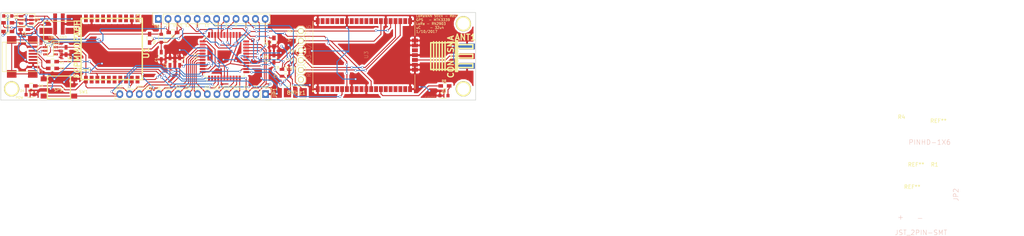
<source format=kicad_pcb>
(kicad_pcb (version 4) (host pcbnew 4.0.2-stable)

  (general
    (links 128)
    (no_connects 0)
    (area 75.588999 72.426759 199.889001 95.467001)
    (thickness 1.6)
    (drawings 56)
    (tracks 753)
    (zones 0)
    (modules 37)
    (nets 84)
  )

  (page A4)
  (layers
    (0 F.Cu signal)
    (31 B.Cu signal)
    (32 B.Adhes user)
    (33 F.Adhes user)
    (34 B.Paste user)
    (35 F.Paste user)
    (36 B.SilkS user)
    (37 F.SilkS user)
    (38 B.Mask user)
    (39 F.Mask user)
    (40 Dwgs.User user)
    (41 Cmts.User user)
    (42 Eco1.User user)
    (43 Eco2.User user)
    (44 Edge.Cuts user)
    (45 Margin user)
    (46 B.CrtYd user)
    (47 F.CrtYd user)
    (48 B.Fab user)
    (49 F.Fab user)
  )

  (setup
    (last_trace_width 0.25)
    (trace_clearance 0.2)
    (zone_clearance 0.508)
    (zone_45_only no)
    (trace_min 0.2)
    (segment_width 0.2)
    (edge_width 0.15)
    (via_size 0.6)
    (via_drill 0.4)
    (via_min_size 0.4)
    (via_min_drill 0.3)
    (uvia_size 0.3)
    (uvia_drill 0.1)
    (uvias_allowed no)
    (uvia_min_size 0.2)
    (uvia_min_drill 0.1)
    (pcb_text_width 0.03)
    (pcb_text_size 0.635 0.635)
    (mod_edge_width 0.15)
    (mod_text_size 1 1)
    (mod_text_width 0.15)
    (pad_size 1.524 1.524)
    (pad_drill 0.762)
    (pad_to_mask_clearance 0.2)
    (aux_axis_origin 0 0)
    (visible_elements 7FFFFFFF)
    (pcbplotparams
      (layerselection 0x00030_80000001)
      (usegerberextensions false)
      (excludeedgelayer true)
      (linewidth 0.100000)
      (plotframeref false)
      (viasonmask false)
      (mode 1)
      (useauxorigin false)
      (hpglpennumber 1)
      (hpglpenspeed 20)
      (hpglpendiameter 15)
      (hpglpenoverlay 2)
      (psnegative false)
      (psa4output false)
      (plotreference true)
      (plotvalue true)
      (plotinvisibletext false)
      (padsonsilk false)
      (subtractmaskfromsilk false)
      (outputformat 1)
      (mirror false)
      (drillshape 1)
      (scaleselection 1)
      (outputdirectory ""))
  )

  (net 0 "")
  (net 1 "Net-(ANT1-Pad1)")
  (net 2 GND)
  (net 3 3v3)
  (net 4 ARFF)
  (net 5 VBAT)
  (net 6 VBUS)
  (net 7 "Net-(D2-Pad1)")
  (net 8 "Net-(D3-Pad2)")
  (net 9 "Net-(D4-Pad2)")
  (net 10 /1)
  (net 11 /0)
  (net 12 /MISO)
  (net 13 /MOSI)
  (net 14 /SCK)
  (net 15 /A5)
  (net 16 /A4)
  (net 17 /A3)
  (net 18 /A2)
  (net 19 /A1)
  (net 20 /A0)
  (net 21 RST)
  (net 22 /6)
  (net 23 /TEST1)
  (net 24 /TEST0)
  (net 25 "Net-(JP2-Pad6)")
  (net 26 /EN)
  (net 27 /13)
  (net 28 /12)
  (net 29 /11)
  (net 30 /10)
  (net 31 9)
  (net 32 /5)
  (net 33 /3)
  (net 34 /2)
  (net 35 "Net-(P1-Pad2)")
  (net 36 "Net-(P1-Pad3)")
  (net 37 "Net-(P1-Pad4)")
  (net 38 "Net-(P1-Pad6)")
  (net 39 "Net-(R1-Pad1)")
  (net 40 "Net-(R2-Pad1)")
  (net 41 "Net-(R4-Pad1)")
  (net 42 "Net-(R5-Pad2)")
  (net 43 "Net-(R8-Pad1)")
  (net 44 "Net-(U1-Pad2)")
  (net 45 "Net-(U1-Pad4)")
  (net 46 "Net-(U1-Pad5)")
  (net 47 "Net-(U1-Pad6)")
  (net 48 "Net-(U1-Pad7)")
  (net 49 "Net-(U1-Pad11)")
  (net 50 "Net-(U1-Pad13)")
  (net 51 "Net-(U1-Pad14)")
  (net 52 "Net-(U1-Pad15)")
  (net 53 "Net-(U1-Pad16)")
  (net 54 "Net-(U1-Pad17)")
  (net 55 "Net-(U1-Pad18)")
  (net 56 "Net-(U1-Pad20)")
  (net 57 /D7)
  (net 58 "Net-(U2-Pad2)")
  (net 59 "Net-(U2-Pad8)")
  (net 60 "Net-(U2-Pad22)")
  (net 61 /D4)
  (net 62 /D8)
  (net 63 "Net-(U3-Pad2)")
  (net 64 "Net-(U3-Pad3)")
  (net 65 "Net-(U3-Pad4)")
  (net 66 "Net-(U3-Pad5)")
  (net 67 "Net-(U3-Pad9)")
  (net 68 "Net-(U3-Pad10)")
  (net 69 "Net-(U3-Pad13)")
  (net 70 "Net-(U3-Pad35)")
  (net 71 "Net-(U3-Pad36)")
  (net 72 "Net-(U3-Pad37)")
  (net 73 "Net-(U3-Pad38)")
  (net 74 "Net-(U3-Pad39)")
  (net 75 "Net-(U3-Pad40)")
  (net 76 "Net-(U3-Pad43)")
  (net 77 "Net-(U3-Pad44)")
  (net 78 "Net-(U3-Pad45)")
  (net 79 "Net-(U3-Pad46)")
  (net 80 "Net-(U4-Pad5)")
  (net 81 "Net-(U1-Pad8)")
  (net 82 "Net-(8MHz1-Pad1)")
  (net 83 "Net-(8MHz1-Pad2)")

  (net_class Default "This is the default net class."
    (clearance 0.2)
    (trace_width 0.25)
    (via_dia 0.6)
    (via_drill 0.4)
    (uvia_dia 0.3)
    (uvia_drill 0.1)
    (add_net /0)
    (add_net /1)
    (add_net /10)
    (add_net /11)
    (add_net /12)
    (add_net /13)
    (add_net /2)
    (add_net /3)
    (add_net /5)
    (add_net /6)
    (add_net /A0)
    (add_net /A1)
    (add_net /A2)
    (add_net /A3)
    (add_net /A4)
    (add_net /A5)
    (add_net /D4)
    (add_net /D7)
    (add_net /D8)
    (add_net /EN)
    (add_net /MISO)
    (add_net /MOSI)
    (add_net /SCK)
    (add_net /TEST0)
    (add_net /TEST1)
    (add_net 3v3)
    (add_net 9)
    (add_net ARFF)
    (add_net GND)
    (add_net "Net-(8MHz1-Pad1)")
    (add_net "Net-(8MHz1-Pad2)")
    (add_net "Net-(ANT1-Pad1)")
    (add_net "Net-(D2-Pad1)")
    (add_net "Net-(D3-Pad2)")
    (add_net "Net-(D4-Pad2)")
    (add_net "Net-(JP2-Pad6)")
    (add_net "Net-(P1-Pad2)")
    (add_net "Net-(P1-Pad3)")
    (add_net "Net-(P1-Pad4)")
    (add_net "Net-(P1-Pad6)")
    (add_net "Net-(R1-Pad1)")
    (add_net "Net-(R2-Pad1)")
    (add_net "Net-(R4-Pad1)")
    (add_net "Net-(R5-Pad2)")
    (add_net "Net-(R8-Pad1)")
    (add_net "Net-(U1-Pad11)")
    (add_net "Net-(U1-Pad13)")
    (add_net "Net-(U1-Pad14)")
    (add_net "Net-(U1-Pad15)")
    (add_net "Net-(U1-Pad16)")
    (add_net "Net-(U1-Pad17)")
    (add_net "Net-(U1-Pad18)")
    (add_net "Net-(U1-Pad2)")
    (add_net "Net-(U1-Pad20)")
    (add_net "Net-(U1-Pad4)")
    (add_net "Net-(U1-Pad5)")
    (add_net "Net-(U1-Pad6)")
    (add_net "Net-(U1-Pad7)")
    (add_net "Net-(U1-Pad8)")
    (add_net "Net-(U2-Pad2)")
    (add_net "Net-(U2-Pad22)")
    (add_net "Net-(U2-Pad8)")
    (add_net "Net-(U3-Pad10)")
    (add_net "Net-(U3-Pad13)")
    (add_net "Net-(U3-Pad2)")
    (add_net "Net-(U3-Pad3)")
    (add_net "Net-(U3-Pad35)")
    (add_net "Net-(U3-Pad36)")
    (add_net "Net-(U3-Pad37)")
    (add_net "Net-(U3-Pad38)")
    (add_net "Net-(U3-Pad39)")
    (add_net "Net-(U3-Pad4)")
    (add_net "Net-(U3-Pad40)")
    (add_net "Net-(U3-Pad43)")
    (add_net "Net-(U3-Pad44)")
    (add_net "Net-(U3-Pad45)")
    (add_net "Net-(U3-Pad46)")
    (add_net "Net-(U3-Pad5)")
    (add_net "Net-(U3-Pad9)")
    (add_net "Net-(U4-Pad5)")
    (add_net RST)
    (add_net VBAT)
    (add_net VBUS)
  )

  (module misc:Mounting-Hole (layer F.Cu) (tedit 58759305) (tstamp 5879D7FD)
    (at 196.596 75.438)
    (descr "Mesurement Point, Round, SMD Pad, DM 3mm,")
    (tags "Mesurement Point Round SMD Pad 3mm")
    (attr virtual)
    (fp_text reference REF** (at 117.348 42.672) (layer F.SilkS)
      (effects (font (size 1 1) (thickness 0.15)))
    )
    (fp_text value Measurement_Point_Round-SMD-Pad_Big (at -27.432 14.986) (layer F.Fab)
      (effects (font (size 1 1) (thickness 0.15)))
    )
    (fp_circle (center 0 0) (end 1.75 0) (layer F.CrtYd) (width 0.05))
    (pad 1 thru_hole circle (at 0 0) (size 4 4) (drill 3.2) (layers *.Cu *.Mask F.SilkS))
  )

  (module misc:Mounting-Hole (layer F.Cu) (tedit 587592FF) (tstamp 5879D7F1)
    (at 196.596 92.456)
    (descr "Mesurement Point, Round, SMD Pad, DM 3mm,")
    (tags "Mesurement Point Round SMD Pad 3mm")
    (attr virtual)
    (fp_text reference REF** (at 124.206 8.382) (layer F.SilkS)
      (effects (font (size 1 1) (thickness 0.15)))
    )
    (fp_text value Measurement_Point_Round-SMD-Pad_Big (at 126.492 16.51) (layer F.Fab)
      (effects (font (size 1 1) (thickness 0.15)))
    )
    (fp_circle (center 0 0) (end 1.75 0) (layer F.CrtYd) (width 0.05))
    (pad 1 thru_hole circle (at 0 0) (size 4 4) (drill 3.2) (layers *.Cu *.Mask F.SilkS))
  )

  (module misc:CON-SMA-EDGE (layer F.Cu) (tedit 58758C49) (tstamp 58631F33)
    (at 197.554 83.902 270)
    (path /5864678E)
    (fp_text reference ANT1 (at -4.908 0.45 360) (layer F.SilkS)
      (effects (font (thickness 0.3048)))
    )
    (fp_text value CON-SMA (at 0.172 4.26 270) (layer F.SilkS)
      (effects (font (thickness 0.3048)))
    )
    (fp_line (start 3.74904 8.7503) (end -3.74904 8.7503) (layer F.SilkS) (width 0.381))
    (fp_line (start -3.74904 8.001) (end 3.74904 8.001) (layer F.SilkS) (width 0.381))
    (fp_line (start 3.74904 7.24916) (end -3.74904 7.24916) (layer F.SilkS) (width 0.381))
    (fp_line (start -3.74904 5.75056) (end 3.74904 5.75056) (layer F.SilkS) (width 0.381))
    (fp_line (start 3.74904 6.49986) (end -3.74904 6.49986) (layer F.SilkS) (width 0.381))
    (fp_line (start -3.50012 9.4996) (end 3.50012 9.4996) (layer F.SilkS) (width 0.381))
    (fp_line (start 3.50012 9.4996) (end 3.50012 8.99922) (layer F.SilkS) (width 0.381))
    (fp_line (start -4.0005 2.99974) (end -4.0005 2.49936) (layer F.SilkS) (width 0.381))
    (fp_line (start 4.0005 2.99974) (end 4.0005 2.49936) (layer F.SilkS) (width 0.381))
    (fp_line (start 4.0005 2.75082) (end -4.0005 2.75082) (layer F.SilkS) (width 0.381))
    (fp_line (start -4.0005 2.99974) (end 4.0005 2.99974) (layer F.SilkS) (width 0.381))
    (fp_line (start 1.99898 2.49936) (end 1.99898 -1.50114) (layer F.SilkS) (width 0.381))
    (fp_line (start 1.99898 -1.50114) (end 2.99974 -1.50114) (layer F.SilkS) (width 0.381))
    (fp_line (start 2.99974 -1.50114) (end 2.99974 2.49936) (layer F.SilkS) (width 0.381))
    (fp_line (start -0.50038 2.49936) (end -0.50038 -1.50114) (layer F.SilkS) (width 0.381))
    (fp_line (start -0.50038 -1.50114) (end 0.50038 -1.50114) (layer F.SilkS) (width 0.381))
    (fp_line (start 0.50038 -1.50114) (end 0.50038 2.49936) (layer F.SilkS) (width 0.381))
    (fp_line (start -2.99974 2.49936) (end -2.99974 -1.50114) (layer F.SilkS) (width 0.381))
    (fp_line (start -2.99974 -1.50114) (end -1.99898 -1.50114) (layer F.SilkS) (width 0.381))
    (fp_line (start -1.99898 -1.50114) (end -1.99898 2.49936) (layer F.SilkS) (width 0.381))
    (fp_line (start -3.50012 9.4996) (end -3.50012 2.49936) (layer F.SilkS) (width 0.381))
    (fp_line (start -4.0005 2.49936) (end 4.0005 2.49936) (layer F.SilkS) (width 0.381))
    (fp_line (start 3.50012 2.49936) (end 3.50012 8.99922) (layer F.SilkS) (width 0.381))
    (pad 1 smd rect (at 0 0 270) (size 1.524 4.064) (layers F.Cu F.Paste F.Mask)
      (net 1 "Net-(ANT1-Pad1)"))
    (pad 2 smd rect (at -2.54 0 270) (size 1.524 4.064) (layers F.Cu F.Paste F.Mask)
      (net 2 GND))
    (pad 4 smd rect (at 2.54 0 270) (size 1.524 4.064) (layers F.Cu F.Paste F.Mask)
      (net 2 GND))
    (pad 3 smd rect (at -2.54 0 270) (size 1.524 4.064) (layers B.Cu B.Paste B.Mask)
      (net 2 GND))
    (pad 5 smd rect (at 2.54 0 270) (size 1.524 4.064) (layers B.Cu B.Paste B.Mask)
      (net 2 GND))
  )

  (module Pin_Headers:Pin_Header_Straight_1x16 (layer F.Cu) (tedit 58758912) (tstamp 58631F8B)
    (at 144.87652 93.83776 270)
    (descr "Through hole pin header")
    (tags "pin header")
    (path /5863988A)
    (fp_text reference JP1 (at -0.36576 -2.44348 270) (layer F.SilkS)
      (effects (font (size 1 1) (thickness 0.15)))
    )
    (fp_text value CONN_01X16 (at 0 -3.1 270) (layer F.Fab)
      (effects (font (size 1 1) (thickness 0.15)))
    )
    (fp_line (start -1.75 -1.75) (end -1.75 39.85) (layer F.CrtYd) (width 0.05))
    (fp_line (start 1.75 -1.75) (end 1.75 39.85) (layer F.CrtYd) (width 0.05))
    (fp_line (start -1.75 -1.75) (end 1.75 -1.75) (layer F.CrtYd) (width 0.05))
    (fp_line (start -1.75 39.85) (end 1.75 39.85) (layer F.CrtYd) (width 0.05))
    (fp_line (start -1.27 1.27) (end -1.27 39.37) (layer F.SilkS) (width 0.15))
    (fp_line (start -1.27 39.37) (end 1.27 39.37) (layer F.SilkS) (width 0.15))
    (fp_line (start 1.27 39.37) (end 1.27 1.27) (layer F.SilkS) (width 0.15))
    (fp_line (start 1.55 -1.55) (end 1.55 0) (layer F.SilkS) (width 0.15))
    (fp_line (start 1.27 1.27) (end -1.27 1.27) (layer F.SilkS) (width 0.15))
    (fp_line (start -1.55 0) (end -1.55 -1.55) (layer F.SilkS) (width 0.15))
    (fp_line (start -1.55 -1.55) (end 1.55 -1.55) (layer F.SilkS) (width 0.15))
    (pad 1 thru_hole rect (at 0 0 270) (size 2.032 1.7272) (drill 1.016) (layers *.Cu *.Mask)
      (net 2 GND))
    (pad 2 thru_hole oval (at 0 2.54 270) (size 2.032 1.7272) (drill 1.016) (layers *.Cu *.Mask)
      (net 10 /1))
    (pad 3 thru_hole oval (at 0 5.08 270) (size 2.032 1.7272) (drill 1.016) (layers *.Cu *.Mask)
      (net 11 /0))
    (pad 4 thru_hole oval (at 0 7.62 270) (size 2.032 1.7272) (drill 1.016) (layers *.Cu *.Mask)
      (net 12 /MISO))
    (pad 5 thru_hole oval (at 0 10.16 270) (size 2.032 1.7272) (drill 1.016) (layers *.Cu *.Mask)
      (net 13 /MOSI))
    (pad 6 thru_hole oval (at 0 12.7 270) (size 2.032 1.7272) (drill 1.016) (layers *.Cu *.Mask)
      (net 14 /SCK))
    (pad 7 thru_hole oval (at 0 15.24 270) (size 2.032 1.7272) (drill 1.016) (layers *.Cu *.Mask)
      (net 15 /A5))
    (pad 8 thru_hole oval (at 0 17.78 270) (size 2.032 1.7272) (drill 1.016) (layers *.Cu *.Mask)
      (net 16 /A4))
    (pad 9 thru_hole oval (at 0 20.32 270) (size 2.032 1.7272) (drill 1.016) (layers *.Cu *.Mask)
      (net 17 /A3))
    (pad 10 thru_hole oval (at 0 22.86 270) (size 2.032 1.7272) (drill 1.016) (layers *.Cu *.Mask)
      (net 18 /A2))
    (pad 11 thru_hole oval (at 0 25.4 270) (size 2.032 1.7272) (drill 1.016) (layers *.Cu *.Mask)
      (net 19 /A1))
    (pad 12 thru_hole oval (at 0 27.94 270) (size 2.032 1.7272) (drill 1.016) (layers *.Cu *.Mask)
      (net 20 /A0))
    (pad 13 thru_hole oval (at 0 30.48 270) (size 2.032 1.7272) (drill 1.016) (layers *.Cu *.Mask)
      (net 2 GND))
    (pad 14 thru_hole oval (at 0 33.02 270) (size 2.032 1.7272) (drill 1.016) (layers *.Cu *.Mask)
      (net 4 ARFF))
    (pad 15 thru_hole oval (at 0 35.56 270) (size 2.032 1.7272) (drill 1.016) (layers *.Cu *.Mask)
      (net 3 3v3))
    (pad 16 thru_hole oval (at 0 38.1 270) (size 2.032 1.7272) (drill 1.016) (layers *.Cu *.Mask)
      (net 21 RST))
    (model Pin_Headers.3dshapes/Pin_Header_Straight_1x16.wrl
      (at (xyz 0 -0.75 0))
      (scale (xyz 1 1 1))
      (rotate (xyz 0 0 90))
    )
  )

  (module adafruit:adafruit-1X06 (layer F.Cu) (tedit 58759313) (tstamp 58631F95)
    (at 154.104 83.702 270)
    (descr "PIN HEADER")
    (tags "PIN HEADER")
    (path /58642B24)
    (attr virtual)
    (fp_text reference JP2 (at 36.44 -171.27 270) (layer B.SilkS)
      (effects (font (size 1.27 1.27) (thickness 0.0889)))
    )
    (fp_text value PINHD-1X6 (at 22.724 -164.412 360) (layer B.SilkS)
      (effects (font (size 1.27 1.27) (thickness 0.0889)))
    )
    (fp_line (start 3.556 0.254) (end 4.064 0.254) (layer F.SilkS) (width 0.06604))
    (fp_line (start 4.064 0.254) (end 4.064 -0.254) (layer F.SilkS) (width 0.06604))
    (fp_line (start 3.556 -0.254) (end 4.064 -0.254) (layer F.SilkS) (width 0.06604))
    (fp_line (start 3.556 0.254) (end 3.556 -0.254) (layer F.SilkS) (width 0.06604))
    (fp_line (start 1.016 0.254) (end 1.524 0.254) (layer F.SilkS) (width 0.06604))
    (fp_line (start 1.524 0.254) (end 1.524 -0.254) (layer F.SilkS) (width 0.06604))
    (fp_line (start 1.016 -0.254) (end 1.524 -0.254) (layer F.SilkS) (width 0.06604))
    (fp_line (start 1.016 0.254) (end 1.016 -0.254) (layer F.SilkS) (width 0.06604))
    (fp_line (start -1.524 0.254) (end -1.016 0.254) (layer F.SilkS) (width 0.06604))
    (fp_line (start -1.016 0.254) (end -1.016 -0.254) (layer F.SilkS) (width 0.06604))
    (fp_line (start -1.524 -0.254) (end -1.016 -0.254) (layer F.SilkS) (width 0.06604))
    (fp_line (start -1.524 0.254) (end -1.524 -0.254) (layer F.SilkS) (width 0.06604))
    (fp_line (start -4.064 0.254) (end -3.556 0.254) (layer F.SilkS) (width 0.06604))
    (fp_line (start -3.556 0.254) (end -3.556 -0.254) (layer F.SilkS) (width 0.06604))
    (fp_line (start -4.064 -0.254) (end -3.556 -0.254) (layer F.SilkS) (width 0.06604))
    (fp_line (start -4.064 0.254) (end -4.064 -0.254) (layer F.SilkS) (width 0.06604))
    (fp_line (start -6.604 0.254) (end -6.096 0.254) (layer F.SilkS) (width 0.06604))
    (fp_line (start -6.096 0.254) (end -6.096 -0.254) (layer F.SilkS) (width 0.06604))
    (fp_line (start -6.604 -0.254) (end -6.096 -0.254) (layer F.SilkS) (width 0.06604))
    (fp_line (start -6.604 0.254) (end -6.604 -0.254) (layer F.SilkS) (width 0.06604))
    (fp_line (start 6.096 0.254) (end 6.604 0.254) (layer F.SilkS) (width 0.06604))
    (fp_line (start 6.604 0.254) (end 6.604 -0.254) (layer F.SilkS) (width 0.06604))
    (fp_line (start 6.096 -0.254) (end 6.604 -0.254) (layer F.SilkS) (width 0.06604))
    (fp_line (start 6.096 0.254) (end 6.096 -0.254) (layer F.SilkS) (width 0.06604))
    (fp_line (start 0.635 -1.27) (end 1.905 -1.27) (layer F.SilkS) (width 0.1524))
    (fp_line (start 1.905 -1.27) (end 2.54 -0.635) (layer F.SilkS) (width 0.1524))
    (fp_line (start 2.54 -0.635) (end 2.54 0.635) (layer F.SilkS) (width 0.1524))
    (fp_line (start 2.54 0.635) (end 1.905 1.27) (layer F.SilkS) (width 0.1524))
    (fp_line (start 2.54 -0.635) (end 3.175 -1.27) (layer F.SilkS) (width 0.1524))
    (fp_line (start 3.175 -1.27) (end 4.445 -1.27) (layer F.SilkS) (width 0.1524))
    (fp_line (start 4.445 -1.27) (end 5.08 -0.635) (layer F.SilkS) (width 0.1524))
    (fp_line (start 5.08 -0.635) (end 5.08 0.635) (layer F.SilkS) (width 0.1524))
    (fp_line (start 5.08 0.635) (end 4.445 1.27) (layer F.SilkS) (width 0.1524))
    (fp_line (start 4.445 1.27) (end 3.175 1.27) (layer F.SilkS) (width 0.1524))
    (fp_line (start 3.175 1.27) (end 2.54 0.635) (layer F.SilkS) (width 0.1524))
    (fp_line (start -2.54 -0.635) (end -1.905 -1.27) (layer F.SilkS) (width 0.1524))
    (fp_line (start -1.905 -1.27) (end -0.635 -1.27) (layer F.SilkS) (width 0.1524))
    (fp_line (start -0.635 -1.27) (end 0 -0.635) (layer F.SilkS) (width 0.1524))
    (fp_line (start 0 -0.635) (end 0 0.635) (layer F.SilkS) (width 0.1524))
    (fp_line (start 0 0.635) (end -0.635 1.27) (layer F.SilkS) (width 0.1524))
    (fp_line (start -0.635 1.27) (end -1.905 1.27) (layer F.SilkS) (width 0.1524))
    (fp_line (start -1.905 1.27) (end -2.54 0.635) (layer F.SilkS) (width 0.1524))
    (fp_line (start 0.635 -1.27) (end 0 -0.635) (layer F.SilkS) (width 0.1524))
    (fp_line (start 0 0.635) (end 0.635 1.27) (layer F.SilkS) (width 0.1524))
    (fp_line (start 1.905 1.27) (end 0.635 1.27) (layer F.SilkS) (width 0.1524))
    (fp_line (start -6.985 -1.27) (end -5.715 -1.27) (layer F.SilkS) (width 0.1524))
    (fp_line (start -5.715 -1.27) (end -5.08 -0.635) (layer F.SilkS) (width 0.1524))
    (fp_line (start -5.08 -0.635) (end -5.08 0.635) (layer F.SilkS) (width 0.1524))
    (fp_line (start -5.08 0.635) (end -5.715 1.27) (layer F.SilkS) (width 0.1524))
    (fp_line (start -5.08 -0.635) (end -4.445 -1.27) (layer F.SilkS) (width 0.1524))
    (fp_line (start -4.445 -1.27) (end -3.175 -1.27) (layer F.SilkS) (width 0.1524))
    (fp_line (start -3.175 -1.27) (end -2.54 -0.635) (layer F.SilkS) (width 0.1524))
    (fp_line (start -2.54 -0.635) (end -2.54 0.635) (layer F.SilkS) (width 0.1524))
    (fp_line (start -2.54 0.635) (end -3.175 1.27) (layer F.SilkS) (width 0.1524))
    (fp_line (start -3.175 1.27) (end -4.445 1.27) (layer F.SilkS) (width 0.1524))
    (fp_line (start -4.445 1.27) (end -5.08 0.635) (layer F.SilkS) (width 0.1524))
    (fp_line (start -7.62 -0.635) (end -7.62 0.635) (layer F.SilkS) (width 0.1524))
    (fp_line (start -6.985 -1.27) (end -7.62 -0.635) (layer F.SilkS) (width 0.1524))
    (fp_line (start -7.62 0.635) (end -6.985 1.27) (layer F.SilkS) (width 0.1524))
    (fp_line (start -5.715 1.27) (end -6.985 1.27) (layer F.SilkS) (width 0.1524))
    (fp_line (start 5.715 -1.27) (end 6.985 -1.27) (layer F.SilkS) (width 0.1524))
    (fp_line (start 6.985 -1.27) (end 7.62 -0.635) (layer F.SilkS) (width 0.1524))
    (fp_line (start 7.62 -0.635) (end 7.62 0.635) (layer F.SilkS) (width 0.1524))
    (fp_line (start 7.62 0.635) (end 6.985 1.27) (layer F.SilkS) (width 0.1524))
    (fp_line (start 5.715 -1.27) (end 5.08 -0.635) (layer F.SilkS) (width 0.1524))
    (fp_line (start 5.08 0.635) (end 5.715 1.27) (layer F.SilkS) (width 0.1524))
    (fp_line (start 6.985 1.27) (end 5.715 1.27) (layer F.SilkS) (width 0.1524))
    (pad 1 thru_hole circle (at -6.35 0 270) (size 1.524 3.048) (drill 1.016) (layers *.Cu F.Paste F.SilkS F.Mask)
      (net 22 /6))
    (pad 2 thru_hole circle (at -3.81 0 270) (size 1.524 3.048) (drill 1.016) (layers *.Cu F.Paste F.SilkS F.Mask)
      (net 3 3v3))
    (pad 3 thru_hole circle (at -1.27 0 270) (size 1.524 3.048) (drill 1.016) (layers *.Cu F.Paste F.SilkS F.Mask)
      (net 2 GND))
    (pad 4 thru_hole circle (at 1.27 0 270) (size 1.524 3.048) (drill 1.016) (layers *.Cu F.Paste F.SilkS F.Mask)
      (net 23 /TEST1))
    (pad 5 thru_hole circle (at 3.81 0 270) (size 1.524 3.048) (drill 1.016) (layers *.Cu F.Paste F.SilkS F.Mask)
      (net 24 /TEST0))
    (pad 6 thru_hole circle (at 6.35 0 270) (size 1.524 3.048) (drill 1.016) (layers *.Cu F.Paste F.SilkS F.Mask)
      (net 25 "Net-(JP2-Pad6)"))
  )

  (module open-project:SW_PUSH_SMD (layer F.Cu) (tedit 58758A70) (tstamp 58631FF0)
    (at 90.854 92.102 180)
    (path /5862D6FA)
    (fp_text reference SW1 (at -6.428 -1.116 180) (layer F.SilkS)
      (effects (font (size 0.762 0.762) (thickness 0.127)))
    )
    (fp_text value SPST (at -0.078 -0.608 180) (layer F.SilkS)
      (effects (font (size 0.762 0.762) (thickness 0.127)))
    )
    (fp_line (start -2.99974 -2.99974) (end 2.99974 -2.99974) (layer F.SilkS) (width 0.29972))
    (fp_line (start 2.99974 -2.99974) (end 2.99974 2.99974) (layer F.SilkS) (width 0.29972))
    (fp_line (start 2.99974 2.99974) (end -2.99974 2.99974) (layer F.SilkS) (width 0.29972))
    (fp_line (start -2.99974 2.99974) (end -2.99974 -2.99974) (layer F.SilkS) (width 0.29972))
    (pad 1 smd rect (at -3.99796 -2.2479 180) (size 1.5494 1.2954) (layers F.Cu F.Paste F.Mask)
      (net 21 RST))
    (pad 1 smd rect (at 3.99796 -2.2479 180) (size 1.5494 1.2954) (layers F.Cu F.Paste F.Mask)
      (net 21 RST))
    (pad 2 smd rect (at 3.99796 2.2479 180) (size 1.5494 1.2954) (layers F.Cu F.Paste F.Mask)
      (net 2 GND))
    (pad 2 smd rect (at -3.99796 2.2479 180) (size 1.5494 1.2954) (layers F.Cu F.Paste F.Mask)
      (net 2 GND))
  )

  (module FGPMMOPA6H:FGPMMOPA6H (layer F.Cu) (tedit 50BDFD05) (tstamp 58632008)
    (at 104.648 82.042 90)
    (path /5862B1DC)
    (fp_text reference U1 (at -1.00076 8.99922 90) (layer F.SilkS)
      (effects (font (thickness 0.3048)))
    )
    (fp_text value FGPMMOPA6H (at 0 -8.99922 90) (layer F.SilkS)
      (effects (font (thickness 0.3048)))
    )
    (fp_text user 1 (at -5.3848 -6.5024 90) (layer F.SilkS)
      (effects (font (thickness 0.3048)))
    )
    (fp_line (start -8.001 0) (end -8.001 -8.001) (layer F.SilkS) (width 0.381))
    (fp_line (start -8.001 -8.001) (end 8.001 -8.001) (layer F.SilkS) (width 0.381))
    (fp_line (start 8.001 -8.001) (end 8.001 5.99948) (layer F.SilkS) (width 0.381))
    (fp_line (start 8.001 5.99948) (end 8.001 8.001) (layer F.SilkS) (width 0.381))
    (fp_line (start 8.001 8.001) (end -8.001 8.001) (layer F.SilkS) (width 0.381))
    (fp_line (start -8.001 8.001) (end -8.001 0) (layer F.SilkS) (width 0.381))
    (pad 1 smd rect (at -8.001 -6.74878 90) (size 1.99898 1.00076) (layers F.Cu F.Paste F.Mask)
      (net 3 3v3))
    (pad 2 smd rect (at -8.001 -5.25018 90) (size 1.99898 1.00076) (layers F.Cu F.Paste F.Mask)
      (net 44 "Net-(U1-Pad2)"))
    (pad 3 smd rect (at -8.001 -3.74904 90) (size 1.99898 1.00076) (layers F.Cu F.Paste F.Mask)
      (net 2 GND))
    (pad 4 smd rect (at -8.001 -2.25044 90) (size 1.99898 1.00076) (layers F.Cu F.Paste F.Mask)
      (net 45 "Net-(U1-Pad4)"))
    (pad 5 smd rect (at -8.001 -0.7493 90) (size 1.99898 1.00076) (layers F.Cu F.Paste F.Mask)
      (net 46 "Net-(U1-Pad5)"))
    (pad 6 smd rect (at -8.001 0.7493 90) (size 1.99898 1.00076) (layers F.Cu F.Paste F.Mask)
      (net 47 "Net-(U1-Pad6)"))
    (pad 7 smd rect (at -8.001 2.25044 90) (size 1.99898 1.00076) (layers F.Cu F.Paste F.Mask)
      (net 48 "Net-(U1-Pad7)"))
    (pad 8 smd rect (at -8.001 3.74904 90) (size 1.99898 1.00076) (layers F.Cu F.Paste F.Mask)
      (net 81 "Net-(U1-Pad8)"))
    (pad 9 smd rect (at -8.001 5.25018 90) (size 1.99898 1.00076) (layers F.Cu F.Paste F.Mask)
      (net 11 /0))
    (pad 10 smd rect (at -8.001 6.74878 90) (size 1.99898 1.00076) (layers F.Cu F.Paste F.Mask)
      (net 10 /1))
    (pad 11 smd rect (at 8.001 6.74878 90) (size 1.99898 1.00076) (layers F.Cu F.Paste F.Mask)
      (net 49 "Net-(U1-Pad11)"))
    (pad 12 smd rect (at 8.001 5.25018 90) (size 1.99898 1.00076) (layers F.Cu F.Paste F.Mask)
      (net 2 GND))
    (pad 13 smd rect (at 8.001 3.74904 90) (size 1.99898 1.00076) (layers F.Cu F.Paste F.Mask)
      (net 50 "Net-(U1-Pad13)"))
    (pad 14 smd rect (at 8.001 2.25044 90) (size 1.99898 1.00076) (layers F.Cu F.Paste F.Mask)
      (net 51 "Net-(U1-Pad14)"))
    (pad 15 smd rect (at 8.001 0.7493 90) (size 1.99898 1.00076) (layers F.Cu F.Paste F.Mask)
      (net 52 "Net-(U1-Pad15)"))
    (pad 16 smd rect (at 8.001 -0.7493 90) (size 1.99898 1.00076) (layers F.Cu F.Paste F.Mask)
      (net 53 "Net-(U1-Pad16)"))
    (pad 17 smd rect (at 8.001 -2.25044 90) (size 1.99898 1.00076) (layers F.Cu F.Paste F.Mask)
      (net 54 "Net-(U1-Pad17)"))
    (pad 18 smd rect (at 8.001 -3.74904 90) (size 1.99898 1.00076) (layers F.Cu F.Paste F.Mask)
      (net 55 "Net-(U1-Pad18)"))
    (pad 19 smd rect (at 8.001 -5.25018 90) (size 1.99898 1.00076) (layers F.Cu F.Paste F.Mask)
      (net 2 GND))
    (pad 20 smd rect (at 8.001 -6.74878 90) (size 1.99898 1.00076) (layers F.Cu F.Paste F.Mask)
      (net 56 "Net-(U1-Pad20)"))
  )

  (module Housings_QFP:TQFP-44_10x10mm_Pitch0.8mm (layer F.Cu) (tedit 54130A77) (tstamp 58632038)
    (at 134.112 84.074 90)
    (descr "44-Lead Plastic Thin Quad Flatpack (PT) - 10x10x1.0 mm Body [TQFP] (see Microchip Packaging Specification 00000049BS.pdf)")
    (tags "QFP 0.8")
    (path /5862A4D5)
    (attr smd)
    (fp_text reference U2 (at 0 -7.45 90) (layer F.SilkS)
      (effects (font (size 1 1) (thickness 0.15)))
    )
    (fp_text value ATmega32U4-AU (at 0 7.45 90) (layer F.Fab)
      (effects (font (size 1 1) (thickness 0.15)))
    )
    (fp_text user %R (at 0 0 90) (layer F.Fab)
      (effects (font (size 1 1) (thickness 0.15)))
    )
    (fp_line (start -4 -5) (end 5 -5) (layer F.Fab) (width 0.15))
    (fp_line (start 5 -5) (end 5 5) (layer F.Fab) (width 0.15))
    (fp_line (start 5 5) (end -5 5) (layer F.Fab) (width 0.15))
    (fp_line (start -5 5) (end -5 -4) (layer F.Fab) (width 0.15))
    (fp_line (start -5 -4) (end -4 -5) (layer F.Fab) (width 0.15))
    (fp_line (start -6.7 -6.7) (end -6.7 6.7) (layer F.CrtYd) (width 0.05))
    (fp_line (start 6.7 -6.7) (end 6.7 6.7) (layer F.CrtYd) (width 0.05))
    (fp_line (start -6.7 -6.7) (end 6.7 -6.7) (layer F.CrtYd) (width 0.05))
    (fp_line (start -6.7 6.7) (end 6.7 6.7) (layer F.CrtYd) (width 0.05))
    (fp_line (start -5.175 -5.175) (end -5.175 -4.6) (layer F.SilkS) (width 0.15))
    (fp_line (start 5.175 -5.175) (end 5.175 -4.5) (layer F.SilkS) (width 0.15))
    (fp_line (start 5.175 5.175) (end 5.175 4.5) (layer F.SilkS) (width 0.15))
    (fp_line (start -5.175 5.175) (end -5.175 4.5) (layer F.SilkS) (width 0.15))
    (fp_line (start -5.175 -5.175) (end -4.5 -5.175) (layer F.SilkS) (width 0.15))
    (fp_line (start -5.175 5.175) (end -4.5 5.175) (layer F.SilkS) (width 0.15))
    (fp_line (start 5.175 5.175) (end 4.5 5.175) (layer F.SilkS) (width 0.15))
    (fp_line (start 5.175 -5.175) (end 4.5 -5.175) (layer F.SilkS) (width 0.15))
    (fp_line (start -5.175 -4.6) (end -6.45 -4.6) (layer F.SilkS) (width 0.15))
    (pad 1 smd rect (at -5.7 -4 90) (size 1.5 0.55) (layers F.Cu F.Paste F.Mask)
      (net 57 /D7))
    (pad 2 smd rect (at -5.7 -3.2 90) (size 1.5 0.55) (layers F.Cu F.Paste F.Mask)
      (net 58 "Net-(U2-Pad2)"))
    (pad 3 smd rect (at -5.7 -2.4 90) (size 1.5 0.55) (layers F.Cu F.Paste F.Mask)
      (net 40 "Net-(R2-Pad1)"))
    (pad 4 smd rect (at -5.7 -1.6 90) (size 1.5 0.55) (layers F.Cu F.Paste F.Mask)
      (net 39 "Net-(R1-Pad1)"))
    (pad 5 smd rect (at -5.7 -0.8 90) (size 1.5 0.55) (layers F.Cu F.Paste F.Mask)
      (net 2 GND))
    (pad 6 smd rect (at -5.7 0 90) (size 1.5 0.55) (layers F.Cu F.Paste F.Mask)
      (net 3 3v3))
    (pad 7 smd rect (at -5.7 0.8 90) (size 1.5 0.55) (layers F.Cu F.Paste F.Mask)
      (net 6 VBUS))
    (pad 8 smd rect (at -5.7 1.6 90) (size 1.5 0.55) (layers F.Cu F.Paste F.Mask)
      (net 59 "Net-(U2-Pad8)"))
    (pad 9 smd rect (at -5.7 2.4 90) (size 1.5 0.55) (layers F.Cu F.Paste F.Mask)
      (net 14 /SCK))
    (pad 10 smd rect (at -5.7 3.2 90) (size 1.5 0.55) (layers F.Cu F.Paste F.Mask)
      (net 13 /MOSI))
    (pad 11 smd rect (at -5.7 4 90) (size 1.5 0.55) (layers F.Cu F.Paste F.Mask)
      (net 12 /MISO))
    (pad 12 smd rect (at -4 5.7 180) (size 1.5 0.55) (layers F.Cu F.Paste F.Mask)
      (net 29 /11))
    (pad 13 smd rect (at -3.2 5.7 180) (size 1.5 0.55) (layers F.Cu F.Paste F.Mask)
      (net 21 RST))
    (pad 14 smd rect (at -2.4 5.7 180) (size 1.5 0.55) (layers F.Cu F.Paste F.Mask)
      (net 3 3v3))
    (pad 15 smd rect (at -1.6 5.7 180) (size 1.5 0.55) (layers F.Cu F.Paste F.Mask)
      (net 2 GND))
    (pad 16 smd rect (at -0.8 5.7 180) (size 1.5 0.55) (layers F.Cu F.Paste F.Mask)
      (net 83 "Net-(8MHz1-Pad2)"))
    (pad 17 smd rect (at 0 5.7 180) (size 1.5 0.55) (layers F.Cu F.Paste F.Mask)
      (net 82 "Net-(8MHz1-Pad1)"))
    (pad 18 smd rect (at 0.8 5.7 180) (size 1.5 0.55) (layers F.Cu F.Paste F.Mask)
      (net 33 /3))
    (pad 19 smd rect (at 1.6 5.7 180) (size 1.5 0.55) (layers F.Cu F.Paste F.Mask)
      (net 34 /2))
    (pad 20 smd rect (at 2.4 5.7 180) (size 1.5 0.55) (layers F.Cu F.Paste F.Mask)
      (net 11 /0))
    (pad 21 smd rect (at 3.2 5.7 180) (size 1.5 0.55) (layers F.Cu F.Paste F.Mask)
      (net 10 /1))
    (pad 22 smd rect (at 4 5.7 180) (size 1.5 0.55) (layers F.Cu F.Paste F.Mask)
      (net 60 "Net-(U2-Pad22)"))
    (pad 23 smd rect (at 5.7 4 90) (size 1.5 0.55) (layers F.Cu F.Paste F.Mask)
      (net 2 GND))
    (pad 24 smd rect (at 5.7 3.2 90) (size 1.5 0.55) (layers F.Cu F.Paste F.Mask)
      (net 3 3v3))
    (pad 25 smd rect (at 5.7 2.4 90) (size 1.5 0.55) (layers F.Cu F.Paste F.Mask)
      (net 61 /D4))
    (pad 26 smd rect (at 5.7 1.6 90) (size 1.5 0.55) (layers F.Cu F.Paste F.Mask)
      (net 28 /12))
    (pad 27 smd rect (at 5.7 0.8 90) (size 1.5 0.55) (layers F.Cu F.Paste F.Mask)
      (net 22 /6))
    (pad 28 smd rect (at 5.7 0 90) (size 1.5 0.55) (layers F.Cu F.Paste F.Mask)
      (net 62 /D8))
    (pad 29 smd rect (at 5.7 -0.8 90) (size 1.5 0.55) (layers F.Cu F.Paste F.Mask)
      (net 31 9))
    (pad 30 smd rect (at 5.7 -1.6 90) (size 1.5 0.55) (layers F.Cu F.Paste F.Mask)
      (net 30 /10))
    (pad 31 smd rect (at 5.7 -2.4 90) (size 1.5 0.55) (layers F.Cu F.Paste F.Mask)
      (net 32 /5))
    (pad 32 smd rect (at 5.7 -3.2 90) (size 1.5 0.55) (layers F.Cu F.Paste F.Mask)
      (net 27 /13))
    (pad 33 smd rect (at 5.7 -4 90) (size 1.5 0.55) (layers F.Cu F.Paste F.Mask)
      (net 3 3v3))
    (pad 34 smd rect (at 4 -5.7 180) (size 1.5 0.55) (layers F.Cu F.Paste F.Mask)
      (net 3 3v3))
    (pad 35 smd rect (at 3.2 -5.7 180) (size 1.5 0.55) (layers F.Cu F.Paste F.Mask)
      (net 2 GND))
    (pad 36 smd rect (at 2.4 -5.7 180) (size 1.5 0.55) (layers F.Cu F.Paste F.Mask)
      (net 20 /A0))
    (pad 37 smd rect (at 1.6 -5.7 180) (size 1.5 0.55) (layers F.Cu F.Paste F.Mask)
      (net 19 /A1))
    (pad 38 smd rect (at 0.8 -5.7 180) (size 1.5 0.55) (layers F.Cu F.Paste F.Mask)
      (net 18 /A2))
    (pad 39 smd rect (at 0 -5.7 180) (size 1.5 0.55) (layers F.Cu F.Paste F.Mask)
      (net 17 /A3))
    (pad 40 smd rect (at -0.8 -5.7 180) (size 1.5 0.55) (layers F.Cu F.Paste F.Mask)
      (net 16 /A4))
    (pad 41 smd rect (at -1.6 -5.7 180) (size 1.5 0.55) (layers F.Cu F.Paste F.Mask)
      (net 15 /A5))
    (pad 42 smd rect (at -2.4 -5.7 180) (size 1.5 0.55) (layers F.Cu F.Paste F.Mask)
      (net 4 ARFF))
    (pad 43 smd rect (at -3.2 -5.7 180) (size 1.5 0.55) (layers F.Cu F.Paste F.Mask)
      (net 2 GND))
    (pad 44 smd rect (at -4 -5.7 180) (size 1.5 0.55) (layers F.Cu F.Paste F.Mask)
      (net 3 3v3))
    (model Housings_QFP.3dshapes/TQFP-44_10x10mm_Pitch0.8mm.wrl
      (at (xyz 0 0 0))
      (scale (xyz 1 1 1))
      (rotate (xyz 0 0 0))
    )
  )

  (module RN2903-I_RM095:XCVR_RN2903-I%2fRM095 (layer F.Cu) (tedit 58758C52) (tstamp 5863206B)
    (at 170.5864 83.6422 270)
    (path /5862A0BC)
    (solder_mask_margin 0.1)
    (attr smd)
    (fp_text reference U3 (at -0.0762 -0.6096 270) (layer F.SilkS)
      (effects (font (size 1 1) (thickness 0.05)))
    )
    (fp_text value RN2903-I/RM095 (at -1.0922 14.3764 270) (layer F.SilkS)
      (effects (font (size 1 1) (thickness 0.05)))
    )
    (fp_line (start -8.89 13.335) (end 8.89 13.335) (layer Dwgs.User) (width 0.127))
    (fp_line (start 8.89 13.335) (end 8.89 -13.335) (layer Dwgs.User) (width 0.127))
    (fp_line (start 8.89 -13.335) (end -8.89 -13.335) (layer Dwgs.User) (width 0.127))
    (fp_line (start -8.89 -13.335) (end -8.89 13.335) (layer Dwgs.User) (width 0.127))
    (fp_line (start -8.89 13.335) (end 8.89 13.335) (layer F.SilkS) (width 0.127))
    (fp_line (start -8.89 -13.335) (end -5.08 -13.335) (layer F.SilkS) (width 0.127))
    (fp_line (start 5.08 -13.335) (end 8.89 -13.335) (layer F.SilkS) (width 0.127))
    (fp_circle (center 9.43 13.315) (end 9.684 13.315) (layer F.SilkS) (width 0))
    (fp_line (start -10 13.75) (end 10 13.75) (layer Dwgs.User) (width 0.05))
    (fp_line (start 10 13.75) (end 10 -14.5) (layer Dwgs.User) (width 0.05))
    (fp_line (start 10 -14.5) (end -10 -14.5) (layer Dwgs.User) (width 0.05))
    (fp_line (start -10 -14.5) (end -10 13.75) (layer Dwgs.User) (width 0.05))
    (pad 1 smd rect (at 8.89 12.065) (size 1.016 1.524) (layers F.Cu F.Paste F.Mask)
      (net 2 GND) (solder_mask_margin 0.2))
    (pad 2 smd rect (at 8.89 10.795) (size 1.016 1.524) (layers F.Cu F.Paste F.Mask)
      (net 63 "Net-(U3-Pad2)") (solder_mask_margin 0.2))
    (pad 3 smd rect (at 8.89 9.525) (size 1.016 1.524) (layers F.Cu F.Paste F.Mask)
      (net 64 "Net-(U3-Pad3)") (solder_mask_margin 0.2))
    (pad 4 smd rect (at 8.89 8.255) (size 1.016 1.524) (layers F.Cu F.Paste F.Mask)
      (net 65 "Net-(U3-Pad4)") (solder_mask_margin 0.2))
    (pad 5 smd rect (at 8.89 6.985) (size 1.016 1.524) (layers F.Cu F.Paste F.Mask)
      (net 66 "Net-(U3-Pad5)") (solder_mask_margin 0.2))
    (pad 6 smd rect (at 8.89 5.715) (size 1.016 1.524) (layers F.Cu F.Paste F.Mask)
      (net 30 /10) (solder_mask_margin 0.2))
    (pad 7 smd rect (at 8.89 4.445) (size 1.016 1.524) (layers F.Cu F.Paste F.Mask)
      (net 32 /5) (solder_mask_margin 0.2))
    (pad 8 smd rect (at 8.89 3.175) (size 1.016 1.524) (layers F.Cu F.Paste F.Mask)
      (net 2 GND) (solder_mask_margin 0.2))
    (pad 9 smd rect (at 8.89 1.905) (size 1.016 1.524) (layers F.Cu F.Paste F.Mask)
      (net 67 "Net-(U3-Pad9)") (solder_mask_margin 0.2))
    (pad 10 smd rect (at 8.89 0.635) (size 1.016 1.524) (layers F.Cu F.Paste F.Mask)
      (net 68 "Net-(U3-Pad10)") (solder_mask_margin 0.2))
    (pad 11 smd rect (at 8.89 -0.635) (size 1.016 1.524) (layers F.Cu F.Paste F.Mask)
      (net 2 GND) (solder_mask_margin 0.2))
    (pad 12 smd rect (at 8.89 -1.905) (size 1.016 1.524) (layers F.Cu F.Paste F.Mask)
      (net 3 3v3) (solder_mask_margin 0.2))
    (pad 13 smd rect (at 8.89 -3.175) (size 1.016 1.524) (layers F.Cu F.Paste F.Mask)
      (net 69 "Net-(U3-Pad13)") (solder_mask_margin 0.2))
    (pad 14 smd rect (at 8.89 -4.445) (size 1.016 1.524) (layers F.Cu F.Paste F.Mask)
      (net 43 "Net-(R8-Pad1)") (solder_mask_margin 0.2))
    (pad 15 smd rect (at 8.89 -5.715) (size 1.016 1.524) (layers F.Cu F.Paste F.Mask)
      (solder_mask_margin 0.2))
    (pad 16 smd rect (at 8.89 -6.985) (size 1.016 1.524) (layers F.Cu F.Paste F.Mask)
      (solder_mask_margin 0.2))
    (pad 17 smd rect (at 8.89 -8.255) (size 1.016 1.524) (layers F.Cu F.Paste F.Mask)
      (solder_mask_margin 0.2))
    (pad 18 smd rect (at 8.89 -9.525) (size 1.016 1.524) (layers F.Cu F.Paste F.Mask)
      (solder_mask_margin 0.2))
    (pad 19 smd rect (at 8.89 -10.795) (size 1.016 1.524) (layers F.Cu F.Paste F.Mask)
      (solder_mask_margin 0.2))
    (pad 20 smd rect (at 8.89 -12.065) (size 1.016 1.524) (layers F.Cu F.Paste F.Mask)
      (net 2 GND) (solder_mask_margin 0.2))
    (pad 21 smd rect (at 3.81 -13.335 90) (size 1.016 1.524) (layers F.Cu F.Paste F.Mask)
      (net 2 GND) (solder_mask_margin 0.2))
    (pad 22 smd rect (at 2.54 -13.335 90) (size 1.016 1.524) (layers F.Cu F.Paste F.Mask)
      (net 2 GND) (solder_mask_margin 0.2))
    (pad 23 smd rect (at 1.27 -13.335 90) (size 1.016 1.524) (layers F.Cu F.Paste F.Mask)
      (net 1 "Net-(ANT1-Pad1)") (solder_mask_margin 0.2))
    (pad 24 smd rect (at 0 -13.335 90) (size 1.016 1.524) (layers F.Cu F.Paste F.Mask)
      (net 2 GND) (solder_mask_margin 0.2))
    (pad 25 smd rect (at -1.27 -13.335 90) (size 1.016 1.524) (layers F.Cu F.Paste F.Mask)
      (solder_mask_margin 0.2))
    (pad 26 smd rect (at -2.54 -13.335 90) (size 1.016 1.524) (layers F.Cu F.Paste F.Mask)
      (net 2 GND) (solder_mask_margin 0.2))
    (pad 27 smd rect (at -3.81 -13.335 90) (size 1.016 1.524) (layers F.Cu F.Paste F.Mask)
      (net 2 GND) (solder_mask_margin 0.2))
    (pad 28 smd rect (at -8.89 -12.065 180) (size 1.016 1.524) (layers F.Cu F.Paste F.Mask)
      (net 2 GND) (solder_mask_margin 0.2))
    (pad 29 smd rect (at -8.89 -10.795 180) (size 1.016 1.524) (layers F.Cu F.Paste F.Mask)
      (solder_mask_margin 0.2))
    (pad 30 smd rect (at -8.89 -9.525 180) (size 1.016 1.524) (layers F.Cu F.Paste F.Mask)
      (net 24 /TEST0) (solder_mask_margin 0.2))
    (pad 31 smd rect (at -8.89 -8.255 180) (size 1.016 1.524) (layers F.Cu F.Paste F.Mask)
      (net 23 /TEST1) (solder_mask_margin 0.2))
    (pad 32 smd rect (at -8.89 -6.985 180) (size 1.016 1.524) (layers F.Cu F.Paste F.Mask)
      (net 22 /6) (solder_mask_margin 0.2))
    (pad 33 smd rect (at -8.89 -5.715 180) (size 1.016 1.524) (layers F.Cu F.Paste F.Mask)
      (net 2 GND) (solder_mask_margin 0.2))
    (pad 34 smd rect (at -8.89 -4.445 180) (size 1.016 1.524) (layers F.Cu F.Paste F.Mask)
      (net 3 3v3) (solder_mask_margin 0.2))
    (pad 35 smd rect (at -8.89 -3.175 180) (size 1.016 1.524) (layers F.Cu F.Paste F.Mask)
      (net 70 "Net-(U3-Pad35)") (solder_mask_margin 0.2))
    (pad 36 smd rect (at -8.89 -1.905 180) (size 1.016 1.524) (layers F.Cu F.Paste F.Mask)
      (net 71 "Net-(U3-Pad36)") (solder_mask_margin 0.2))
    (pad 37 smd rect (at -8.89 -0.635 180) (size 1.016 1.524) (layers F.Cu F.Paste F.Mask)
      (net 72 "Net-(U3-Pad37)") (solder_mask_margin 0.2))
    (pad 38 smd rect (at -8.89 0.635 180) (size 1.016 1.524) (layers F.Cu F.Paste F.Mask)
      (net 73 "Net-(U3-Pad38)") (solder_mask_margin 0.2))
    (pad 39 smd rect (at -8.89 1.905 180) (size 1.016 1.524) (layers F.Cu F.Paste F.Mask)
      (net 74 "Net-(U3-Pad39)") (solder_mask_margin 0.2))
    (pad 40 smd rect (at -8.89 3.175 180) (size 1.016 1.524) (layers F.Cu F.Paste F.Mask)
      (net 75 "Net-(U3-Pad40)") (solder_mask_margin 0.2))
    (pad 41 smd rect (at -8.89 4.445 180) (size 1.016 1.524) (layers F.Cu F.Paste F.Mask)
      (net 2 GND) (solder_mask_margin 0.2))
    (pad 42 smd rect (at -8.89 5.715 180) (size 1.016 1.524) (layers F.Cu F.Paste F.Mask)
      (solder_mask_margin 0.2))
    (pad 43 smd rect (at -8.89 6.985 180) (size 1.016 1.524) (layers F.Cu F.Paste F.Mask)
      (net 76 "Net-(U3-Pad43)") (solder_mask_margin 0.2))
    (pad 44 smd rect (at -8.89 8.255 180) (size 1.016 1.524) (layers F.Cu F.Paste F.Mask)
      (net 77 "Net-(U3-Pad44)") (solder_mask_margin 0.2))
    (pad 45 smd rect (at -8.89 9.525 180) (size 1.016 1.524) (layers F.Cu F.Paste F.Mask)
      (net 78 "Net-(U3-Pad45)") (solder_mask_margin 0.2))
    (pad 46 smd rect (at -8.89 10.795 180) (size 1.016 1.524) (layers F.Cu F.Paste F.Mask)
      (net 79 "Net-(U3-Pad46)") (solder_mask_margin 0.2))
    (pad 47 smd rect (at -8.89 12.065 180) (size 1.016 1.524) (layers F.Cu F.Paste F.Mask)
      (net 2 GND) (solder_mask_margin 0.2))
  )

  (module Connect:USB_Mini-B (layer F.Cu) (tedit 58759303) (tstamp 58632941)
    (at 80.654 84.102)
    (descr "USB Mini-B 5-pin SMD connector")
    (tags "USB USB_B USB_Mini connector")
    (path /5862B4D2)
    (attr smd)
    (fp_text reference P1 (at 234.56 36.294) (layer F.SilkS) hide
      (effects (font (size 1 1) (thickness 0.15)))
    )
    (fp_text value USB_OTG (at 0 -7.0993) (layer F.Fab)
      (effects (font (size 1 1) (thickness 0.15)))
    )
    (fp_line (start -4.85 -5.7) (end 4.85 -5.7) (layer F.CrtYd) (width 0.05))
    (fp_line (start 4.85 -5.7) (end 4.85 5.7) (layer F.CrtYd) (width 0.05))
    (fp_line (start 4.85 5.7) (end -4.85 5.7) (layer F.CrtYd) (width 0.05))
    (fp_line (start -4.85 5.7) (end -4.85 -5.7) (layer F.CrtYd) (width 0.05))
    (fp_line (start -3.59918 -3.85064) (end -3.59918 3.85064) (layer F.SilkS) (width 0.15))
    (fp_line (start -4.59994 -3.85064) (end -4.59994 3.85064) (layer F.SilkS) (width 0.15))
    (fp_line (start -4.59994 3.85064) (end 4.59994 3.85064) (layer F.SilkS) (width 0.15))
    (fp_line (start 4.59994 3.85064) (end 4.59994 -3.85064) (layer F.SilkS) (width 0.15))
    (fp_line (start 4.59994 -3.85064) (end -4.59994 -3.85064) (layer F.SilkS) (width 0.15))
    (pad 1 smd rect (at 3.44932 -1.6002) (size 2.30124 0.50038) (layers F.Cu F.Paste F.Mask)
      (net 6 VBUS))
    (pad 2 smd rect (at 3.44932 -0.8001) (size 2.30124 0.50038) (layers F.Cu F.Paste F.Mask)
      (net 35 "Net-(P1-Pad2)"))
    (pad 3 smd rect (at 3.44932 0) (size 2.30124 0.50038) (layers F.Cu F.Paste F.Mask)
      (net 36 "Net-(P1-Pad3)"))
    (pad 4 smd rect (at 3.44932 0.8001) (size 2.30124 0.50038) (layers F.Cu F.Paste F.Mask)
      (net 37 "Net-(P1-Pad4)"))
    (pad 5 smd rect (at 3.44932 1.6002) (size 2.30124 0.50038) (layers F.Cu F.Paste F.Mask)
      (net 2 GND))
    (pad 6 smd rect (at 3.35026 -4.45008) (size 2.49936 1.99898) (layers F.Cu F.Paste F.Mask)
      (net 38 "Net-(P1-Pad6)"))
    (pad 6 smd rect (at -2.14884 -4.45008) (size 2.49936 1.99898) (layers F.Cu F.Paste F.Mask)
      (net 38 "Net-(P1-Pad6)"))
    (pad 6 smd rect (at 3.35026 4.45008) (size 2.49936 1.99898) (layers F.Cu F.Paste F.Mask)
      (net 38 "Net-(P1-Pad6)"))
    (pad 6 smd rect (at -2.14884 4.45008) (size 2.49936 1.99898) (layers F.Cu F.Paste F.Mask)
      (net 38 "Net-(P1-Pad6)"))
    (pad "" np_thru_hole circle (at 0.8509 -2.19964) (size 0.89916 0.89916) (drill 0.89916) (layers *.Cu *.Mask))
    (pad "" np_thru_hole circle (at 0.8509 2.19964) (size 0.89916 0.89916) (drill 0.89916) (layers *.Cu *.Mask))
  )

  (module Capacitors_SMD:C_0603_HandSoldering (layer F.Cu) (tedit 58642191) (tstamp 58632C38)
    (at 119.888 85.344 90)
    (descr "Capacitor SMD 0603, hand soldering")
    (tags "capacitor 0603")
    (path /5862C237)
    (attr smd)
    (fp_text reference C2 (at 0 -1.9 90) (layer F.SilkS) hide
      (effects (font (size 1 1) (thickness 0.15)))
    )
    (fp_text value 10uF (at 0 1.9 90) (layer F.Fab)
      (effects (font (size 1 1) (thickness 0.15)))
    )
    (fp_line (start -0.8 0.4) (end -0.8 -0.4) (layer F.Fab) (width 0.15))
    (fp_line (start 0.8 0.4) (end -0.8 0.4) (layer F.Fab) (width 0.15))
    (fp_line (start 0.8 -0.4) (end 0.8 0.4) (layer F.Fab) (width 0.15))
    (fp_line (start -0.8 -0.4) (end 0.8 -0.4) (layer F.Fab) (width 0.15))
    (fp_line (start -1.85 -0.75) (end 1.85 -0.75) (layer F.CrtYd) (width 0.05))
    (fp_line (start -1.85 0.75) (end 1.85 0.75) (layer F.CrtYd) (width 0.05))
    (fp_line (start -1.85 -0.75) (end -1.85 0.75) (layer F.CrtYd) (width 0.05))
    (fp_line (start 1.85 -0.75) (end 1.85 0.75) (layer F.CrtYd) (width 0.05))
    (fp_line (start -0.35 -0.6) (end 0.35 -0.6) (layer F.SilkS) (width 0.15))
    (fp_line (start 0.35 0.6) (end -0.35 0.6) (layer F.SilkS) (width 0.15))
    (pad 1 smd rect (at -0.95 0 90) (size 1.2 0.75) (layers F.Cu F.Paste F.Mask)
      (net 3 3v3))
    (pad 2 smd rect (at 0.95 0 90) (size 1.2 0.75) (layers F.Cu F.Paste F.Mask)
      (net 2 GND))
    (model Capacitors_SMD.3dshapes/C_0603_HandSoldering.wrl
      (at (xyz 0 0 0))
      (scale (xyz 1 1 1))
      (rotate (xyz 0 0 0))
    )
  )

  (module Capacitors_SMD:C_0603_HandSoldering (layer F.Cu) (tedit 541A9B4D) (tstamp 58632C3E)
    (at 147.066 84.582 90)
    (descr "Capacitor SMD 0603, hand soldering")
    (tags "capacitor 0603")
    (path /5862C444)
    (attr smd)
    (fp_text reference C3 (at 0 -1.9 90) (layer F.SilkS)
      (effects (font (size 1 1) (thickness 0.15)))
    )
    (fp_text value 1uF (at 0 1.9 90) (layer F.Fab)
      (effects (font (size 1 1) (thickness 0.15)))
    )
    (fp_line (start -0.8 0.4) (end -0.8 -0.4) (layer F.Fab) (width 0.15))
    (fp_line (start 0.8 0.4) (end -0.8 0.4) (layer F.Fab) (width 0.15))
    (fp_line (start 0.8 -0.4) (end 0.8 0.4) (layer F.Fab) (width 0.15))
    (fp_line (start -0.8 -0.4) (end 0.8 -0.4) (layer F.Fab) (width 0.15))
    (fp_line (start -1.85 -0.75) (end 1.85 -0.75) (layer F.CrtYd) (width 0.05))
    (fp_line (start -1.85 0.75) (end 1.85 0.75) (layer F.CrtYd) (width 0.05))
    (fp_line (start -1.85 -0.75) (end -1.85 0.75) (layer F.CrtYd) (width 0.05))
    (fp_line (start 1.85 -0.75) (end 1.85 0.75) (layer F.CrtYd) (width 0.05))
    (fp_line (start -0.35 -0.6) (end 0.35 -0.6) (layer F.SilkS) (width 0.15))
    (fp_line (start 0.35 0.6) (end -0.35 0.6) (layer F.SilkS) (width 0.15))
    (pad 1 smd rect (at -0.95 0 90) (size 1.2 0.75) (layers F.Cu F.Paste F.Mask)
      (net 3 3v3))
    (pad 2 smd rect (at 0.95 0 90) (size 1.2 0.75) (layers F.Cu F.Paste F.Mask)
      (net 2 GND))
    (model Capacitors_SMD.3dshapes/C_0603_HandSoldering.wrl
      (at (xyz 0 0 0))
      (scale (xyz 1 1 1))
      (rotate (xyz 0 0 0))
    )
  )

  (module Capacitors_SMD:C_0603_HandSoldering (layer F.Cu) (tedit 58642199) (tstamp 58632C44)
    (at 122.428 85.344 90)
    (descr "Capacitor SMD 0603, hand soldering")
    (tags "capacitor 0603")
    (path /5862D356)
    (attr smd)
    (fp_text reference C4 (at 0 -1.9 90) (layer F.SilkS) hide
      (effects (font (size 1 1) (thickness 0.15)))
    )
    (fp_text value 1uF (at 0 1.9 90) (layer F.Fab)
      (effects (font (size 1 1) (thickness 0.15)))
    )
    (fp_line (start -0.8 0.4) (end -0.8 -0.4) (layer F.Fab) (width 0.15))
    (fp_line (start 0.8 0.4) (end -0.8 0.4) (layer F.Fab) (width 0.15))
    (fp_line (start 0.8 -0.4) (end 0.8 0.4) (layer F.Fab) (width 0.15))
    (fp_line (start -0.8 -0.4) (end 0.8 -0.4) (layer F.Fab) (width 0.15))
    (fp_line (start -1.85 -0.75) (end 1.85 -0.75) (layer F.CrtYd) (width 0.05))
    (fp_line (start -1.85 0.75) (end 1.85 0.75) (layer F.CrtYd) (width 0.05))
    (fp_line (start -1.85 -0.75) (end -1.85 0.75) (layer F.CrtYd) (width 0.05))
    (fp_line (start 1.85 -0.75) (end 1.85 0.75) (layer F.CrtYd) (width 0.05))
    (fp_line (start -0.35 -0.6) (end 0.35 -0.6) (layer F.SilkS) (width 0.15))
    (fp_line (start 0.35 0.6) (end -0.35 0.6) (layer F.SilkS) (width 0.15))
    (pad 1 smd rect (at -0.95 0 90) (size 1.2 0.75) (layers F.Cu F.Paste F.Mask)
      (net 4 ARFF))
    (pad 2 smd rect (at 0.95 0 90) (size 1.2 0.75) (layers F.Cu F.Paste F.Mask)
      (net 2 GND))
    (model Capacitors_SMD.3dshapes/C_0603_HandSoldering.wrl
      (at (xyz 0 0 0))
      (scale (xyz 1 1 1))
      (rotate (xyz 0 0 0))
    )
  )

  (module Capacitors_SMD:C_0603_HandSoldering (layer F.Cu) (tedit 58758B1C) (tstamp 58632C4A)
    (at 81.788 76.962 180)
    (descr "Capacitor SMD 0603, hand soldering")
    (tags "capacitor 0603")
    (path /5862FF75)
    (attr smd)
    (fp_text reference C5 (at 0 -1.27 180) (layer F.SilkS)
      (effects (font (size 0.635 0.635) (thickness 0.1)))
    )
    (fp_text value 10uF (at 0 1.9 180) (layer F.Fab)
      (effects (font (size 1 1) (thickness 0.15)))
    )
    (fp_line (start -0.8 0.4) (end -0.8 -0.4) (layer F.Fab) (width 0.15))
    (fp_line (start 0.8 0.4) (end -0.8 0.4) (layer F.Fab) (width 0.15))
    (fp_line (start 0.8 -0.4) (end 0.8 0.4) (layer F.Fab) (width 0.15))
    (fp_line (start -0.8 -0.4) (end 0.8 -0.4) (layer F.Fab) (width 0.15))
    (fp_line (start -1.85 -0.75) (end 1.85 -0.75) (layer F.CrtYd) (width 0.05))
    (fp_line (start -1.85 0.75) (end 1.85 0.75) (layer F.CrtYd) (width 0.05))
    (fp_line (start -1.85 -0.75) (end -1.85 0.75) (layer F.CrtYd) (width 0.05))
    (fp_line (start 1.85 -0.75) (end 1.85 0.75) (layer F.CrtYd) (width 0.05))
    (fp_line (start -0.35 -0.6) (end 0.35 -0.6) (layer F.SilkS) (width 0.15))
    (fp_line (start 0.35 0.6) (end -0.35 0.6) (layer F.SilkS) (width 0.15))
    (pad 1 smd rect (at -0.95 0 180) (size 1.2 0.75) (layers F.Cu F.Paste F.Mask)
      (net 5 VBAT))
    (pad 2 smd rect (at 0.95 0 180) (size 1.2 0.75) (layers F.Cu F.Paste F.Mask)
      (net 2 GND))
    (model Capacitors_SMD.3dshapes/C_0603_HandSoldering.wrl
      (at (xyz 0 0 0))
      (scale (xyz 1 1 1))
      (rotate (xyz 0 0 0))
    )
  )

  (module Capacitors_SMD:C_0603_HandSoldering (layer F.Cu) (tedit 587589D4) (tstamp 58632C50)
    (at 92.71 82.55 270)
    (descr "Capacitor SMD 0603, hand soldering")
    (tags "capacitor 0603")
    (path /586331F6)
    (attr smd)
    (fp_text reference C6 (at 2.286 -1.016 270) (layer F.SilkS)
      (effects (font (size 1 1) (thickness 0.15)))
    )
    (fp_text value 10uF (at 0 1.9 270) (layer F.Fab)
      (effects (font (size 1 1) (thickness 0.15)))
    )
    (fp_line (start -0.8 0.4) (end -0.8 -0.4) (layer F.Fab) (width 0.15))
    (fp_line (start 0.8 0.4) (end -0.8 0.4) (layer F.Fab) (width 0.15))
    (fp_line (start 0.8 -0.4) (end 0.8 0.4) (layer F.Fab) (width 0.15))
    (fp_line (start -0.8 -0.4) (end 0.8 -0.4) (layer F.Fab) (width 0.15))
    (fp_line (start -1.85 -0.75) (end 1.85 -0.75) (layer F.CrtYd) (width 0.05))
    (fp_line (start -1.85 0.75) (end 1.85 0.75) (layer F.CrtYd) (width 0.05))
    (fp_line (start -1.85 -0.75) (end -1.85 0.75) (layer F.CrtYd) (width 0.05))
    (fp_line (start 1.85 -0.75) (end 1.85 0.75) (layer F.CrtYd) (width 0.05))
    (fp_line (start -0.35 -0.6) (end 0.35 -0.6) (layer F.SilkS) (width 0.15))
    (fp_line (start 0.35 0.6) (end -0.35 0.6) (layer F.SilkS) (width 0.15))
    (pad 1 smd rect (at -0.95 0 270) (size 1.2 0.75) (layers F.Cu F.Paste F.Mask)
      (net 3 3v3))
    (pad 2 smd rect (at 0.95 0 270) (size 1.2 0.75) (layers F.Cu F.Paste F.Mask)
      (net 2 GND))
    (model Capacitors_SMD.3dshapes/C_0603_HandSoldering.wrl
      (at (xyz 0 0 0))
      (scale (xyz 1 1 1))
      (rotate (xyz 0 0 0))
    )
  )

  (module adafruit:adafruit-JST-PH-2-SMT (layer F.Cu) (tedit 5875936B) (tstamp 58632C58)
    (at 90.854 77.302 180)
    (path /5862D14E)
    (attr smd)
    (fp_text reference CN1 (at 0.635 -4.445 180) (layer B.SilkS)
      (effects (font (size 1.27 1.27) (thickness 0.0889)))
    )
    (fp_text value JST_2PIN-SMT (at -225.376 -52.746 180) (layer B.SilkS)
      (effects (font (size 1.27 1.27) (thickness 0.0889)))
    )
    (fp_line (start -3.99796 -2.49936) (end 3.99796 -2.49936) (layer F.SilkS) (width 0.2032))
    (fp_line (start 3.99796 -2.49936) (end 3.99796 2.49936) (layer F.SilkS) (width 0.2032))
    (fp_line (start -3.99796 2.49936) (end -3.99796 -2.49936) (layer F.SilkS) (width 0.2032))
    (fp_line (start 3.99796 2.49936) (end -3.99796 2.49936) (layer F.SilkS) (width 0.2032))
    (fp_line (start -2.2479 -2.49936) (end 2.2479 -2.49936) (layer F.SilkS) (width 0.127))
    (fp_line (start 3.99796 0.49784) (end 3.99796 2.49936) (layer F.SilkS) (width 0.127))
    (fp_line (start 3.99796 2.49936) (end 1.74752 2.49936) (layer F.SilkS) (width 0.127))
    (fp_line (start -1.74752 2.49936) (end -3.99796 2.49936) (layer F.SilkS) (width 0.127))
    (fp_line (start -3.99796 2.49936) (end -3.99796 0.49784) (layer F.SilkS) (width 0.127))
    (fp_text user + (at -220.042 -48.682 180) (layer B.SilkS)
      (effects (font (size 1.4224 1.4224) (thickness 0.0889)))
    )
    (fp_text user - (at -225.122 -48.936 180) (layer B.SilkS)
      (effects (font (size 1.4224 1.4224) (thickness 0.0889)))
    )
    (pad 1 smd rect (at -0.99822 1.79832 180) (size 0.99822 5.4991) (layers F.Cu F.Paste F.Mask)
      (net 2 GND))
    (pad 2 smd rect (at 0.99822 1.79832 180) (size 0.99822 5.4991) (layers F.Cu F.Paste F.Mask)
      (net 5 VBAT))
    (pad NC1 smd rect (at -3.39852 0 180) (size 3.39852 1.59766) (layers F.Cu F.Paste F.Mask))
    (pad NC2 smd rect (at 3.39852 0 180) (size 3.39852 1.59766) (layers F.Cu F.Paste F.Mask))
  )

  (module Diodes_SMD:D_0805 (layer F.Cu) (tedit 58758D1E) (tstamp 58632C5E)
    (at 117.602 79.248 270)
    (descr "Diode SMD in 0805 package")
    (tags "smd diode")
    (path /5862C575)
    (attr smd)
    (fp_text reference D1 (at 0.762 -1.27 270) (layer F.SilkS)
      (effects (font (size 0.635 0.635) (thickness 0.1)))
    )
    (fp_text value DIODESCH (at 0 -1.6 270) (layer F.Fab)
      (effects (font (size 1 1) (thickness 0.15)))
    )
    (fp_line (start -1.8 0.9) (end -1.8 -0.9) (layer F.CrtYd) (width 0.05))
    (fp_line (start 1.8 0.9) (end -1.8 0.9) (layer F.CrtYd) (width 0.05))
    (fp_line (start 1.8 -0.9) (end 1.8 0.9) (layer F.CrtYd) (width 0.05))
    (fp_line (start -1.8 -0.9) (end 1.8 -0.9) (layer F.CrtYd) (width 0.05))
    (fp_line (start 0.2 0) (end 0.4 0) (layer F.Fab) (width 0.15))
    (fp_line (start -0.1 0) (end -0.3 0) (layer F.Fab) (width 0.15))
    (fp_line (start -0.1 -0.2) (end -0.1 0.2) (layer F.Fab) (width 0.15))
    (fp_line (start 0.2 0.2) (end 0.2 -0.2) (layer F.Fab) (width 0.15))
    (fp_line (start -0.1 0) (end 0.2 0.2) (layer F.Fab) (width 0.15))
    (fp_line (start 0.2 -0.2) (end -0.1 0) (layer F.Fab) (width 0.15))
    (fp_line (start -1 0.6) (end -1 -0.6) (layer F.Fab) (width 0.15))
    (fp_line (start 1 0.6) (end -1 0.6) (layer F.Fab) (width 0.15))
    (fp_line (start 1 -0.6) (end 1 0.6) (layer F.Fab) (width 0.15))
    (fp_line (start -1 -0.6) (end 1 -0.6) (layer F.Fab) (width 0.15))
    (fp_line (start -1.1 0.7) (end 0.7 0.7) (layer F.SilkS) (width 0.15))
    (fp_line (start -1.1 -0.7) (end 0.7 -0.7) (layer F.SilkS) (width 0.15))
    (pad 1 smd rect (at -1.05 0 270) (size 0.8 0.9) (layers F.Cu F.Paste F.Mask)
      (net 5 VBAT))
    (pad 2 smd rect (at 1.05 0 270) (size 0.8 0.9) (layers F.Cu F.Paste F.Mask)
      (net 6 VBUS))
  )

  (module Diodes_SMD:D_0805 (layer F.Cu) (tedit 5875930C) (tstamp 58632C64)
    (at 77.47 73.406)
    (descr "Diode SMD in 0805 package")
    (tags "smd diode")
    (path /5862E407)
    (attr smd)
    (fp_text reference D2 (at 244.348 29.21) (layer F.SilkS) hide
      (effects (font (size 1 1) (thickness 0.15)))
    )
    (fp_text value LED-BAT (at 235.458 29.21) (layer F.Fab)
      (effects (font (size 1 1) (thickness 0.15)))
    )
    (fp_line (start -1.8 0.9) (end -1.8 -0.9) (layer F.CrtYd) (width 0.05))
    (fp_line (start 1.8 0.9) (end -1.8 0.9) (layer F.CrtYd) (width 0.05))
    (fp_line (start 1.8 -0.9) (end 1.8 0.9) (layer F.CrtYd) (width 0.05))
    (fp_line (start -1.8 -0.9) (end 1.8 -0.9) (layer F.CrtYd) (width 0.05))
    (fp_line (start 0.2 0) (end 0.4 0) (layer F.Fab) (width 0.15))
    (fp_line (start -0.1 0) (end -0.3 0) (layer F.Fab) (width 0.15))
    (fp_line (start -0.1 -0.2) (end -0.1 0.2) (layer F.Fab) (width 0.15))
    (fp_line (start 0.2 0.2) (end 0.2 -0.2) (layer F.Fab) (width 0.15))
    (fp_line (start -0.1 0) (end 0.2 0.2) (layer F.Fab) (width 0.15))
    (fp_line (start 0.2 -0.2) (end -0.1 0) (layer F.Fab) (width 0.15))
    (fp_line (start -1 0.6) (end -1 -0.6) (layer F.Fab) (width 0.15))
    (fp_line (start 1 0.6) (end -1 0.6) (layer F.Fab) (width 0.15))
    (fp_line (start 1 -0.6) (end 1 0.6) (layer F.Fab) (width 0.15))
    (fp_line (start -1 -0.6) (end 1 -0.6) (layer F.Fab) (width 0.15))
    (fp_line (start -1.1 0.7) (end 0.7 0.7) (layer F.SilkS) (width 0.15))
    (fp_line (start -1.1 -0.7) (end 0.7 -0.7) (layer F.SilkS) (width 0.15))
    (pad 1 smd rect (at -1.05 0) (size 0.8 0.9) (layers F.Cu F.Paste F.Mask)
      (net 7 "Net-(D2-Pad1)"))
    (pad 2 smd rect (at 1.05 0) (size 0.8 0.9) (layers F.Cu F.Paste F.Mask)
      (net 6 VBUS))
  )

  (module Diodes_SMD:D_0805 (layer F.Cu) (tedit 587588E7) (tstamp 58632C6A)
    (at 191.516 94.234)
    (descr "Diode SMD in 0805 package")
    (tags "smd diode")
    (path /5864B9A3)
    (attr smd)
    (fp_text reference D3 (at -0.254 3.048) (layer F.SilkS) hide
      (effects (font (size 1 1) (thickness 0.15)))
    )
    (fp_text value LED-RED (at 0 -1.6) (layer F.Fab)
      (effects (font (size 1 1) (thickness 0.15)))
    )
    (fp_line (start -1.8 0.9) (end -1.8 -0.9) (layer F.CrtYd) (width 0.05))
    (fp_line (start 1.8 0.9) (end -1.8 0.9) (layer F.CrtYd) (width 0.05))
    (fp_line (start 1.8 -0.9) (end 1.8 0.9) (layer F.CrtYd) (width 0.05))
    (fp_line (start -1.8 -0.9) (end 1.8 -0.9) (layer F.CrtYd) (width 0.05))
    (fp_line (start 0.2 0) (end 0.4 0) (layer F.Fab) (width 0.15))
    (fp_line (start -0.1 0) (end -0.3 0) (layer F.Fab) (width 0.15))
    (fp_line (start -0.1 -0.2) (end -0.1 0.2) (layer F.Fab) (width 0.15))
    (fp_line (start 0.2 0.2) (end 0.2 -0.2) (layer F.Fab) (width 0.15))
    (fp_line (start -0.1 0) (end 0.2 0.2) (layer F.Fab) (width 0.15))
    (fp_line (start 0.2 -0.2) (end -0.1 0) (layer F.Fab) (width 0.15))
    (fp_line (start -1 0.6) (end -1 -0.6) (layer F.Fab) (width 0.15))
    (fp_line (start 1 0.6) (end -1 0.6) (layer F.Fab) (width 0.15))
    (fp_line (start 1 -0.6) (end 1 0.6) (layer F.Fab) (width 0.15))
    (fp_line (start -1 -0.6) (end 1 -0.6) (layer F.Fab) (width 0.15))
    (fp_line (start -1.1 0.7) (end 0.7 0.7) (layer F.SilkS) (width 0.15))
    (fp_line (start -1.1 -0.7) (end 0.7 -0.7) (layer F.SilkS) (width 0.15))
    (pad 1 smd rect (at -1.05 0) (size 0.8 0.9) (layers F.Cu F.Paste F.Mask)
      (net 2 GND))
    (pad 2 smd rect (at 1.05 0) (size 0.8 0.9) (layers F.Cu F.Paste F.Mask)
      (net 8 "Net-(D3-Pad2)"))
  )

  (module Diodes_SMD:D_0805 (layer F.Cu) (tedit 58759312) (tstamp 58632C70)
    (at 83.312 93.98 180)
    (descr "Diode SMD in 0805 package")
    (tags "smd diode")
    (path /5864E894)
    (attr smd)
    (fp_text reference D4 (at -226.06 -23.622 180) (layer F.SilkS) hide
      (effects (font (size 1 1) (thickness 0.15)))
    )
    (fp_text value LED-POW (at 0 -1.6 180) (layer F.Fab)
      (effects (font (size 1 1) (thickness 0.15)))
    )
    (fp_line (start -1.8 0.9) (end -1.8 -0.9) (layer F.CrtYd) (width 0.05))
    (fp_line (start 1.8 0.9) (end -1.8 0.9) (layer F.CrtYd) (width 0.05))
    (fp_line (start 1.8 -0.9) (end 1.8 0.9) (layer F.CrtYd) (width 0.05))
    (fp_line (start -1.8 -0.9) (end 1.8 -0.9) (layer F.CrtYd) (width 0.05))
    (fp_line (start 0.2 0) (end 0.4 0) (layer F.Fab) (width 0.15))
    (fp_line (start -0.1 0) (end -0.3 0) (layer F.Fab) (width 0.15))
    (fp_line (start -0.1 -0.2) (end -0.1 0.2) (layer F.Fab) (width 0.15))
    (fp_line (start 0.2 0.2) (end 0.2 -0.2) (layer F.Fab) (width 0.15))
    (fp_line (start -0.1 0) (end 0.2 0.2) (layer F.Fab) (width 0.15))
    (fp_line (start 0.2 -0.2) (end -0.1 0) (layer F.Fab) (width 0.15))
    (fp_line (start -1 0.6) (end -1 -0.6) (layer F.Fab) (width 0.15))
    (fp_line (start 1 0.6) (end -1 0.6) (layer F.Fab) (width 0.15))
    (fp_line (start 1 -0.6) (end 1 0.6) (layer F.Fab) (width 0.15))
    (fp_line (start -1 -0.6) (end 1 -0.6) (layer F.Fab) (width 0.15))
    (fp_line (start -1.1 0.7) (end 0.7 0.7) (layer F.SilkS) (width 0.15))
    (fp_line (start -1.1 -0.7) (end 0.7 -0.7) (layer F.SilkS) (width 0.15))
    (pad 1 smd rect (at -1.05 0 180) (size 0.8 0.9) (layers F.Cu F.Paste F.Mask)
      (net 2 GND))
    (pad 2 smd rect (at 1.05 0 180) (size 0.8 0.9) (layers F.Cu F.Paste F.Mask)
      (net 9 "Net-(D4-Pad2)"))
  )

  (module Resistors_SMD:R_0603_HandSoldering (layer F.Cu) (tedit 5875930F) (tstamp 58632C76)
    (at 89.154 87.122 180)
    (descr "Resistor SMD 0603, hand soldering")
    (tags "resistor 0603")
    (path /5862B7D7)
    (attr smd)
    (fp_text reference R1 (at -230.632 -25.146 180) (layer F.SilkS)
      (effects (font (size 1 1) (thickness 0.15)))
    )
    (fp_text value 22 (at 0 1.9 180) (layer F.Fab)
      (effects (font (size 1 1) (thickness 0.15)))
    )
    (fp_line (start -0.8 0.4) (end -0.8 -0.4) (layer F.Fab) (width 0.1))
    (fp_line (start 0.8 0.4) (end -0.8 0.4) (layer F.Fab) (width 0.1))
    (fp_line (start 0.8 -0.4) (end 0.8 0.4) (layer F.Fab) (width 0.1))
    (fp_line (start -0.8 -0.4) (end 0.8 -0.4) (layer F.Fab) (width 0.1))
    (fp_line (start -2 -0.8) (end 2 -0.8) (layer F.CrtYd) (width 0.05))
    (fp_line (start -2 0.8) (end 2 0.8) (layer F.CrtYd) (width 0.05))
    (fp_line (start -2 -0.8) (end -2 0.8) (layer F.CrtYd) (width 0.05))
    (fp_line (start 2 -0.8) (end 2 0.8) (layer F.CrtYd) (width 0.05))
    (fp_line (start 0.5 0.675) (end -0.5 0.675) (layer F.SilkS) (width 0.15))
    (fp_line (start -0.5 -0.675) (end 0.5 -0.675) (layer F.SilkS) (width 0.15))
    (pad 1 smd rect (at -1.1 0 180) (size 1.2 0.9) (layers F.Cu F.Paste F.Mask)
      (net 39 "Net-(R1-Pad1)"))
    (pad 2 smd rect (at 1.1 0 180) (size 1.2 0.9) (layers F.Cu F.Paste F.Mask)
      (net 36 "Net-(P1-Pad3)"))
    (model Resistors_SMD.3dshapes/R_0603_HandSoldering.wrl
      (at (xyz 0 0 0))
      (scale (xyz 1 1 1))
      (rotate (xyz 0 0 0))
    )
  )

  (module Resistors_SMD:R_0603_HandSoldering (layer F.Cu) (tedit 58758A55) (tstamp 58632C7C)
    (at 89.154 85.344 180)
    (descr "Resistor SMD 0603, hand soldering")
    (tags "resistor 0603")
    (path /5862B889)
    (attr smd)
    (fp_text reference R2 (at -2.54 -1.778 180) (layer F.SilkS)
      (effects (font (size 0.635 0.635) (thickness 0.1)))
    )
    (fp_text value 22 (at 0 1.9 180) (layer F.Fab)
      (effects (font (size 1 1) (thickness 0.15)))
    )
    (fp_line (start -0.8 0.4) (end -0.8 -0.4) (layer F.Fab) (width 0.1))
    (fp_line (start 0.8 0.4) (end -0.8 0.4) (layer F.Fab) (width 0.1))
    (fp_line (start 0.8 -0.4) (end 0.8 0.4) (layer F.Fab) (width 0.1))
    (fp_line (start -0.8 -0.4) (end 0.8 -0.4) (layer F.Fab) (width 0.1))
    (fp_line (start -2 -0.8) (end 2 -0.8) (layer F.CrtYd) (width 0.05))
    (fp_line (start -2 0.8) (end 2 0.8) (layer F.CrtYd) (width 0.05))
    (fp_line (start -2 -0.8) (end -2 0.8) (layer F.CrtYd) (width 0.05))
    (fp_line (start 2 -0.8) (end 2 0.8) (layer F.CrtYd) (width 0.05))
    (fp_line (start 0.5 0.675) (end -0.5 0.675) (layer F.SilkS) (width 0.15))
    (fp_line (start -0.5 -0.675) (end 0.5 -0.675) (layer F.SilkS) (width 0.15))
    (pad 1 smd rect (at -1.1 0 180) (size 1.2 0.9) (layers F.Cu F.Paste F.Mask)
      (net 40 "Net-(R2-Pad1)"))
    (pad 2 smd rect (at 1.1 0 180) (size 1.2 0.9) (layers F.Cu F.Paste F.Mask)
      (net 35 "Net-(P1-Pad2)"))
    (model Resistors_SMD.3dshapes/R_0603_HandSoldering.wrl
      (at (xyz 0 0 0))
      (scale (xyz 1 1 1))
      (rotate (xyz 0 0 0))
    )
  )

  (module Resistors_SMD:R_0603_HandSoldering (layer F.Cu) (tedit 5864205B) (tstamp 58632C82)
    (at 120.65 77.724)
    (descr "Resistor SMD 0603, hand soldering")
    (tags "resistor 0603")
    (path /5862BDA8)
    (attr smd)
    (fp_text reference R3 (at 0 -1.9) (layer F.SilkS) hide
      (effects (font (size 1 1) (thickness 0.15)))
    )
    (fp_text value 100k (at 0 1.9) (layer F.Fab)
      (effects (font (size 1 1) (thickness 0.15)))
    )
    (fp_line (start -0.8 0.4) (end -0.8 -0.4) (layer F.Fab) (width 0.1))
    (fp_line (start 0.8 0.4) (end -0.8 0.4) (layer F.Fab) (width 0.1))
    (fp_line (start 0.8 -0.4) (end 0.8 0.4) (layer F.Fab) (width 0.1))
    (fp_line (start -0.8 -0.4) (end 0.8 -0.4) (layer F.Fab) (width 0.1))
    (fp_line (start -2 -0.8) (end 2 -0.8) (layer F.CrtYd) (width 0.05))
    (fp_line (start -2 0.8) (end 2 0.8) (layer F.CrtYd) (width 0.05))
    (fp_line (start -2 -0.8) (end -2 0.8) (layer F.CrtYd) (width 0.05))
    (fp_line (start 2 -0.8) (end 2 0.8) (layer F.CrtYd) (width 0.05))
    (fp_line (start 0.5 0.675) (end -0.5 0.675) (layer F.SilkS) (width 0.15))
    (fp_line (start -0.5 -0.675) (end 0.5 -0.675) (layer F.SilkS) (width 0.15))
    (pad 1 smd rect (at -1.1 0) (size 1.2 0.9) (layers F.Cu F.Paste F.Mask)
      (net 26 /EN))
    (pad 2 smd rect (at 1.1 0) (size 1.2 0.9) (layers F.Cu F.Paste F.Mask)
      (net 6 VBUS))
    (model Resistors_SMD.3dshapes/R_0603_HandSoldering.wrl
      (at (xyz 0 0 0))
      (scale (xyz 1 1 1))
      (rotate (xyz 0 0 0))
    )
  )

  (module Resistors_SMD:R_0603_HandSoldering (layer F.Cu) (tedit 5875930A) (tstamp 58632C88)
    (at 77.47 77.47 180)
    (descr "Resistor SMD 0603, hand soldering")
    (tags "resistor 0603")
    (path /5862F8CA)
    (attr smd)
    (fp_text reference R4 (at -233.68 -22.352 180) (layer F.SilkS)
      (effects (font (size 1 1) (thickness 0.15)))
    )
    (fp_text value 1k (at 0 1.9 180) (layer F.Fab)
      (effects (font (size 1 1) (thickness 0.15)))
    )
    (fp_line (start -0.8 0.4) (end -0.8 -0.4) (layer F.Fab) (width 0.1))
    (fp_line (start 0.8 0.4) (end -0.8 0.4) (layer F.Fab) (width 0.1))
    (fp_line (start 0.8 -0.4) (end 0.8 0.4) (layer F.Fab) (width 0.1))
    (fp_line (start -0.8 -0.4) (end 0.8 -0.4) (layer F.Fab) (width 0.1))
    (fp_line (start -2 -0.8) (end 2 -0.8) (layer F.CrtYd) (width 0.05))
    (fp_line (start -2 0.8) (end 2 0.8) (layer F.CrtYd) (width 0.05))
    (fp_line (start -2 -0.8) (end -2 0.8) (layer F.CrtYd) (width 0.05))
    (fp_line (start 2 -0.8) (end 2 0.8) (layer F.CrtYd) (width 0.05))
    (fp_line (start 0.5 0.675) (end -0.5 0.675) (layer F.SilkS) (width 0.15))
    (fp_line (start -0.5 -0.675) (end 0.5 -0.675) (layer F.SilkS) (width 0.15))
    (pad 1 smd rect (at -1.1 0 180) (size 1.2 0.9) (layers F.Cu F.Paste F.Mask)
      (net 41 "Net-(R4-Pad1)"))
    (pad 2 smd rect (at 1.1 0 180) (size 1.2 0.9) (layers F.Cu F.Paste F.Mask)
      (net 7 "Net-(D2-Pad1)"))
    (model Resistors_SMD.3dshapes/R_0603_HandSoldering.wrl
      (at (xyz 0 0 0))
      (scale (xyz 1 1 1))
      (rotate (xyz 0 0 0))
    )
  )

  (module Resistors_SMD:R_0603_HandSoldering (layer F.Cu) (tedit 5864212C) (tstamp 58632C8E)
    (at 77.47 75.184)
    (descr "Resistor SMD 0603, hand soldering")
    (tags "resistor 0603")
    (path /5862FCB0)
    (attr smd)
    (fp_text reference R5 (at 0 -1.9) (layer F.SilkS) hide
      (effects (font (size 1 1) (thickness 0.15)))
    )
    (fp_text value 10k (at 0 1.9 180) (layer F.Fab)
      (effects (font (size 1 1) (thickness 0.15)))
    )
    (fp_line (start -0.8 0.4) (end -0.8 -0.4) (layer F.Fab) (width 0.1))
    (fp_line (start 0.8 0.4) (end -0.8 0.4) (layer F.Fab) (width 0.1))
    (fp_line (start 0.8 -0.4) (end 0.8 0.4) (layer F.Fab) (width 0.1))
    (fp_line (start -0.8 -0.4) (end 0.8 -0.4) (layer F.Fab) (width 0.1))
    (fp_line (start -2 -0.8) (end 2 -0.8) (layer F.CrtYd) (width 0.05))
    (fp_line (start -2 0.8) (end 2 0.8) (layer F.CrtYd) (width 0.05))
    (fp_line (start -2 -0.8) (end -2 0.8) (layer F.CrtYd) (width 0.05))
    (fp_line (start 2 -0.8) (end 2 0.8) (layer F.CrtYd) (width 0.05))
    (fp_line (start 0.5 0.675) (end -0.5 0.675) (layer F.SilkS) (width 0.15))
    (fp_line (start -0.5 -0.675) (end 0.5 -0.675) (layer F.SilkS) (width 0.15))
    (pad 1 smd rect (at -1.1 0) (size 1.2 0.9) (layers F.Cu F.Paste F.Mask)
      (net 2 GND))
    (pad 2 smd rect (at 1.1 0) (size 1.2 0.9) (layers F.Cu F.Paste F.Mask)
      (net 42 "Net-(R5-Pad2)"))
    (model Resistors_SMD.3dshapes/R_0603_HandSoldering.wrl
      (at (xyz 0 0 0))
      (scale (xyz 1 1 1))
      (rotate (xyz 0 0 0))
    )
  )

  (module Resistors_SMD:R_0603_HandSoldering (layer F.Cu) (tedit 58758D2D) (tstamp 58632C94)
    (at 114.554 79.248 90)
    (descr "Resistor SMD 0603, hand soldering")
    (tags "resistor 0603")
    (path /5863036F)
    (attr smd)
    (fp_text reference R6 (at -1.016 1.27 90) (layer F.SilkS)
      (effects (font (size 0.635 0.635) (thickness 0.1)))
    )
    (fp_text value 100k (at 0 1.9 90) (layer F.Fab)
      (effects (font (size 1 1) (thickness 0.15)))
    )
    (fp_line (start -0.8 0.4) (end -0.8 -0.4) (layer F.Fab) (width 0.1))
    (fp_line (start 0.8 0.4) (end -0.8 0.4) (layer F.Fab) (width 0.1))
    (fp_line (start 0.8 -0.4) (end 0.8 0.4) (layer F.Fab) (width 0.1))
    (fp_line (start -0.8 -0.4) (end 0.8 -0.4) (layer F.Fab) (width 0.1))
    (fp_line (start -2 -0.8) (end 2 -0.8) (layer F.CrtYd) (width 0.05))
    (fp_line (start -2 0.8) (end 2 0.8) (layer F.CrtYd) (width 0.05))
    (fp_line (start -2 -0.8) (end -2 0.8) (layer F.CrtYd) (width 0.05))
    (fp_line (start 2 -0.8) (end 2 0.8) (layer F.CrtYd) (width 0.05))
    (fp_line (start 0.5 0.675) (end -0.5 0.675) (layer F.SilkS) (width 0.15))
    (fp_line (start -0.5 -0.675) (end 0.5 -0.675) (layer F.SilkS) (width 0.15))
    (pad 1 smd rect (at -1.1 0 90) (size 1.2 0.9) (layers F.Cu F.Paste F.Mask)
      (net 31 9))
    (pad 2 smd rect (at 1.1 0 90) (size 1.2 0.9) (layers F.Cu F.Paste F.Mask)
      (net 5 VBAT))
    (model Resistors_SMD.3dshapes/R_0603_HandSoldering.wrl
      (at (xyz 0 0 0))
      (scale (xyz 1 1 1))
      (rotate (xyz 0 0 0))
    )
  )

  (module Resistors_SMD:R_0603_HandSoldering (layer F.Cu) (tedit 58307AEF) (tstamp 58632C9A)
    (at 147.066 80.264 90)
    (descr "Resistor SMD 0603, hand soldering")
    (tags "resistor 0603")
    (path /586303CB)
    (attr smd)
    (fp_text reference R7 (at 0 -1.9 90) (layer F.SilkS)
      (effects (font (size 1 1) (thickness 0.15)))
    )
    (fp_text value 100k (at 0 1.9 90) (layer F.Fab)
      (effects (font (size 1 1) (thickness 0.15)))
    )
    (fp_line (start -0.8 0.4) (end -0.8 -0.4) (layer F.Fab) (width 0.1))
    (fp_line (start 0.8 0.4) (end -0.8 0.4) (layer F.Fab) (width 0.1))
    (fp_line (start 0.8 -0.4) (end 0.8 0.4) (layer F.Fab) (width 0.1))
    (fp_line (start -0.8 -0.4) (end 0.8 -0.4) (layer F.Fab) (width 0.1))
    (fp_line (start -2 -0.8) (end 2 -0.8) (layer F.CrtYd) (width 0.05))
    (fp_line (start -2 0.8) (end 2 0.8) (layer F.CrtYd) (width 0.05))
    (fp_line (start -2 -0.8) (end -2 0.8) (layer F.CrtYd) (width 0.05))
    (fp_line (start 2 -0.8) (end 2 0.8) (layer F.CrtYd) (width 0.05))
    (fp_line (start 0.5 0.675) (end -0.5 0.675) (layer F.SilkS) (width 0.15))
    (fp_line (start -0.5 -0.675) (end 0.5 -0.675) (layer F.SilkS) (width 0.15))
    (pad 1 smd rect (at -1.1 0 90) (size 1.2 0.9) (layers F.Cu F.Paste F.Mask)
      (net 2 GND))
    (pad 2 smd rect (at 1.1 0 90) (size 1.2 0.9) (layers F.Cu F.Paste F.Mask)
      (net 31 9))
    (model Resistors_SMD.3dshapes/R_0603_HandSoldering.wrl
      (at (xyz 0 0 0))
      (scale (xyz 1 1 1))
      (rotate (xyz 0 0 0))
    )
  )

  (module Resistors_SMD:R_0603_HandSoldering (layer F.Cu) (tedit 587588DD) (tstamp 58632CA0)
    (at 191.77 91.694)
    (descr "Resistor SMD 0603, hand soldering")
    (tags "resistor 0603")
    (path /5864C05A)
    (attr smd)
    (fp_text reference R8 (at -0.254 -1.27) (layer F.SilkS)
      (effects (font (size 0.635 0.635) (thickness 0.1)))
    )
    (fp_text value 1k (at 0 1.9) (layer F.Fab)
      (effects (font (size 1 1) (thickness 0.15)))
    )
    (fp_line (start -0.8 0.4) (end -0.8 -0.4) (layer F.Fab) (width 0.1))
    (fp_line (start 0.8 0.4) (end -0.8 0.4) (layer F.Fab) (width 0.1))
    (fp_line (start 0.8 -0.4) (end 0.8 0.4) (layer F.Fab) (width 0.1))
    (fp_line (start -0.8 -0.4) (end 0.8 -0.4) (layer F.Fab) (width 0.1))
    (fp_line (start -2 -0.8) (end 2 -0.8) (layer F.CrtYd) (width 0.05))
    (fp_line (start -2 0.8) (end 2 0.8) (layer F.CrtYd) (width 0.05))
    (fp_line (start -2 -0.8) (end -2 0.8) (layer F.CrtYd) (width 0.05))
    (fp_line (start 2 -0.8) (end 2 0.8) (layer F.CrtYd) (width 0.05))
    (fp_line (start 0.5 0.675) (end -0.5 0.675) (layer F.SilkS) (width 0.15))
    (fp_line (start -0.5 -0.675) (end 0.5 -0.675) (layer F.SilkS) (width 0.15))
    (pad 1 smd rect (at -1.1 0) (size 1.2 0.9) (layers F.Cu F.Paste F.Mask)
      (net 43 "Net-(R8-Pad1)"))
    (pad 2 smd rect (at 1.1 0) (size 1.2 0.9) (layers F.Cu F.Paste F.Mask)
      (net 8 "Net-(D3-Pad2)"))
    (model Resistors_SMD.3dshapes/R_0603_HandSoldering.wrl
      (at (xyz 0 0 0))
      (scale (xyz 1 1 1))
      (rotate (xyz 0 0 0))
    )
  )

  (module Resistors_SMD:R_0603_HandSoldering (layer F.Cu) (tedit 5875930D) (tstamp 58632CA6)
    (at 83.566 91.694 180)
    (descr "Resistor SMD 0603, hand soldering")
    (tags "resistor 0603")
    (path /5864ED99)
    (attr smd)
    (fp_text reference R9 (at -224.79 -22.098 180) (layer F.SilkS) hide
      (effects (font (size 1 1) (thickness 0.15)))
    )
    (fp_text value 1k (at 0 1.9 180) (layer F.Fab)
      (effects (font (size 1 1) (thickness 0.15)))
    )
    (fp_line (start -0.8 0.4) (end -0.8 -0.4) (layer F.Fab) (width 0.1))
    (fp_line (start 0.8 0.4) (end -0.8 0.4) (layer F.Fab) (width 0.1))
    (fp_line (start 0.8 -0.4) (end 0.8 0.4) (layer F.Fab) (width 0.1))
    (fp_line (start -0.8 -0.4) (end 0.8 -0.4) (layer F.Fab) (width 0.1))
    (fp_line (start -2 -0.8) (end 2 -0.8) (layer F.CrtYd) (width 0.05))
    (fp_line (start -2 0.8) (end 2 0.8) (layer F.CrtYd) (width 0.05))
    (fp_line (start -2 -0.8) (end -2 0.8) (layer F.CrtYd) (width 0.05))
    (fp_line (start 2 -0.8) (end 2 0.8) (layer F.CrtYd) (width 0.05))
    (fp_line (start 0.5 0.675) (end -0.5 0.675) (layer F.SilkS) (width 0.15))
    (fp_line (start -0.5 -0.675) (end 0.5 -0.675) (layer F.SilkS) (width 0.15))
    (pad 1 smd rect (at -1.1 0 180) (size 1.2 0.9) (layers F.Cu F.Paste F.Mask)
      (net 3 3v3))
    (pad 2 smd rect (at 1.1 0 180) (size 1.2 0.9) (layers F.Cu F.Paste F.Mask)
      (net 9 "Net-(D4-Pad2)"))
    (model Resistors_SMD.3dshapes/R_0603_HandSoldering.wrl
      (at (xyz 0 0 0))
      (scale (xyz 1 1 1))
      (rotate (xyz 0 0 0))
    )
  )

  (module Capacitors_SMD:C_0603_HandSoldering (layer F.Cu) (tedit 5864219C) (tstamp 58633203)
    (at 117.602 83.82 270)
    (descr "Capacitor SMD 0603, hand soldering")
    (tags "capacitor 0603")
    (path /5862BFED)
    (attr smd)
    (fp_text reference C1 (at 0 -1.9 270) (layer F.SilkS) hide
      (effects (font (size 1 1) (thickness 0.15)))
    )
    (fp_text value 10uF (at 0 1.9 270) (layer F.Fab)
      (effects (font (size 1 1) (thickness 0.15)))
    )
    (fp_line (start -0.8 0.4) (end -0.8 -0.4) (layer F.Fab) (width 0.15))
    (fp_line (start 0.8 0.4) (end -0.8 0.4) (layer F.Fab) (width 0.15))
    (fp_line (start 0.8 -0.4) (end 0.8 0.4) (layer F.Fab) (width 0.15))
    (fp_line (start -0.8 -0.4) (end 0.8 -0.4) (layer F.Fab) (width 0.15))
    (fp_line (start -1.85 -0.75) (end 1.85 -0.75) (layer F.CrtYd) (width 0.05))
    (fp_line (start -1.85 0.75) (end 1.85 0.75) (layer F.CrtYd) (width 0.05))
    (fp_line (start -1.85 -0.75) (end -1.85 0.75) (layer F.CrtYd) (width 0.05))
    (fp_line (start 1.85 -0.75) (end 1.85 0.75) (layer F.CrtYd) (width 0.05))
    (fp_line (start -0.35 -0.6) (end 0.35 -0.6) (layer F.SilkS) (width 0.15))
    (fp_line (start 0.35 0.6) (end -0.35 0.6) (layer F.SilkS) (width 0.15))
    (pad 1 smd rect (at -0.95 0 270) (size 1.2 0.75) (layers F.Cu F.Paste F.Mask)
      (net 6 VBUS))
    (pad 2 smd rect (at 0.95 0 270) (size 1.2 0.75) (layers F.Cu F.Paste F.Mask)
      (net 2 GND))
    (model Capacitors_SMD.3dshapes/C_0603_HandSoldering.wrl
      (at (xyz 0 0 0))
      (scale (xyz 1 1 1))
      (rotate (xyz 0 0 0))
    )
  )

  (module misc:SPX3819 (layer F.Cu) (tedit 5863EF37) (tstamp 58632CAF)
    (at 88.654 82.502 270)
    (descr "SMALL OUTLINE TRANSISTOR")
    (tags "SMALL OUTLINE TRANSISTOR")
    (path /5862BBD5)
    (attr smd)
    (fp_text reference U4 (at 1.27 -2.54 270) (layer B.SilkS)
      (effects (font (size 1.27 1.27) (thickness 0.0889)))
    )
    (fp_text value SPX3819 (at 1.905 2.794 270) (layer B.SilkS)
      (effects (font (size 1.27 1.27) (thickness 0.0889)))
    )
    (fp_line (start -1.19888 1.4986) (end -0.6985 1.4986) (layer F.SilkS) (width 0.06604))
    (fp_line (start -0.6985 1.4986) (end -0.6985 0.84836) (layer F.SilkS) (width 0.06604))
    (fp_line (start -1.19888 0.84836) (end -0.6985 0.84836) (layer F.SilkS) (width 0.06604))
    (fp_line (start -1.19888 1.4986) (end -1.19888 0.84836) (layer F.SilkS) (width 0.06604))
    (fp_line (start -0.24892 1.4986) (end 0.24892 1.4986) (layer F.SilkS) (width 0.06604))
    (fp_line (start 0.24892 1.4986) (end 0.24892 0.84836) (layer F.SilkS) (width 0.06604))
    (fp_line (start -0.24892 0.84836) (end 0.24892 0.84836) (layer F.SilkS) (width 0.06604))
    (fp_line (start -0.24892 1.4986) (end -0.24892 0.84836) (layer F.SilkS) (width 0.06604))
    (fp_line (start 0.6985 1.4986) (end 1.19888 1.4986) (layer F.SilkS) (width 0.06604))
    (fp_line (start 1.19888 1.4986) (end 1.19888 0.84836) (layer F.SilkS) (width 0.06604))
    (fp_line (start 0.6985 0.84836) (end 1.19888 0.84836) (layer F.SilkS) (width 0.06604))
    (fp_line (start 0.6985 1.4986) (end 0.6985 0.84836) (layer F.SilkS) (width 0.06604))
    (fp_line (start 0.6985 -0.84836) (end 1.19888 -0.84836) (layer F.SilkS) (width 0.06604))
    (fp_line (start 1.19888 -0.84836) (end 1.19888 -1.4986) (layer F.SilkS) (width 0.06604))
    (fp_line (start 0.6985 -1.4986) (end 1.19888 -1.4986) (layer F.SilkS) (width 0.06604))
    (fp_line (start 0.6985 -0.84836) (end 0.6985 -1.4986) (layer F.SilkS) (width 0.06604))
    (fp_line (start -1.19888 -0.84836) (end -0.6985 -0.84836) (layer F.SilkS) (width 0.06604))
    (fp_line (start -0.6985 -0.84836) (end -0.6985 -1.4986) (layer F.SilkS) (width 0.06604))
    (fp_line (start -1.19888 -1.4986) (end -0.6985 -1.4986) (layer F.SilkS) (width 0.06604))
    (fp_line (start -1.19888 -0.84836) (end -1.19888 -1.4986) (layer F.SilkS) (width 0.06604))
    (fp_line (start 1.41986 -0.80772) (end 1.41986 0.80772) (layer F.SilkS) (width 0.1524))
    (fp_line (start 1.41986 0.80772) (end -1.41986 0.80772) (layer F.SilkS) (width 0.1524))
    (fp_line (start -1.41986 0.80772) (end -1.41986 -0.80772) (layer F.SilkS) (width 0.1524))
    (fp_line (start -1.41986 -0.80772) (end 1.41986 -0.80772) (layer F.SilkS) (width 0.1524))
    (fp_line (start -0.5207 -0.80772) (end 0.5207 -0.80772) (layer F.SilkS) (width 0.1524))
    (fp_line (start -0.42672 0.80772) (end -0.5207 0.80772) (layer F.SilkS) (width 0.1524))
    (fp_line (start 0.5207 0.80772) (end 0.42672 0.80772) (layer F.SilkS) (width 0.1524))
    (fp_line (start -1.32588 0.80772) (end -1.41986 0.80772) (layer F.SilkS) (width 0.1524))
    (fp_line (start 1.41986 0.80772) (end 1.32588 0.80772) (layer F.SilkS) (width 0.1524))
    (fp_line (start 1.32588 -0.80772) (end 1.41986 -0.80772) (layer F.SilkS) (width 0.1524))
    (fp_line (start -1.41986 -0.80772) (end -1.32588 -0.80772) (layer F.SilkS) (width 0.1524))
    (pad 1 smd rect (at -0.94996 1.29794 270) (size 0.54864 1.19888) (layers F.Cu F.Paste F.Mask)
      (net 6 VBUS))
    (pad 2 smd rect (at 0 1.29794 270) (size 0.54864 1.19888) (layers F.Cu F.Paste F.Mask)
      (net 2 GND))
    (pad 3 smd rect (at 0.94996 1.29794 270) (size 0.54864 1.19888) (layers F.Cu F.Paste F.Mask)
      (net 26 /EN))
    (pad 5 smd rect (at 0.94996 -1.29794 270) (size 0.54864 1.19888) (layers F.Cu F.Paste F.Mask)
      (net 80 "Net-(U4-Pad5)"))
    (pad 4 smd rect (at -0.94996 -1.29794 270) (size 0.54864 1.19888) (layers F.Cu F.Paste F.Mask)
      (net 3 3v3))
  )

  (module Pin_Headers:Pin_Header_Straight_1x12 (layer F.Cu) (tedit 0) (tstamp 58631FA5)
    (at 116.84 74.168 90)
    (descr "Through hole pin header")
    (tags "pin header")
    (path /586397F9)
    (fp_text reference JP3 (at 0 -5.1 90) (layer F.SilkS)
      (effects (font (size 1 1) (thickness 0.15)))
    )
    (fp_text value PINHD-1X12 (at 0 -3.1 90) (layer F.Fab)
      (effects (font (size 1 1) (thickness 0.15)))
    )
    (fp_line (start -1.75 -1.75) (end -1.75 29.7) (layer F.CrtYd) (width 0.05))
    (fp_line (start 1.75 -1.75) (end 1.75 29.7) (layer F.CrtYd) (width 0.05))
    (fp_line (start -1.75 -1.75) (end 1.75 -1.75) (layer F.CrtYd) (width 0.05))
    (fp_line (start -1.75 29.7) (end 1.75 29.7) (layer F.CrtYd) (width 0.05))
    (fp_line (start 1.27 1.27) (end 1.27 29.21) (layer F.SilkS) (width 0.15))
    (fp_line (start 1.27 29.21) (end -1.27 29.21) (layer F.SilkS) (width 0.15))
    (fp_line (start -1.27 29.21) (end -1.27 1.27) (layer F.SilkS) (width 0.15))
    (fp_line (start 1.55 -1.55) (end 1.55 0) (layer F.SilkS) (width 0.15))
    (fp_line (start 1.27 1.27) (end -1.27 1.27) (layer F.SilkS) (width 0.15))
    (fp_line (start -1.55 0) (end -1.55 -1.55) (layer F.SilkS) (width 0.15))
    (fp_line (start -1.55 -1.55) (end 1.55 -1.55) (layer F.SilkS) (width 0.15))
    (pad 1 thru_hole rect (at 0 0 90) (size 2.032 1.7272) (drill 1.016) (layers *.Cu *.Mask)
      (net 5 VBAT))
    (pad 2 thru_hole oval (at 0 2.54 90) (size 2.032 1.7272) (drill 1.016) (layers *.Cu *.Mask)
      (net 26 /EN))
    (pad 3 thru_hole oval (at 0 5.08 90) (size 2.032 1.7272) (drill 1.016) (layers *.Cu *.Mask)
      (net 6 VBUS))
    (pad 4 thru_hole oval (at 0 7.62 90) (size 2.032 1.7272) (drill 1.016) (layers *.Cu *.Mask)
      (net 27 /13))
    (pad 5 thru_hole oval (at 0 10.16 90) (size 2.032 1.7272) (drill 1.016) (layers *.Cu *.Mask)
      (net 28 /12))
    (pad 6 thru_hole oval (at 0 12.7 90) (size 2.032 1.7272) (drill 1.016) (layers *.Cu *.Mask)
      (net 29 /11))
    (pad 7 thru_hole oval (at 0 15.24 90) (size 2.032 1.7272) (drill 1.016) (layers *.Cu *.Mask)
      (net 30 /10))
    (pad 8 thru_hole oval (at 0 17.78 90) (size 2.032 1.7272) (drill 1.016) (layers *.Cu *.Mask)
      (net 31 9))
    (pad 9 thru_hole oval (at 0 20.32 90) (size 2.032 1.7272) (drill 1.016) (layers *.Cu *.Mask)
      (net 22 /6))
    (pad 10 thru_hole oval (at 0 22.86 90) (size 2.032 1.7272) (drill 1.016) (layers *.Cu *.Mask)
      (net 32 /5))
    (pad 11 thru_hole oval (at 0 25.4 90) (size 2.032 1.7272) (drill 1.016) (layers *.Cu *.Mask)
      (net 33 /3))
    (pad 12 thru_hole oval (at 0 27.94 90) (size 2.032 1.7272) (drill 1.016) (layers *.Cu *.Mask)
      (net 34 /2))
    (model Pin_Headers.3dshapes/Pin_Header_Straight_1x12.wrl
      (at (xyz 0 -0.55 0))
      (scale (xyz 1 1 1))
      (rotate (xyz 0 0 90))
    )
  )

  (module arthurc:SOT23-5 (layer F.Cu) (tedit 58758B29) (tstamp 58632CB8)
    (at 82.296 74.422 90)
    (descr SOT23-5)
    (path /5862DCBA)
    (attr smd)
    (fp_text reference U5 (at 0 3.048 90) (layer F.SilkS)
      (effects (font (size 0.762 0.762) (thickness 0.1016)))
    )
    (fp_text value MCP73831 (at 0 0 90) (layer F.SilkS) hide
      (effects (font (size 0.762 0.762) (thickness 0.1016)))
    )
    (fp_line (start -0.3175 -2.286) (end -1.5875 -2.286) (layer F.SilkS) (width 0.1524))
    (fp_line (start 0.3175 -2.286) (end 1.5875 -2.286) (layer F.SilkS) (width 0.1524))
    (fp_line (start -0.3175 -2.286) (end -0.3175 -0.508) (layer F.SilkS) (width 0.1524))
    (fp_line (start -0.3175 -0.508) (end 0.3175 -0.508) (layer F.SilkS) (width 0.1524))
    (fp_line (start 0.3175 -0.508) (end 0.3175 -2.286) (layer F.SilkS) (width 0.1524))
    (fp_line (start -1.5875 -2.286) (end -1.5875 2.286) (layer F.SilkS) (width 0.1524))
    (fp_line (start -1.5875 2.286) (end 1.5875 2.286) (layer F.SilkS) (width 0.1524))
    (fp_line (start 1.5875 2.286) (end 1.5875 -2.286) (layer F.SilkS) (width 0.1524))
    (pad 1 smd rect (at -0.9525 1.3335 90) (size 0.59944 1.15062) (layers F.Cu F.Paste F.Mask)
      (net 41 "Net-(R4-Pad1)"))
    (pad 3 smd rect (at 0.9525 1.3335 90) (size 0.59944 1.15062) (layers F.Cu F.Paste F.Mask)
      (net 5 VBAT))
    (pad 2 smd rect (at 0 1.3335 90) (size 0.59944 1.15062) (layers F.Cu F.Paste F.Mask)
      (net 2 GND))
    (pad 4 smd rect (at 0.9525 -1.3335 90) (size 0.59944 1.15062) (layers F.Cu F.Paste F.Mask)
      (net 6 VBUS))
    (pad 5 smd rect (at -0.9525 -1.3335 90) (size 0.59944 1.15062) (layers F.Cu F.Paste F.Mask)
      (net 42 "Net-(R5-Pad2)"))
    (model libs/3D_Modules/SOT23_3.wrl
      (at (xyz 0 0 0))
      (scale (xyz 0.5 0.5 0.5))
      (rotate (xyz 0 0 180))
    )
  )

  (module misc:Mounting-Hole (layer F.Cu) (tedit 58759302) (tstamp 5875870E)
    (at 78.486 92.456)
    (descr "Mesurement Point, Round, SMD Pad, DM 3mm,")
    (tags "Mesurement Point Round SMD Pad 3mm")
    (attr virtual)
    (fp_text reference REF** (at 236.474 19.812) (layer F.SilkS)
      (effects (font (size 1 1) (thickness 0.15)))
    )
    (fp_text value Measurement_Point_Round-SMD-Pad_Big (at 248.92 23.368) (layer F.Fab)
      (effects (font (size 1 1) (thickness 0.15)))
    )
    (fp_circle (center 0 0) (end 1.75 0) (layer F.CrtYd) (width 0.05))
    (pad 1 thru_hole circle (at 0 0) (size 4 4) (drill 3.2) (layers *.Cu *.Mask F.SilkS))
  )

  (module Crystals:ABM3 (layer F.Cu) (tedit 58764C5C) (tstamp 58764816)
    (at 152.654 93.472 180)
    (descr "Abracon Miniature Ceramic Smd Crystal http://www.abracon.com/Resonators/abm3.pdf")
    (tags "smd crystal")
    (path /58763D4A)
    (attr smd)
    (fp_text reference 8MHz1 (at -0.254 0 180) (layer F.SilkS)
      (effects (font (size 1 1) (thickness 0.15)))
    )
    (fp_text value CRYSTAL_2 (at 0 3 180) (layer F.Fab)
      (effects (font (size 1 1) (thickness 0.15)))
    )
    (fp_line (start -3.5 2.1) (end -3.5 -2.1) (layer F.CrtYd) (width 0.05))
    (fp_line (start 3.5 2.1) (end -3.5 2.1) (layer F.CrtYd) (width 0.05))
    (fp_line (start 3.5 -2.1) (end 3.5 2.1) (layer F.CrtYd) (width 0.05))
    (fp_line (start -3.5 -2.1) (end 3.5 -2.1) (layer F.CrtYd) (width 0.05))
    (fp_line (start 2.6 1.7) (end 2.6 1.4) (layer F.SilkS) (width 0.15))
    (fp_line (start -2.6 1.7) (end -2.6 1.4) (layer F.SilkS) (width 0.15))
    (fp_line (start -2.6 -1.7) (end -2.6 -1.4) (layer F.SilkS) (width 0.15))
    (fp_line (start 2.6 -1.7) (end 2.6 -1.4) (layer F.SilkS) (width 0.15))
    (fp_line (start -2.6 -1.7) (end 2.6 -1.7) (layer F.SilkS) (width 0.15))
    (fp_line (start -2.6 1.7) (end 2.6 1.7) (layer F.SilkS) (width 0.15))
    (pad 2 smd rect (at 2.05 0 180) (size 1.9 2.4) (layers F.Cu F.Paste F.Mask)
      (net 83 "Net-(8MHz1-Pad2)"))
    (pad 1 smd rect (at -2.05 0 180) (size 1.9 2.4) (layers F.Cu F.Paste F.Mask)
      (net 82 "Net-(8MHz1-Pad1)"))
  )

  (module Capacitors_SMD:C_0603_HandSoldering (layer F.Cu) (tedit 58764D8A) (tstamp 5876481C)
    (at 150.114 87.376)
    (descr "Capacitor SMD 0603, hand soldering")
    (tags "capacitor 0603")
    (path /587642B5)
    (attr smd)
    (fp_text reference C7 (at -2.54 1.778) (layer F.SilkS)
      (effects (font (size 0.635 0.635) (thickness 0.1)))
    )
    (fp_text value C (at 0 1.9) (layer F.Fab)
      (effects (font (size 1 1) (thickness 0.15)))
    )
    (fp_line (start -0.8 0.4) (end -0.8 -0.4) (layer F.Fab) (width 0.15))
    (fp_line (start 0.8 0.4) (end -0.8 0.4) (layer F.Fab) (width 0.15))
    (fp_line (start 0.8 -0.4) (end 0.8 0.4) (layer F.Fab) (width 0.15))
    (fp_line (start -0.8 -0.4) (end 0.8 -0.4) (layer F.Fab) (width 0.15))
    (fp_line (start -1.85 -0.75) (end 1.85 -0.75) (layer F.CrtYd) (width 0.05))
    (fp_line (start -1.85 0.75) (end 1.85 0.75) (layer F.CrtYd) (width 0.05))
    (fp_line (start -1.85 -0.75) (end -1.85 0.75) (layer F.CrtYd) (width 0.05))
    (fp_line (start 1.85 -0.75) (end 1.85 0.75) (layer F.CrtYd) (width 0.05))
    (fp_line (start -0.35 -0.6) (end 0.35 -0.6) (layer F.SilkS) (width 0.15))
    (fp_line (start 0.35 0.6) (end -0.35 0.6) (layer F.SilkS) (width 0.15))
    (pad 1 smd rect (at -0.95 0) (size 1.2 0.75) (layers F.Cu F.Paste F.Mask)
      (net 82 "Net-(8MHz1-Pad1)"))
    (pad 2 smd rect (at 0.95 0) (size 1.2 0.75) (layers F.Cu F.Paste F.Mask)
      (net 2 GND))
    (model Capacitors_SMD.3dshapes/C_0603_HandSoldering.wrl
      (at (xyz 0 0 0))
      (scale (xyz 1 1 1))
      (rotate (xyz 0 0 0))
    )
  )

  (module Capacitors_SMD:C_0603_HandSoldering (layer F.Cu) (tedit 58764D99) (tstamp 58764822)
    (at 150.114 89.154)
    (descr "Capacitor SMD 0603, hand soldering")
    (tags "capacitor 0603")
    (path /58764348)
    (attr smd)
    (fp_text reference C8 (at -2.286 -2.286) (layer F.SilkS)
      (effects (font (size 0.635 0.635) (thickness 0.1)))
    )
    (fp_text value C (at 0 1.9) (layer F.Fab)
      (effects (font (size 1 1) (thickness 0.15)))
    )
    (fp_line (start -0.8 0.4) (end -0.8 -0.4) (layer F.Fab) (width 0.15))
    (fp_line (start 0.8 0.4) (end -0.8 0.4) (layer F.Fab) (width 0.15))
    (fp_line (start 0.8 -0.4) (end 0.8 0.4) (layer F.Fab) (width 0.15))
    (fp_line (start -0.8 -0.4) (end 0.8 -0.4) (layer F.Fab) (width 0.15))
    (fp_line (start -1.85 -0.75) (end 1.85 -0.75) (layer F.CrtYd) (width 0.05))
    (fp_line (start -1.85 0.75) (end 1.85 0.75) (layer F.CrtYd) (width 0.05))
    (fp_line (start -1.85 -0.75) (end -1.85 0.75) (layer F.CrtYd) (width 0.05))
    (fp_line (start 1.85 -0.75) (end 1.85 0.75) (layer F.CrtYd) (width 0.05))
    (fp_line (start -0.35 -0.6) (end 0.35 -0.6) (layer F.SilkS) (width 0.15))
    (fp_line (start 0.35 0.6) (end -0.35 0.6) (layer F.SilkS) (width 0.15))
    (pad 1 smd rect (at -0.95 0) (size 1.2 0.75) (layers F.Cu F.Paste F.Mask)
      (net 83 "Net-(8MHz1-Pad2)"))
    (pad 2 smd rect (at 0.95 0) (size 1.2 0.75) (layers F.Cu F.Paste F.Mask)
      (net 2 GND))
    (model Capacitors_SMD.3dshapes/C_0603_HandSoldering.wrl
      (at (xyz 0 0 0))
      (scale (xyz 1 1 1))
      (rotate (xyz 0 0 0))
    )
  )

  (gr_text VBAT (at 89.154 78.994) (layer F.SilkS)
    (effects (font (size 0.635 0.635) (thickness 0.1)))
  )
  (gr_text GND (at 91.948 78.994) (layer F.SilkS)
    (effects (font (size 0.635 0.635) (thickness 0.1)))
  )
  (gr_text R4 (at 77.47 77.724) (layer F.SilkS)
    (effects (font (size 0.635 0.635) (thickness 0.1)))
  )
  (gr_text R5 (at 77.47 76.2) (layer F.SilkS)
    (effects (font (size 0.635 0.635) (thickness 0.1)))
  )
  (gr_text D2 (at 77.47 73.66) (layer F.SilkS)
    (effects (font (size 0.635 0.635) (thickness 0.1)))
  )
  (gr_text D4 (at 81.28 92.964) (layer F.SilkS)
    (effects (font (size 0.635 0.635) (thickness 0.1)))
  )
  (gr_text R9 (at 86.106 91.694) (layer F.SilkS)
    (effects (font (size 0.635 0.635) (thickness 0.1)))
  )
  (gr_text R1 (at 91.694 85.598) (layer F.SilkS)
    (effects (font (size 0.635 0.635) (thickness 0.1)))
  )
  (gr_text SPX3819 (at 88.9 80.518) (layer F.SilkS)
    (effects (font (size 0.635 0.635) (thickness 0.1)))
  )
  (gr_text "LoRaWAN Stick - Rev2\nGPS   - MTK3339 \nLoRa - RN2903\nuC     - 32u4\n1/10/2017" (at 184.15 75.438) (layer F.SilkS)
    (effects (font (size 0.635 0.635) (thickness 0.1)) (justify left))
  )
  (gr_text D3 (at 191.516 92.964) (layer F.SilkS)
    (effects (font (size 0.635 0.635) (thickness 0.1)))
  )
  (gr_text C4 (at 123.698 84.328 90) (layer F.SilkS)
    (effects (font (size 0.635 0.635) (thickness 0.1)))
  )
  (gr_text C2 (at 118.618 86.36 90) (layer F.SilkS)
    (effects (font (size 0.635 0.635) (thickness 0.1)))
  )
  (gr_text C1 (at 116.332 84.836 90) (layer F.SilkS)
    (effects (font (size 0.635 0.635) (thickness 0.1)))
  )
  (gr_text R3 (at 120.65 78.994) (layer F.SilkS)
    (effects (font (size 0.635 0.635) (thickness 0.1)))
  )
  (gr_text BAT (at 79.502 73.406 90) (layer F.SilkS)
    (effects (font (size 0.635 0.635) (thickness 0.1)))
  )
  (gr_text POW (at 80.518 94.742) (layer F.SilkS)
    (effects (font (size 0.635 0.635) (thickness 0.1)))
  )
  (gr_text GPIO10 (at 188.214 94.742) (layer F.SilkS)
    (effects (font (size 0.635 0.635) (thickness 0.03)))
  )
  (gr_text RST (at 151.384 77.47) (layer F.SilkS)
    (effects (font (size 0.635 0.635) (thickness 0.1)))
  )
  (gr_text TEST0 (at 151.384 87.122) (layer F.SilkS)
    (effects (font (size 0.635 0.635) (thickness 0.1)))
  )
  (gr_text TEST1 (at 151.384 84.836) (layer F.SilkS)
    (effects (font (size 0.635 0.635) (thickness 0.1)))
  )
  (gr_text GND (at 151.638 82.55) (layer F.SilkS)
    (effects (font (size 0.635 0.635) (thickness 0.1)))
  )
  (gr_text 3v (at 151.13 79.756) (layer F.SilkS)
    (effects (font (size 0.635 0.635) (thickness 0.1)))
  )
  (gr_text 2 (at 144.78 75.946) (layer F.SilkS)
    (effects (font (size 0.635 0.635) (thickness 0.1)))
  )
  (gr_text 3 (at 142.24 75.946) (layer F.SilkS)
    (effects (font (size 0.635 0.635) (thickness 0.1)))
  )
  (gr_text 5 (at 139.7 75.946) (layer F.SilkS)
    (effects (font (size 0.635 0.635) (thickness 0.1)))
  )
  (gr_text 6 (at 137.16 75.946) (layer F.SilkS)
    (effects (font (size 0.635 0.635) (thickness 0.1)))
  )
  (gr_text 9 (at 134.62 75.946) (layer F.SilkS)
    (effects (font (size 0.635 0.635) (thickness 0.1)))
  )
  (gr_text 10 (at 132.08 75.946) (layer F.SilkS)
    (effects (font (size 0.635 0.635) (thickness 0.1)))
  )
  (gr_text 11 (at 129.54 75.946) (layer F.SilkS)
    (effects (font (size 0.635 0.635) (thickness 0.1)))
  )
  (gr_text 12 (at 127 75.946) (layer F.SilkS)
    (effects (font (size 0.635 0.635) (thickness 0.1)))
  )
  (gr_text 13 (at 124.46 75.946) (layer F.SilkS)
    (effects (font (size 0.635 0.635) (thickness 0.1)))
  )
  (gr_text VBUS (at 121.92 75.946) (layer F.SilkS)
    (effects (font (size 0.635 0.635) (thickness 0.1)))
  )
  (gr_text EN (at 119.38 75.946) (layer F.SilkS)
    (effects (font (size 0.635 0.635) (thickness 0.1)))
  )
  (gr_text VBAT (at 116.84 76.2) (layer F.SilkS)
    (effects (font (size 0.635 0.635) (thickness 0.1)))
  )
  (gr_text GND (at 144.78 91.948) (layer F.SilkS)
    (effects (font (size 0.635 0.635) (thickness 0.1)))
  )
  (gr_text TX (at 142.24 91.948) (layer F.SilkS)
    (effects (font (size 0.635 0.635) (thickness 0.1)))
  )
  (gr_text RX (at 139.7 91.948) (layer F.SilkS)
    (effects (font (size 0.635 0.635) (thickness 0.1)))
  )
  (gr_text MISO (at 137.16 91.948) (layer F.SilkS)
    (effects (font (size 0.635 0.635) (thickness 0.1)))
  )
  (gr_text MOSI (at 134.62 91.948) (layer F.SilkS)
    (effects (font (size 0.635 0.635) (thickness 0.1)))
  )
  (gr_text SCK (at 132.08 91.948) (layer F.SilkS)
    (effects (font (size 0.635 0.635) (thickness 0.1)))
  )
  (gr_text A5 (at 129.54 91.948) (layer F.SilkS)
    (effects (font (size 0.635 0.635) (thickness 0.1)))
  )
  (gr_text A4 (at 127 91.948) (layer F.SilkS)
    (effects (font (size 0.635 0.635) (thickness 0.1)))
  )
  (gr_text A3 (at 124.46 91.948) (layer F.SilkS)
    (effects (font (size 0.635 0.635) (thickness 0.1)))
  )
  (gr_text A2 (at 121.92 91.948) (layer F.SilkS)
    (effects (font (size 0.635 0.635) (thickness 0.1)))
  )
  (gr_text A1 (at 119.38 91.948) (layer F.SilkS)
    (effects (font (size 0.635 0.635) (thickness 0.1)))
  )
  (gr_text A0 (at 116.84 91.948) (layer F.SilkS)
    (effects (font (size 0.635 0.635) (thickness 0.1)))
  )
  (gr_text GND (at 114.3 91.948) (layer F.SilkS)
    (effects (font (size 0.635 0.635) (thickness 0.1)))
  )
  (gr_text ARFF (at 112.014 91.948) (layer F.SilkS)
    (effects (font (size 0.635 0.635) (thickness 0.1)))
  )
  (gr_text 3v (at 109.22 91.948) (layer F.SilkS)
    (effects (font (size 0.635 0.635) (thickness 0.1)))
  )
  (gr_text RST (at 106.68 91.948) (layer F.SilkS)
    (effects (font (size 0.635 0.635) (thickness 0.1)))
  )
  (gr_line (start 199.814 72.502) (end 75.664 72.502) (angle 90) (layer Edge.Cuts) (width 0.15))
  (gr_line (start 199.814 95.392) (end 75.664 95.392) (angle 90) (layer Edge.Cuts) (width 0.15))
  (gr_line (start 199.81164 95.38462) (end 199.81164 72.57288) (angle 90) (layer Edge.Cuts) (width 0.15))
  (gr_line (start 75.66406 95.36684) (end 75.68438 95.34652) (angle 90) (layer Edge.Cuts) (width 0.15))
  (gr_line (start 75.66406 72.50176) (end 75.66406 95.36176) (angle 90) (layer Edge.Cuts) (width 0.15))

  (via (at 149.098 81.28) (size 0.6) (drill 0.4) (layers F.Cu B.Cu) (net 0))
  (via (at 150.622 84.582) (size 0.6) (drill 0.4) (layers F.Cu B.Cu) (net 0))
  (segment (start 150.622 84.582) (end 150.368 82.55) (width 0.25) (layer B.Cu) (net 0) (tstamp 58641CAC))
  (segment (start 150.368 82.55) (end 149.098 81.28) (width 0.25) (layer B.Cu) (net 0) (tstamp 58641CAB))
  (segment (start 183.9214 84.9122) (end 191.9478 84.9122) (width 0.25) (layer F.Cu) (net 1))
  (segment (start 192.958 83.902) (end 197.554 83.902) (width 0.25) (layer F.Cu) (net 1) (tstamp 58641AE4))
  (segment (start 191.9478 84.9122) (end 192.958 83.902) (width 0.25) (layer F.Cu) (net 1) (tstamp 58641AE2))
  (segment (start 151.064 87.376) (end 151.064 86.426) (width 0.25) (layer F.Cu) (net 2))
  (segment (start 151.384 86.106) (end 151.384 83.566) (width 0.25) (layer B.Cu) (net 2) (tstamp 58764C43))
  (via (at 151.384 86.106) (size 0.6) (drill 0.4) (layers F.Cu B.Cu) (net 2))
  (segment (start 151.064 86.426) (end 151.384 86.106) (width 0.25) (layer F.Cu) (net 2) (tstamp 58764C3F))
  (segment (start 151.384 83.566) (end 151.384 81.534) (width 0.25) (layer B.Cu) (net 2))
  (segment (start 151.384 81.534) (end 150.876 81.026) (width 0.25) (layer B.Cu) (net 2) (tstamp 58764BB7))
  (via (at 150.876 81.026) (size 0.6) (drill 0.4) (layers F.Cu B.Cu) (net 2))
  (segment (start 150.876 81.026) (end 150.114 80.264) (width 0.25) (layer F.Cu) (net 2) (tstamp 58641D04))
  (segment (start 150.114 80.264) (end 148.166 80.264) (width 0.25) (layer F.Cu) (net 2) (tstamp 58641D05))
  (segment (start 147.066 81.364) (end 148.166 80.264) (width 0.25) (layer F.Cu) (net 2) (tstamp 58641D06))
  (via (at 151.384 83.566) (size 0.6) (drill 0.4) (layers F.Cu B.Cu) (net 2))
  (segment (start 151.384 83.566) (end 154.104 82.624) (width 0.25) (layer F.Cu) (net 2) (tstamp 58641CFF))
  (segment (start 151.064 89.154) (end 151.064 87.376) (width 0.25) (layer F.Cu) (net 2))
  (segment (start 158.5214 92.5322) (end 157.5562 92.5322) (width 0.25) (layer F.Cu) (net 2))
  (segment (start 151.892 89.982) (end 151.064 89.154) (width 0.25) (layer F.Cu) (net 2) (tstamp 58764AC8))
  (segment (start 151.892 91.186) (end 151.892 89.982) (width 0.25) (layer F.Cu) (net 2) (tstamp 58764AC7))
  (segment (start 152.146 91.44) (end 151.892 91.186) (width 0.25) (layer F.Cu) (net 2) (tstamp 58764AC6))
  (via (at 152.146 91.44) (size 0.6) (drill 0.4) (layers F.Cu B.Cu) (net 2))
  (segment (start 156.464 91.44) (end 152.146 91.44) (width 0.25) (layer B.Cu) (net 2) (tstamp 58764AC2))
  (via (at 156.464 91.44) (size 0.6) (drill 0.4) (layers F.Cu B.Cu) (net 2))
  (segment (start 157.5562 92.5322) (end 156.464 91.44) (width 0.25) (layer F.Cu) (net 2) (tstamp 58764ABF))
  (segment (start 139.812 85.674) (end 138.252 85.674) (width 0.25) (layer F.Cu) (net 2))
  (segment (start 132.842 86.106) (end 132.842 87.122) (width 0.25) (layer B.Cu) (net 2) (tstamp 58764AB1))
  (segment (start 132.334 85.598) (end 132.842 86.106) (width 0.25) (layer B.Cu) (net 2) (tstamp 58764AB0))
  (via (at 132.334 85.598) (size 0.6) (drill 0.4) (layers F.Cu B.Cu) (net 2))
  (segment (start 133.096 85.598) (end 132.334 85.598) (width 0.25) (layer F.Cu) (net 2) (tstamp 58764AAB))
  (segment (start 133.858 84.836) (end 133.096 85.598) (width 0.25) (layer F.Cu) (net 2) (tstamp 58764AAA))
  (via (at 133.858 84.836) (size 0.6) (drill 0.4) (layers F.Cu B.Cu) (net 2))
  (segment (start 136.906 84.836) (end 133.858 84.836) (width 0.25) (layer B.Cu) (net 2) (tstamp 58764A9E))
  (segment (start 137.16 85.09) (end 136.906 84.836) (width 0.25) (layer B.Cu) (net 2) (tstamp 58764A9D))
  (via (at 137.16 85.09) (size 0.6) (drill 0.4) (layers F.Cu B.Cu) (net 2))
  (segment (start 137.668 85.09) (end 137.16 85.09) (width 0.25) (layer F.Cu) (net 2) (tstamp 58764A99))
  (segment (start 138.252 85.674) (end 137.668 85.09) (width 0.25) (layer F.Cu) (net 2) (tstamp 58764A96))
  (segment (start 141.656 85.674) (end 143.18 85.674) (width 0.25) (layer F.Cu) (net 2))
  (via (at 143.764 84.074) (size 0.6) (drill 0.4) (layers F.Cu B.Cu) (net 2))
  (segment (start 143.764 84.074) (end 144.272 83.058) (width 0.25) (layer B.Cu) (net 2) (tstamp 58641CEA))
  (segment (start 144.272 83.058) (end 148.844 83.058) (width 0.25) (layer B.Cu) (net 2) (tstamp 58641CEB))
  (via (at 148.844 83.058) (size 0.6) (drill 0.4) (layers F.Cu B.Cu) (net 2))
  (segment (start 148.844 83.058) (end 149.098 82.804) (width 0.25) (layer F.Cu) (net 2) (tstamp 58641CED))
  (segment (start 149.098 82.804) (end 149.098 82.296) (width 0.25) (layer F.Cu) (net 2) (tstamp 58641CEE))
  (segment (start 143.764 85.09) (end 143.764 84.074) (width 0.25) (layer F.Cu) (net 2) (tstamp 58764985))
  (segment (start 143.18 85.674) (end 143.764 85.09) (width 0.25) (layer F.Cu) (net 2) (tstamp 58764982))
  (segment (start 190.466 94.234) (end 188.976 94.234) (width 0.25) (layer F.Cu) (net 2))
  (segment (start 188.976 94.234) (end 187.706 92.964) (width 0.25) (layer F.Cu) (net 2) (tstamp 5875843F))
  (via (at 187.706 92.964) (size 0.6) (drill 0.4) (layers F.Cu B.Cu) (net 2))
  (segment (start 187.706 92.964) (end 186.69 91.948) (width 0.25) (layer B.Cu) (net 2) (tstamp 58758445))
  (segment (start 186.69 91.948) (end 185.166 91.948) (width 0.25) (layer B.Cu) (net 2) (tstamp 58758446))
  (via (at 185.166 91.948) (size 0.6) (drill 0.4) (layers F.Cu B.Cu) (net 2))
  (segment (start 185.166 91.948) (end 184.5818 92.5322) (width 0.25) (layer F.Cu) (net 2) (tstamp 5875844A))
  (segment (start 184.5818 92.5322) (end 182.6514 92.5322) (width 0.25) (layer F.Cu) (net 2) (tstamp 5875844B))
  (segment (start 84.362 93.98) (end 84.582 93.98) (width 0.25) (layer F.Cu) (net 2))
  (segment (start 84.582 93.98) (end 86.106 92.456) (width 0.25) (layer F.Cu) (net 2) (tstamp 58758467))
  (segment (start 86.106 92.456) (end 88.646 92.456) (width 0.25) (layer F.Cu) (net 2) (tstamp 58758468))
  (via (at 88.646 92.456) (size 0.6) (drill 0.4) (layers F.Cu B.Cu) (net 2))
  (segment (start 88.646 92.456) (end 89.154 91.948) (width 0.25) (layer B.Cu) (net 2) (tstamp 58758471))
  (segment (start 89.154 91.948) (end 89.154 90.932) (width 0.25) (layer B.Cu) (net 2) (tstamp 58758472))
  (via (at 89.154 90.932) (size 0.6) (drill 0.4) (layers F.Cu B.Cu) (net 2))
  (segment (start 89.154 90.932) (end 88.0761 89.8541) (width 0.25) (layer F.Cu) (net 2) (tstamp 58758474))
  (segment (start 88.0761 89.8541) (end 86.85604 89.8541) (width 0.25) (layer F.Cu) (net 2) (tstamp 58758475))
  (segment (start 83.6295 74.422) (end 79.756 74.422) (width 0.25) (layer F.Cu) (net 2))
  (segment (start 79.756 74.422) (end 79.756 76.454) (width 0.25) (layer B.Cu) (net 2) (tstamp 58758267))
  (via (at 79.756 74.422) (size 0.6) (drill 0.4) (layers F.Cu B.Cu) (net 2))
  (segment (start 166.624 82.804) (end 166.116 82.804) (width 0.25) (layer B.Cu) (net 2))
  (segment (start 167.4114 90.9066) (end 167.4114 92.5322) (width 0.25) (layer F.Cu) (net 2) (tstamp 58641E41))
  (segment (start 168.402 89.916) (end 167.4114 90.9066) (width 0.25) (layer F.Cu) (net 2) (tstamp 58641E40))
  (via (at 168.402 89.916) (size 0.6) (drill 0.4) (layers F.Cu B.Cu) (net 2))
  (segment (start 165.1 89.916) (end 168.402 89.916) (width 0.25) (layer B.Cu) (net 2) (tstamp 58641E3D))
  (segment (start 163.576 88.392) (end 165.1 89.916) (width 0.25) (layer B.Cu) (net 2) (tstamp 58641E3B))
  (segment (start 163.576 85.344) (end 163.576 88.392) (width 0.25) (layer B.Cu) (net 2) (tstamp 58641E39))
  (segment (start 166.116 82.804) (end 163.576 85.344) (width 0.25) (layer B.Cu) (net 2) (tstamp 58641E38))
  (segment (start 166.1414 74.7522) (end 166.1414 76.4286) (width 0.25) (layer F.Cu) (net 2))
  (segment (start 156.854 82.432) (end 154.104 82.432) (width 0.25) (layer F.Cu) (net 2) (tstamp 58641E36))
  (segment (start 156.972 82.55) (end 156.854 82.432) (width 0.25) (layer F.Cu) (net 2) (tstamp 58641E35))
  (via (at 156.972 82.55) (size 0.6) (drill 0.4) (layers F.Cu B.Cu) (net 2))
  (segment (start 166.37 82.55) (end 156.972 82.55) (width 0.25) (layer B.Cu) (net 2) (tstamp 58641E33))
  (segment (start 166.624 82.804) (end 166.37 82.55) (width 0.25) (layer B.Cu) (net 2) (tstamp 58641E32))
  (segment (start 166.624 76.962) (end 166.624 82.804) (width 0.25) (layer B.Cu) (net 2) (tstamp 58641E31))
  (segment (start 166.116 76.454) (end 166.624 76.962) (width 0.25) (layer B.Cu) (net 2) (tstamp 58641E30))
  (via (at 166.116 76.454) (size 0.6) (drill 0.4) (layers F.Cu B.Cu) (net 2))
  (segment (start 166.1414 76.4286) (end 166.116 76.454) (width 0.25) (layer F.Cu) (net 2) (tstamp 58641E2E))
  (segment (start 183.9214 81.1022) (end 193.6242 81.1022) (width 0.25) (layer F.Cu) (net 2))
  (segment (start 193.884 81.362) (end 197.554 81.362) (width 0.25) (layer B.Cu) (net 2) (tstamp 58641E27))
  (segment (start 193.802 81.28) (end 193.884 81.362) (width 0.25) (layer B.Cu) (net 2) (tstamp 58641E26))
  (via (at 193.802 81.28) (size 0.6) (drill 0.4) (layers F.Cu B.Cu) (net 2))
  (segment (start 193.6242 81.1022) (end 193.802 81.28) (width 0.25) (layer F.Cu) (net 2) (tstamp 58641E23))
  (segment (start 197.554 86.442) (end 194.9 86.442) (width 0.25) (layer B.Cu) (net 2))
  (segment (start 194.99 81.362) (end 197.554 81.362) (width 0.25) (layer B.Cu) (net 2) (tstamp 58641E21))
  (segment (start 194.056 82.296) (end 194.99 81.362) (width 0.25) (layer B.Cu) (net 2) (tstamp 58641E20))
  (segment (start 194.056 85.598) (end 194.056 82.296) (width 0.25) (layer B.Cu) (net 2) (tstamp 58641E1F))
  (segment (start 194.9 86.442) (end 194.056 85.598) (width 0.25) (layer B.Cu) (net 2) (tstamp 58641E1D))
  (segment (start 94.85196 89.8541) (end 93.0259 89.8541) (width 0.25) (layer F.Cu) (net 2))
  (segment (start 94.742 88.138) (end 98.806 88.138) (width 0.25) (layer B.Cu) (net 2) (tstamp 58641E0C))
  (segment (start 92.202 90.678) (end 94.742 88.138) (width 0.25) (layer B.Cu) (net 2) (tstamp 58641E0B))
  (via (at 92.202 90.678) (size 0.6) (drill 0.4) (layers F.Cu B.Cu) (net 2))
  (segment (start 93.0259 89.8541) (end 92.202 90.678) (width 0.25) (layer F.Cu) (net 2) (tstamp 58641E09))
  (segment (start 80.772 78.486) (end 80.772 80.772) (width 0.25) (layer B.Cu) (net 2))
  (segment (start 82.9082 85.7022) (end 84.10332 85.7022) (width 0.25) (layer F.Cu) (net 2) (tstamp 58641E07))
  (segment (start 82.042 84.836) (end 82.9082 85.7022) (width 0.25) (layer F.Cu) (net 2) (tstamp 58641E06))
  (via (at 82.042 84.836) (size 0.6) (drill 0.4) (layers F.Cu B.Cu) (net 2))
  (segment (start 80.264 83.058) (end 82.042 84.836) (width 0.25) (layer B.Cu) (net 2) (tstamp 58641E03))
  (segment (start 80.264 81.28) (end 80.264 83.058) (width 0.25) (layer B.Cu) (net 2) (tstamp 58641E02))
  (segment (start 80.772 80.772) (end 80.264 81.28) (width 0.25) (layer B.Cu) (net 2) (tstamp 58641E00))
  (segment (start 76.37 75.184) (end 76.37 76.116) (width 0.25) (layer F.Cu) (net 2))
  (segment (start 80.264 78.486) (end 80.772 78.486) (width 0.25) (layer B.Cu) (net 2) (tstamp 58641DFD))
  (segment (start 79.756 77.978) (end 80.264 78.486) (width 0.25) (layer B.Cu) (net 2) (tstamp 58641DFC))
  (segment (start 79.756 76.454) (end 79.756 77.978) (width 0.25) (layer B.Cu) (net 2) (tstamp 58641DFB))
  (segment (start 78.486 76.454) (end 79.756 76.454) (width 0.25) (layer B.Cu) (net 2) (tstamp 58641DFA))
  (via (at 78.486 76.454) (size 0.6) (drill 0.4) (layers F.Cu B.Cu) (net 2))
  (segment (start 76.708 76.454) (end 78.486 76.454) (width 0.25) (layer F.Cu) (net 2) (tstamp 58641DF8))
  (segment (start 76.37 76.116) (end 76.708 76.454) (width 0.25) (layer F.Cu) (net 2) (tstamp 58641DF7))
  (segment (start 80.772 78.486) (end 83.566 78.486) (width 0.25) (layer B.Cu) (net 2))
  (segment (start 84.328 77.724) (end 85.027199 77.024801) (width 0.25) (layer F.Cu) (net 2) (tstamp 58641DA9))
  (via (at 84.328 77.724) (size 0.6) (drill 0.4) (layers F.Cu B.Cu) (net 2))
  (segment (start 83.566 78.486) (end 84.328 77.724) (width 0.25) (layer B.Cu) (net 2) (tstamp 58641DA7))
  (segment (start 80.838 76.962) (end 80.838 78.42) (width 0.25) (layer F.Cu) (net 2))
  (segment (start 86.408 82.502) (end 87.35606 82.502) (width 0.25) (layer F.Cu) (net 2) (tstamp 58641D9B))
  (segment (start 86.106 82.804) (end 86.408 82.502) (width 0.25) (layer F.Cu) (net 2) (tstamp 58641D9A))
  (via (at 86.106 82.804) (size 0.6) (drill 0.4) (layers F.Cu B.Cu) (net 2))
  (segment (start 85.09 82.804) (end 86.106 82.804) (width 0.25) (layer B.Cu) (net 2) (tstamp 58641D97))
  (segment (start 80.772 78.486) (end 85.09 82.804) (width 0.25) (layer B.Cu) (net 2) (tstamp 58641D96))
  (via (at 80.772 78.486) (size 0.6) (drill 0.4) (layers F.Cu B.Cu) (net 2))
  (segment (start 80.838 78.42) (end 80.772 78.486) (width 0.25) (layer F.Cu) (net 2) (tstamp 58641D94))
  (segment (start 94.42232 75.50368) (end 91.85222 75.50368) (width 0.25) (layer F.Cu) (net 2) (tstamp 58641D92))
  (segment (start 94.742 75.184) (end 94.42232 75.50368) (width 0.25) (layer F.Cu) (net 2) (tstamp 58641D91))
  (segment (start 94.742 74.676) (end 94.742 75.184) (width 0.25) (layer F.Cu) (net 2) (tstamp 58641D90))
  (segment (start 94.234 74.168) (end 94.742 74.676) (width 0.25) (layer F.Cu) (net 2) (tstamp 58641D8F))
  (segment (start 130.302 83.82) (end 125.222 83.82) (width 0.25) (layer B.Cu) (net 2))
  (segment (start 121.92 83.886) (end 122.428 84.394) (width 0.25) (layer F.Cu) (net 2) (tstamp 58641D74))
  (segment (start 121.92 82.804) (end 121.92 83.886) (width 0.25) (layer F.Cu) (net 2) (tstamp 58641D73))
  (segment (start 122.428 82.296) (end 121.92 82.804) (width 0.25) (layer F.Cu) (net 2) (tstamp 58641D72))
  (via (at 122.428 82.296) (size 0.6) (drill 0.4) (layers F.Cu B.Cu) (net 2))
  (segment (start 123.698 82.296) (end 122.428 82.296) (width 0.25) (layer B.Cu) (net 2) (tstamp 58641D6F))
  (segment (start 125.222 83.82) (end 123.698 82.296) (width 0.25) (layer B.Cu) (net 2) (tstamp 58641D6D))
  (segment (start 88.392 88.646) (end 89.662 89.916) (width 0.25) (layer B.Cu) (net 2) (tstamp 58641D46))
  (segment (start 84.10332 85.7022) (end 84.10332 86.83868) (width 0.25) (layer F.Cu) (net 2))
  (segment (start 84.10332 86.83868) (end 84.074 86.868) (width 0.25) (layer F.Cu) (net 2) (tstamp 58641D41))
  (via (at 84.074 86.868) (size 0.6) (drill 0.4) (layers F.Cu B.Cu) (net 2))
  (segment (start 84.074 86.868) (end 85.852 88.646) (width 0.25) (layer B.Cu) (net 2) (tstamp 58641D43))
  (segment (start 85.852 88.646) (end 88.392 88.646) (width 0.25) (layer B.Cu) (net 2) (tstamp 58641D44))
  (segment (start 86.85604 89.8541) (end 89.6001 89.8541) (width 0.25) (layer F.Cu) (net 2))
  (segment (start 94.422 83.5) (end 92.71 83.5) (width 0.25) (layer F.Cu) (net 2) (tstamp 58641D3F))
  (segment (start 94.488 83.566) (end 94.422 83.5) (width 0.25) (layer F.Cu) (net 2) (tstamp 58641D3E))
  (via (at 94.488 83.566) (size 0.6) (drill 0.4) (layers F.Cu B.Cu) (net 2))
  (segment (start 94.488 85.09) (end 94.488 83.566) (width 0.25) (layer B.Cu) (net 2) (tstamp 58641D3B))
  (segment (start 89.662 89.916) (end 94.488 85.09) (width 0.25) (layer B.Cu) (net 2) (tstamp 58641D3A))
  (via (at 89.662 89.916) (size 0.6) (drill 0.4) (layers F.Cu B.Cu) (net 2))
  (segment (start 89.6001 89.8541) (end 89.662 89.916) (width 0.25) (layer F.Cu) (net 2) (tstamp 58641D38))
  (segment (start 133.312 89.774) (end 133.312 91.478) (width 0.25) (layer F.Cu) (net 2))
  (segment (start 147.71624 93.83776) (end 144.87652 93.83776) (width 0.25) (layer F.Cu) (net 2) (tstamp 58641D36))
  (segment (start 147.828 93.726) (end 147.71624 93.83776) (width 0.25) (layer F.Cu) (net 2) (tstamp 58641D35))
  (via (at 147.828 93.726) (size 0.6) (drill 0.4) (layers F.Cu B.Cu) (net 2))
  (segment (start 147.828 91.694) (end 147.828 93.726) (width 0.25) (layer B.Cu) (net 2) (tstamp 58641D32))
  (segment (start 146.304 90.17) (end 147.828 91.694) (width 0.25) (layer B.Cu) (net 2) (tstamp 58641D30))
  (segment (start 144.272 90.17) (end 146.304 90.17) (width 0.25) (layer B.Cu) (net 2) (tstamp 58641D2F))
  (segment (start 143.764 89.662) (end 144.272 90.17) (width 0.25) (layer B.Cu) (net 2) (tstamp 58641D2E))
  (via (at 143.764 89.662) (size 0.6) (drill 0.4) (layers F.Cu B.Cu) (net 2))
  (segment (start 142.748 89.662) (end 143.764 89.662) (width 0.25) (layer F.Cu) (net 2) (tstamp 58641D2B))
  (segment (start 140.462 91.948) (end 142.748 89.662) (width 0.25) (layer F.Cu) (net 2) (tstamp 58641D2A))
  (via (at 140.462 91.948) (size 0.6) (drill 0.4) (layers F.Cu B.Cu) (net 2))
  (segment (start 133.35 91.948) (end 140.462 91.948) (width 0.25) (layer B.Cu) (net 2) (tstamp 58641D28))
  (segment (start 133.096 91.694) (end 133.35 91.948) (width 0.25) (layer B.Cu) (net 2) (tstamp 58641D27))
  (via (at 133.096 91.694) (size 0.6) (drill 0.4) (layers F.Cu B.Cu) (net 2))
  (segment (start 133.312 91.478) (end 133.096 91.694) (width 0.25) (layer F.Cu) (net 2) (tstamp 58641D25))
  (segment (start 154.104 82.432) (end 154.104 82.624) (width 0.25) (layer F.Cu) (net 2))
  (segment (start 147.066 81.364) (end 148.166 81.364) (width 0.25) (layer F.Cu) (net 2))
  (segment (start 148.166 81.364) (end 149.098 82.296) (width 0.25) (layer F.Cu) (net 2) (tstamp 58641CF9))
  (segment (start 138.112 78.374) (end 139.588 78.374) (width 0.25) (layer F.Cu) (net 2))
  (segment (start 141.656 84.912) (end 141.656 85.674) (width 0.25) (layer F.Cu) (net 2) (tstamp 58641CF7))
  (segment (start 141.732 84.836) (end 141.656 84.912) (width 0.25) (layer F.Cu) (net 2) (tstamp 58641CF6))
  (via (at 141.732 84.836) (size 0.6) (drill 0.4) (layers F.Cu B.Cu) (net 2))
  (segment (start 141.732 79.756) (end 141.732 84.836) (width 0.25) (layer B.Cu) (net 2) (tstamp 58641CF4))
  (segment (start 141.478 79.502) (end 141.732 79.756) (width 0.25) (layer B.Cu) (net 2) (tstamp 58641CF3))
  (via (at 141.478 79.502) (size 0.6) (drill 0.4) (layers F.Cu B.Cu) (net 2))
  (segment (start 140.716 79.502) (end 141.478 79.502) (width 0.25) (layer F.Cu) (net 2) (tstamp 58641CF1))
  (segment (start 139.588 78.374) (end 140.716 79.502) (width 0.25) (layer F.Cu) (net 2) (tstamp 58641CF0))
  (segment (start 139.812 85.674) (end 141.656 85.674) (width 0.25) (layer F.Cu) (net 2))
  (segment (start 149.098 82.296) (end 149.098 82.042) (width 0.25) (layer F.Cu) (net 2) (tstamp 58641CFB))
  (segment (start 128.412 87.274) (end 129.896 87.274) (width 0.25) (layer F.Cu) (net 2))
  (segment (start 131.064 86.106) (end 131.064 85.344) (width 0.25) (layer B.Cu) (net 2) (tstamp 58641CE2))
  (segment (start 130.81 86.36) (end 131.064 86.106) (width 0.25) (layer B.Cu) (net 2) (tstamp 58641CE1))
  (via (at 130.81 86.36) (size 0.6) (drill 0.4) (layers F.Cu B.Cu) (net 2))
  (segment (start 129.896 87.274) (end 130.81 86.36) (width 0.25) (layer F.Cu) (net 2) (tstamp 58641CDE))
  (segment (start 133.312 89.774) (end 133.312 87.592) (width 0.25) (layer F.Cu) (net 2))
  (segment (start 133.312 87.592) (end 132.842 87.122) (width 0.25) (layer F.Cu) (net 2) (tstamp 58641CC7))
  (via (at 132.842 87.122) (size 0.6) (drill 0.4) (layers F.Cu B.Cu) (net 2))
  (segment (start 129.388 80.874) (end 128.412 80.874) (width 0.25) (layer F.Cu) (net 2) (tstamp 58641CCF))
  (segment (start 130.048 81.534) (end 129.388 80.874) (width 0.25) (layer F.Cu) (net 2) (tstamp 58641CCE))
  (segment (start 130.048 83.566) (end 130.048 81.534) (width 0.25) (layer F.Cu) (net 2) (tstamp 58641CCD))
  (segment (start 130.302 83.82) (end 130.048 83.566) (width 0.25) (layer F.Cu) (net 2) (tstamp 58641CCC))
  (via (at 130.302 83.82) (size 0.6) (drill 0.4) (layers F.Cu B.Cu) (net 2))
  (segment (start 130.302 84.582) (end 130.302 83.82) (width 0.25) (layer B.Cu) (net 2) (tstamp 58641CCA))
  (segment (start 132.842 87.122) (end 131.064 85.344) (width 0.25) (layer B.Cu) (net 2) (tstamp 58641CC9))
  (segment (start 131.064 85.344) (end 130.302 84.582) (width 0.25) (layer B.Cu) (net 2) (tstamp 58641CE4))
  (segment (start 114.39652 93.83776) (end 114.39652 93.37548) (width 0.25) (layer F.Cu) (net 2))
  (segment (start 114.39652 93.37548) (end 115.57 92.202) (width 0.25) (layer F.Cu) (net 2) (tstamp 58641CA1))
  (via (at 115.57 92.202) (size 0.6) (drill 0.4) (layers F.Cu B.Cu) (net 2))
  (segment (start 115.57 92.202) (end 112.776 89.408) (width 0.25) (layer B.Cu) (net 2) (tstamp 58641CA3))
  (segment (start 112.776 89.408) (end 112.776 88.646) (width 0.25) (layer B.Cu) (net 2) (tstamp 58641CA4))
  (via (at 112.776 88.646) (size 0.6) (drill 0.4) (layers F.Cu B.Cu) (net 2))
  (segment (start 112.776 88.646) (end 112.522 88.392) (width 0.25) (layer F.Cu) (net 2) (tstamp 58641CA6))
  (segment (start 112.522 88.392) (end 100.584 88.392) (width 0.25) (layer F.Cu) (net 2) (tstamp 58641CA7))
  (segment (start 100.89896 90.043) (end 100.89896 88.70696) (width 0.25) (layer F.Cu) (net 2))
  (segment (start 102.108 85.852) (end 103.124 85.852) (width 0.25) (layer F.Cu) (net 2) (tstamp 58641C9E))
  (via (at 102.108 85.852) (size 0.6) (drill 0.4) (layers F.Cu B.Cu) (net 2))
  (segment (start 101.092 85.852) (end 102.108 85.852) (width 0.25) (layer B.Cu) (net 2) (tstamp 58641C9B))
  (segment (start 98.806 88.138) (end 101.092 85.852) (width 0.25) (layer B.Cu) (net 2) (tstamp 58641C9A))
  (via (at 98.806 88.138) (size 0.6) (drill 0.4) (layers F.Cu B.Cu) (net 2))
  (segment (start 99.06 88.392) (end 98.806 88.138) (width 0.25) (layer F.Cu) (net 2) (tstamp 58641C98))
  (segment (start 100.584 88.392) (end 99.06 88.392) (width 0.25) (layer F.Cu) (net 2) (tstamp 58641C97))
  (segment (start 100.89896 88.70696) (end 100.584 88.392) (width 0.25) (layer F.Cu) (net 2) (tstamp 58641C96))
  (segment (start 85.027199 76.516801) (end 85.852 75.692) (width 0.25) (layer F.Cu) (net 2) (tstamp 58641DAB))
  (segment (start 85.027199 77.024801) (end 85.027199 76.516801) (width 0.25) (layer F.Cu) (net 2) (tstamp 58641DAA))
  (via (at 94.234 74.168) (size 0.6) (drill 0.4) (layers F.Cu B.Cu) (net 2))
  (segment (start 87.376 75.438) (end 86.106 74.168) (width 0.25) (layer B.Cu) (net 2) (tstamp 58641DAF))
  (segment (start 87.122 75.692) (end 87.376 75.438) (width 0.25) (layer B.Cu) (net 2) (tstamp 58641DAE))
  (via (at 87.122 75.692) (size 0.6) (drill 0.4) (layers F.Cu B.Cu) (net 2))
  (segment (start 85.852 75.692) (end 87.122 75.692) (width 0.25) (layer F.Cu) (net 2) (tstamp 58641DAC))
  (segment (start 86.106 74.168) (end 94.234 74.168) (width 0.25) (layer B.Cu) (net 2) (tstamp 58641DB2))
  (segment (start 84.666 91.694) (end 91.44 91.694) (width 0.25) (layer F.Cu) (net 3))
  (segment (start 95.23222 92.71) (end 97.89922 90.043) (width 0.25) (layer F.Cu) (net 3) (tstamp 586416E5))
  (segment (start 92.456 92.71) (end 95.23222 92.71) (width 0.25) (layer F.Cu) (net 3) (tstamp 58758395))
  (segment (start 91.44 91.694) (end 92.456 92.71) (width 0.25) (layer F.Cu) (net 3) (tstamp 58758393))
  (segment (start 128.412 88.074) (end 128.412 89.012) (width 0.25) (layer F.Cu) (net 3))
  (segment (start 119.888 87.122) (end 119.888 86.294) (width 0.25) (layer F.Cu) (net 3) (tstamp 58641BCA))
  (segment (start 120.65 87.884) (end 119.888 87.122) (width 0.25) (layer F.Cu) (net 3) (tstamp 58641BC9))
  (via (at 120.65 87.884) (size 0.6) (drill 0.4) (layers F.Cu B.Cu) (net 3))
  (segment (start 122.174 87.884) (end 120.65 87.884) (width 0.25) (layer B.Cu) (net 3) (tstamp 58641BC6))
  (segment (start 123.444 89.154) (end 122.174 87.884) (width 0.25) (layer B.Cu) (net 3) (tstamp 58641BC5))
  (segment (start 128.27 89.154) (end 123.444 89.154) (width 0.25) (layer B.Cu) (net 3) (tstamp 58641BC4))
  (via (at 128.27 89.154) (size 0.6) (drill 0.4) (layers F.Cu B.Cu) (net 3))
  (segment (start 128.412 89.012) (end 128.27 89.154) (width 0.25) (layer F.Cu) (net 3) (tstamp 58641BC2))
  (segment (start 137.312 78.374) (end 137.312 79.908) (width 0.25) (layer F.Cu) (net 3))
  (segment (start 137.668 80.264) (end 135.636 85.852) (width 0.25) (layer F.Cu) (net 3) (tstamp 58641B0B))
  (segment (start 137.312 79.908) (end 137.668 80.264) (width 0.25) (layer F.Cu) (net 3) (tstamp 58641B0A))
  (segment (start 109.31652 93.83776) (end 109.61624 93.83776) (width 0.25) (layer F.Cu) (net 3))
  (segment (start 109.61624 93.83776) (end 111.506 91.948) (width 0.25) (layer F.Cu) (net 3) (tstamp 58641B01))
  (segment (start 111.506 91.948) (end 113.03 91.948) (width 0.25) (layer F.Cu) (net 3) (tstamp 58641B02))
  (segment (start 113.03 91.948) (end 114.3 90.678) (width 0.25) (layer F.Cu) (net 3) (tstamp 58641B03))
  (segment (start 114.3 90.678) (end 118.364 90.678) (width 0.25) (layer F.Cu) (net 3) (tstamp 58641B04))
  (segment (start 118.364 90.678) (end 119.888 89.154) (width 0.25) (layer F.Cu) (net 3) (tstamp 58641B05))
  (segment (start 119.888 89.154) (end 119.888 86.294) (width 0.25) (layer F.Cu) (net 3) (tstamp 58641B07))
  (segment (start 129.54 80.01) (end 128.476 80.01) (width 0.25) (layer F.Cu) (net 3) (tstamp 58641AFE))
  (segment (start 128.476 80.01) (end 128.412 80.074) (width 0.25) (layer F.Cu) (net 3) (tstamp 58641AFF))
  (segment (start 134.112 89.774) (end 134.112 86.474) (width 0.25) (layer F.Cu) (net 3))
  (segment (start 139.812 86.474) (end 135.636 85.852) (width 0.25) (layer F.Cu) (net 3))
  (segment (start 135.636 85.852) (end 134.112 86.474) (width 0.25) (layer F.Cu) (net 3) (tstamp 58641B0D))
  (segment (start 130.086 88.074) (end 128.412 88.074) (width 0.25) (layer F.Cu) (net 3) (tstamp 58641AF4))
  (segment (start 175.0314 74.7522) (end 175.0314 78.2066) (width 0.25) (layer F.Cu) (net 3))
  (segment (start 173.228 80.01) (end 162.052 80.01) (width 0.25) (layer F.Cu) (net 3) (tstamp 58641AC8))
  (segment (start 175.0314 78.2066) (end 173.228 80.01) (width 0.25) (layer F.Cu) (net 3) (tstamp 58641AC6))
  (segment (start 154.104 79.892) (end 161.934 79.892) (width 0.25) (layer F.Cu) (net 3))
  (segment (start 172.4914 90.4494) (end 172.4914 92.5322) (width 0.25) (layer F.Cu) (net 3) (tstamp 58641ABC))
  (segment (start 161.934 79.892) (end 162.052 80.01) (width 0.25) (layer F.Cu) (net 3) (tstamp 58641ABA))
  (segment (start 162.052 80.01) (end 172.4914 90.4494) (width 0.25) (layer F.Cu) (net 3) (tstamp 58641ACB))
  (segment (start 147.066 85.532) (end 148.464 85.532) (width 0.25) (layer F.Cu) (net 3))
  (segment (start 148.464 85.532) (end 154.104 79.892) (width 0.25) (layer F.Cu) (net 3) (tstamp 58641AB7))
  (segment (start 139.812 86.474) (end 143.65 86.474) (width 0.25) (layer F.Cu) (net 3))
  (segment (start 146.37 85.532) (end 147.066 85.532) (width 0.25) (layer F.Cu) (net 3) (tstamp 58641AB5))
  (segment (start 145.796 86.106) (end 146.37 85.532) (width 0.25) (layer F.Cu) (net 3) (tstamp 58641AB4))
  (via (at 145.796 86.106) (size 0.6) (drill 0.4) (layers F.Cu B.Cu) (net 3))
  (segment (start 144.018 86.106) (end 145.796 86.106) (width 0.25) (layer B.Cu) (net 3) (tstamp 58641AB2))
  (segment (start 143.764 86.36) (end 144.018 86.106) (width 0.25) (layer B.Cu) (net 3) (tstamp 58641AB1))
  (via (at 143.764 86.36) (size 0.6) (drill 0.4) (layers F.Cu B.Cu) (net 3))
  (segment (start 143.65 86.474) (end 143.764 86.36) (width 0.25) (layer F.Cu) (net 3) (tstamp 58641AAF))
  (segment (start 128.412 80.074) (end 130.112 78.374) (width 0.25) (layer F.Cu) (net 3))
  (segment (start 97.89922 90.043) (end 97.89922 91.80322) (width 0.25) (layer F.Cu) (net 3))
  (segment (start 107.68076 92.202) (end 109.31652 93.83776) (width 0.25) (layer F.Cu) (net 3) (tstamp 58641A3A))
  (segment (start 98.298 92.202) (end 107.68076 92.202) (width 0.25) (layer F.Cu) (net 3) (tstamp 58641A39))
  (segment (start 97.89922 91.80322) (end 98.298 92.202) (width 0.25) (layer F.Cu) (net 3) (tstamp 58641A38))
  (segment (start 97.89922 90.043) (end 97.89922 83.67522) (width 0.25) (layer F.Cu) (net 3))
  (segment (start 95.824 81.6) (end 92.71 81.6) (width 0.25) (layer F.Cu) (net 3) (tstamp 586416EA))
  (segment (start 97.89922 83.67522) (end 95.824 81.6) (width 0.25) (layer F.Cu) (net 3) (tstamp 586416E8))
  (segment (start 89.95194 81.55204) (end 92.66204 81.55204) (width 0.25) (layer F.Cu) (net 3))
  (segment (start 92.66204 81.55204) (end 92.71 81.6) (width 0.25) (layer F.Cu) (net 3) (tstamp 586416DE))
  (segment (start 131.686 86.474) (end 131.686 82.156) (width 0.25) (layer F.Cu) (net 3))
  (segment (start 131.686 82.156) (end 129.54 80.01) (width 0.25) (layer F.Cu) (net 3) (tstamp 58641AFC))
  (segment (start 134.112 86.474) (end 131.686 86.474) (width 0.25) (layer F.Cu) (net 3) (tstamp 58641AF9))
  (segment (start 131.686 86.474) (end 130.086 88.074) (width 0.25) (layer F.Cu) (net 3) (tstamp 58641AF3))
  (segment (start 128.412 86.474) (end 129.426 86.474) (width 0.25) (layer F.Cu) (net 4))
  (segment (start 123.124 86.294) (end 122.428 86.294) (width 0.25) (layer F.Cu) (net 4) (tstamp 58641CDC))
  (segment (start 123.444 86.614) (end 123.124 86.294) (width 0.25) (layer F.Cu) (net 4) (tstamp 58641CDB))
  (via (at 123.444 86.614) (size 0.6) (drill 0.4) (layers F.Cu B.Cu) (net 4))
  (segment (start 123.952 86.106) (end 123.444 86.614) (width 0.25) (layer B.Cu) (net 4) (tstamp 58641CD9))
  (segment (start 129.794 86.106) (end 123.952 86.106) (width 0.25) (layer B.Cu) (net 4) (tstamp 58641CD8))
  (segment (start 130.048 85.852) (end 129.794 86.106) (width 0.25) (layer B.Cu) (net 4) (tstamp 58641CD7))
  (via (at 130.048 85.852) (size 0.6) (drill 0.4) (layers F.Cu B.Cu) (net 4))
  (segment (start 129.426 86.474) (end 130.048 85.852) (width 0.25) (layer F.Cu) (net 4) (tstamp 58641CD5))
  (segment (start 111.85652 93.83776) (end 111.90224 93.83776) (width 0.25) (layer F.Cu) (net 4))
  (segment (start 111.90224 93.83776) (end 114.3 91.44) (width 0.25) (layer F.Cu) (net 4) (tstamp 58641A3D))
  (segment (start 114.3 91.44) (end 120.142 91.44) (width 0.25) (layer F.Cu) (net 4) (tstamp 58641A3E))
  (segment (start 120.142 91.44) (end 122.428 89.154) (width 0.25) (layer F.Cu) (net 4) (tstamp 58641A40))
  (segment (start 122.428 89.154) (end 122.428 86.294) (width 0.25) (layer F.Cu) (net 4) (tstamp 58641A41))
  (segment (start 83.6295 73.4695) (end 87.122 73.4695) (width 0.25) (layer F.Cu) (net 5))
  (segment (start 85.598 75.184) (end 86.106 75.184) (width 0.25) (layer F.Cu) (net 5))
  (segment (start 83.82 76.962) (end 85.598 75.184) (width 0.25) (layer F.Cu) (net 5) (tstamp 586416C0))
  (segment (start 82.738 76.962) (end 83.82 76.962) (width 0.25) (layer F.Cu) (net 5))
  (segment (start 87.122 74.168) (end 87.122 73.4695) (width 0.25) (layer F.Cu) (net 5) (tstamp 58641D86))
  (segment (start 86.106 75.184) (end 87.122 74.168) (width 0.25) (layer F.Cu) (net 5) (tstamp 58641D85))
  (segment (start 114.554 78.148) (end 98.89 78.148) (width 0.25) (layer F.Cu) (net 5))
  (segment (start 89.85578 78.42578) (end 89.85578 75.50368) (width 0.25) (layer F.Cu) (net 5) (tstamp 58641C5B))
  (segment (start 90.932 79.502) (end 89.85578 78.42578) (width 0.25) (layer F.Cu) (net 5) (tstamp 58641C5A))
  (segment (start 97.536 79.502) (end 90.932 79.502) (width 0.25) (layer F.Cu) (net 5) (tstamp 58641C58))
  (segment (start 98.89 78.148) (end 97.536 79.502) (width 0.25) (layer F.Cu) (net 5) (tstamp 58641C56))
  (segment (start 114.554 78.148) (end 117.552 78.148) (width 0.25) (layer F.Cu) (net 5))
  (segment (start 117.552 78.148) (end 117.602 78.198) (width 0.25) (layer F.Cu) (net 5) (tstamp 586419FC))
  (segment (start 117.602 78.198) (end 117.602 75.02) (width 0.25) (layer F.Cu) (net 5))
  (segment (start 117.602 75.02) (end 116.884 74.302) (width 0.25) (layer F.Cu) (net 5) (tstamp 586419FA))
  (segment (start 87.122 73.4695) (end 87.8216 73.4695) (width 0.25) (layer F.Cu) (net 5) (tstamp 58641D88))
  (segment (start 87.8216 73.4695) (end 89.85578 75.50368) (width 0.25) (layer F.Cu) (net 5) (tstamp 586416BB))
  (via (at 82.296 73.152) (size 0.6) (drill 0.4) (layers F.Cu B.Cu) (net 6))
  (segment (start 78.52 73.406) (end 80.899 73.406) (width 0.25) (layer F.Cu) (net 6))
  (segment (start 80.899 73.406) (end 80.9625 73.4695) (width 0.25) (layer F.Cu) (net 6) (tstamp 587581BF))
  (segment (start 80.9625 73.4695) (end 82.1055 72.9615) (width 0.25) (layer F.Cu) (net 6))
  (segment (start 82.1055 72.9615) (end 82.296 73.152) (width 0.25) (layer F.Cu) (net 6) (tstamp 586416D1))
  (segment (start 82.296 73.152) (end 82.296 75.692) (width 0.25) (layer B.Cu) (net 6) (tstamp 586416D3))
  (segment (start 82.296 75.692) (end 82.804 76.2) (width 0.25) (layer B.Cu) (net 6) (tstamp 586416D4))
  (segment (start 82.804 76.2) (end 83.82 76.2) (width 0.25) (layer B.Cu) (net 6) (tstamp 586416D5))
  (segment (start 83.82 76.2) (end 85.09 77.47) (width 0.25) (layer B.Cu) (net 6) (tstamp 586416D6))
  (segment (start 85.09 77.47) (end 85.09 78.232) (width 0.25) (layer B.Cu) (net 6) (tstamp 586416D8))
  (segment (start 85.09 78.232) (end 87.376 80.518) (width 0.25) (layer B.Cu) (net 6) (tstamp 586416D9))
  (segment (start 87.376 80.518) (end 88.392 80.518) (width 0.25) (layer B.Cu) (net 6))
  (segment (start 116.806 80.298) (end 117.602 80.298) (width 0.25) (layer F.Cu) (net 6) (tstamp 58641D6B))
  (segment (start 115.062 82.042) (end 116.806 80.298) (width 0.25) (layer F.Cu) (net 6) (tstamp 58641D69))
  (segment (start 103.886 82.042) (end 115.062 82.042) (width 0.25) (layer F.Cu) (net 6) (tstamp 58641D67))
  (segment (start 101.346 79.502) (end 103.886 82.042) (width 0.25) (layer F.Cu) (net 6) (tstamp 58641D66))
  (via (at 101.346 79.502) (size 0.6) (drill 0.4) (layers F.Cu B.Cu) (net 6))
  (segment (start 89.408 79.502) (end 101.346 79.502) (width 0.25) (layer B.Cu) (net 6) (tstamp 58641D63))
  (segment (start 88.392 80.518) (end 89.408 79.502) (width 0.25) (layer B.Cu) (net 6) (tstamp 58641D61))
  (segment (start 123.19 76.962) (end 122.512 76.962) (width 0.25) (layer F.Cu) (net 6))
  (segment (start 122.512 76.962) (end 121.75 77.724) (width 0.25) (layer F.Cu) (net 6) (tstamp 58641C12))
  (segment (start 134.912 89.774) (end 134.912 87.16) (width 0.25) (layer F.Cu) (net 6))
  (segment (start 121.92 75.692) (end 121.92 74.168) (width 0.25) (layer F.Cu) (net 6) (tstamp 58641C0F))
  (segment (start 123.19 76.962) (end 121.92 75.692) (width 0.25) (layer F.Cu) (net 6) (tstamp 58641C0E))
  (via (at 123.19 76.962) (size 0.6) (drill 0.4) (layers F.Cu B.Cu) (net 6))
  (segment (start 123.19 78.994) (end 123.19 76.962) (width 0.25) (layer B.Cu) (net 6) (tstamp 58641C0B))
  (segment (start 125.984 81.788) (end 123.19 78.994) (width 0.25) (layer B.Cu) (net 6) (tstamp 58641C09))
  (segment (start 129.54 81.788) (end 125.984 81.788) (width 0.25) (layer B.Cu) (net 6) (tstamp 58641C07))
  (segment (start 134.874 87.122) (end 129.54 81.788) (width 0.25) (layer B.Cu) (net 6) (tstamp 58641C06))
  (via (at 134.874 87.122) (size 0.6) (drill 0.4) (layers F.Cu B.Cu) (net 6))
  (segment (start 134.912 87.16) (end 134.874 87.122) (width 0.25) (layer F.Cu) (net 6) (tstamp 58641C04))
  (segment (start 117.602 80.298) (end 119.176 80.298) (width 0.25) (layer F.Cu) (net 6))
  (segment (start 119.176 80.298) (end 121.75 77.724) (width 0.25) (layer F.Cu) (net 6) (tstamp 58641A00))
  (segment (start 117.602 80.298) (end 117.602 82.87) (width 0.25) (layer F.Cu) (net 6))
  (segment (start 121.75 77.724) (end 121.75 74.516) (width 0.25) (layer F.Cu) (net 6))
  (segment (start 121.75 74.516) (end 121.964 74.302) (width 0.25) (layer F.Cu) (net 6) (tstamp 586419F8))
  (segment (start 87.35606 81.55204) (end 87.61196 81.55204) (width 0.25) (layer F.Cu) (net 6))
  (segment (start 87.35606 80.53794) (end 87.35606 81.55204) (width 0.25) (layer F.Cu) (net 6) (tstamp 586416DC))
  (segment (start 87.376 80.518) (end 87.35606 80.53794) (width 0.25) (layer F.Cu) (net 6) (tstamp 586416DB))
  (via (at 87.376 80.518) (size 0.6) (drill 0.4) (layers F.Cu B.Cu) (net 6))
  (segment (start 80.899 73.406) (end 80.9625 73.4695) (width 0.25) (layer F.Cu) (net 6) (tstamp 586416B9))
  (segment (start 84.10332 82.5018) (end 85.1382 82.5018) (width 0.25) (layer F.Cu) (net 6))
  (segment (start 85.1382 82.5018) (end 86.08796 81.55204) (width 0.25) (layer F.Cu) (net 6) (tstamp 586416B6))
  (segment (start 86.08796 81.55204) (end 87.35606 81.55204) (width 0.25) (layer F.Cu) (net 6) (tstamp 586416B7))
  (segment (start 76.42 73.406) (end 77.47 73.406) (width 0.25) (layer F.Cu) (net 7))
  (segment (start 76.37 78.316) (end 76.37 77.47) (width 0.25) (layer F.Cu) (net 7) (tstamp 58641DF5))
  (segment (start 76.2 78.486) (end 76.37 78.316) (width 0.25) (layer F.Cu) (net 7) (tstamp 58641DF4))
  (via (at 76.2 78.486) (size 0.6) (drill 0.4) (layers F.Cu B.Cu) (net 7))
  (segment (start 76.454 78.486) (end 76.2 78.486) (width 0.25) (layer B.Cu) (net 7) (tstamp 58641DF2))
  (segment (start 77.47 77.47) (end 76.454 78.486) (width 0.25) (layer B.Cu) (net 7) (tstamp 58641DF1))
  (segment (start 77.47 73.406) (end 77.47 77.47) (width 0.25) (layer B.Cu) (net 7) (tstamp 58641DF0))
  (via (at 77.47 73.406) (size 0.6) (drill 0.4) (layers F.Cu B.Cu) (net 7))
  (segment (start 192.566 94.234) (end 192.566 92.676) (width 0.25) (layer F.Cu) (net 8))
  (segment (start 192.87 92.372) (end 192.87 91.694) (width 0.25) (layer F.Cu) (net 8) (tstamp 587587E6))
  (segment (start 192.566 92.676) (end 192.87 92.372) (width 0.25) (layer F.Cu) (net 8) (tstamp 587587E3))
  (segment (start 82.262 93.98) (end 82.262 91.898) (width 0.25) (layer F.Cu) (net 9))
  (segment (start 82.262 91.898) (end 82.466 91.694) (width 0.25) (layer F.Cu) (net 9) (tstamp 58758398))
  (segment (start 145.01114 91.16314) (end 146.02714 91.16314) (width 0.25) (layer F.Cu) (net 10))
  (segment (start 115.951 90.043) (end 111.39678 90.043) (width 0.25) (layer F.Cu) (net 10) (tstamp 58641C40))
  (segment (start 116.586 89.408) (end 115.951 90.043) (width 0.25) (layer F.Cu) (net 10) (tstamp 58641C3F))
  (via (at 116.586 89.408) (size 0.6) (drill 0.4) (layers F.Cu B.Cu) (net 10))
  (segment (start 117.913998 88.080002) (end 116.586 89.408) (width 0.25) (layer B.Cu) (net 10) (tstamp 58641C3C))
  (segment (start 119.068002 88.080002) (end 117.913998 88.080002) (width 0.25) (layer B.Cu) (net 10) (tstamp 58641C3B))
  (segment (start 120.142 89.154) (end 119.068002 88.080002) (width 0.25) (layer B.Cu) (net 10) (tstamp 58641C3A))
  (segment (start 121.666 89.154) (end 120.142 89.154) (width 0.25) (layer B.Cu) (net 10) (tstamp 58641C38))
  (segment (start 122.936 90.424) (end 121.666 89.154) (width 0.25) (layer B.Cu) (net 10) (tstamp 58641C37))
  (segment (start 140.208 90.424) (end 122.936 90.424) (width 0.25) (layer B.Cu) (net 10) (tstamp 58641C35))
  (segment (start 141.732 91.948) (end 140.208 90.424) (width 0.25) (layer B.Cu) (net 10) (tstamp 58641C33))
  (segment (start 145.288 91.948) (end 141.732 91.948) (width 0.25) (layer B.Cu) (net 10) (tstamp 58641C32))
  (segment (start 146.05 91.186) (end 145.288 91.948) (width 0.25) (layer B.Cu) (net 10) (tstamp 58641C31))
  (via (at 146.05 91.186) (size 0.6) (drill 0.4) (layers F.Cu B.Cu) (net 10))
  (segment (start 146.02714 91.16314) (end 146.05 91.186) (width 0.25) (layer F.Cu) (net 10) (tstamp 58641C2F))
  (segment (start 139.812 80.874) (end 143.612 80.874) (width 0.25) (layer F.Cu) (net 10))
  (segment (start 145.034 91.14028) (end 145.01114 91.16314) (width 0.25) (layer F.Cu) (net 10) (tstamp 58641A90))
  (segment (start 145.01114 91.16314) (end 142.33652 93.83776) (width 0.25) (layer F.Cu) (net 10) (tstamp 58641C2D))
  (segment (start 145.034 82.296) (end 145.034 91.14028) (width 0.25) (layer F.Cu) (net 10) (tstamp 58641A8E))
  (segment (start 143.612 80.874) (end 145.034 82.296) (width 0.25) (layer F.Cu) (net 10) (tstamp 58641A8C))
  (segment (start 139.79652 93.83776) (end 139.79652 89.75852) (width 0.25) (layer F.Cu) (net 11))
  (segment (start 109.89818 91.26982) (end 109.89818 90.043) (width 0.25) (layer F.Cu) (net 11) (tstamp 58641C29))
  (segment (start 109.22 91.948) (end 109.89818 91.26982) (width 0.25) (layer F.Cu) (net 11) (tstamp 58641C28))
  (via (at 109.22 91.948) (size 0.6) (drill 0.4) (layers F.Cu B.Cu) (net 11))
  (segment (start 109.22 88.9) (end 109.22 91.948) (width 0.25) (layer B.Cu) (net 11) (tstamp 58641C25))
  (segment (start 111.252 86.868) (end 109.22 88.9) (width 0.25) (layer B.Cu) (net 11) (tstamp 58641C23))
  (segment (start 117.348 86.868) (end 111.252 86.868) (width 0.25) (layer B.Cu) (net 11) (tstamp 58641C22))
  (segment (start 118.11 87.63) (end 117.348 86.868) (width 0.25) (layer B.Cu) (net 11) (tstamp 58641C21))
  (segment (start 119.38 87.63) (end 118.11 87.63) (width 0.25) (layer B.Cu) (net 11) (tstamp 58641C1F))
  (segment (start 120.396 88.646) (end 119.38 87.63) (width 0.25) (layer B.Cu) (net 11) (tstamp 58641C1E))
  (segment (start 121.92 88.646) (end 120.396 88.646) (width 0.25) (layer B.Cu) (net 11) (tstamp 58641C1C))
  (segment (start 123.19 89.916) (end 121.92 88.646) (width 0.25) (layer B.Cu) (net 11) (tstamp 58641C1A))
  (segment (start 128.778 89.916) (end 123.19 89.916) (width 0.25) (layer B.Cu) (net 11) (tstamp 58641C19))
  (segment (start 129.032 89.662) (end 128.778 89.916) (width 0.25) (layer B.Cu) (net 11) (tstamp 58641C18))
  (segment (start 139.7 89.662) (end 129.032 89.662) (width 0.25) (layer B.Cu) (net 11) (tstamp 58641C17))
  (via (at 139.7 89.662) (size 0.6) (drill 0.4) (layers F.Cu B.Cu) (net 11))
  (segment (start 139.79652 89.75852) (end 139.7 89.662) (width 0.25) (layer F.Cu) (net 11) (tstamp 58641C15))
  (segment (start 139.812 81.674) (end 143.65 81.674) (width 0.25) (layer F.Cu) (net 11))
  (segment (start 141.43228 92.202) (end 139.79652 93.83776) (width 0.25) (layer F.Cu) (net 11) (tstamp 58641A98))
  (segment (start 143.002 92.202) (end 141.43228 92.202) (width 0.25) (layer F.Cu) (net 11) (tstamp 58641A96))
  (segment (start 144.565941 90.638059) (end 143.002 92.202) (width 0.25) (layer F.Cu) (net 11) (tstamp 58641A95))
  (segment (start 144.565941 82.589941) (end 144.565941 90.638059) (width 0.25) (layer F.Cu) (net 11) (tstamp 58641A94))
  (segment (start 143.65 81.674) (end 144.565941 82.589941) (width 0.25) (layer F.Cu) (net 11) (tstamp 58641A93))
  (segment (start 138.112 89.774) (end 138.112 92.98228) (width 0.25) (layer F.Cu) (net 12))
  (segment (start 138.112 92.98228) (end 137.25652 93.83776) (width 0.25) (layer F.Cu) (net 12) (tstamp 586418E7))
  (segment (start 137.312 89.774) (end 137.312 91.288) (width 0.25) (layer F.Cu) (net 13))
  (segment (start 137.312 91.288) (end 134.76224 93.83776) (width 0.25) (layer F.Cu) (net 13) (tstamp 586418E4))
  (segment (start 134.76224 93.83776) (end 134.71652 93.83776) (width 0.25) (layer F.Cu) (net 13) (tstamp 586418E5))
  (segment (start 136.512 89.774) (end 136.512 90.818) (width 0.25) (layer F.Cu) (net 14))
  (segment (start 134.06628 91.948) (end 132.17652 93.83776) (width 0.25) (layer F.Cu) (net 14) (tstamp 586418E1))
  (segment (start 135.382 91.948) (end 134.06628 91.948) (width 0.25) (layer F.Cu) (net 14) (tstamp 586418DF))
  (segment (start 136.512 90.818) (end 135.382 91.948) (width 0.25) (layer F.Cu) (net 14) (tstamp 586418DE))
  (segment (start 128.412 85.674) (end 126.924 85.674) (width 0.25) (layer F.Cu) (net 15))
  (segment (start 126.746 90.94724) (end 129.63652 93.83776) (width 0.25) (layer F.Cu) (net 15) (tstamp 58641A0A))
  (segment (start 126.746 85.852) (end 126.746 90.94724) (width 0.25) (layer F.Cu) (net 15) (tstamp 58641A09))
  (segment (start 126.924 85.674) (end 126.746 85.852) (width 0.25) (layer F.Cu) (net 15) (tstamp 58641A08))
  (segment (start 128.412 84.874) (end 126.962 84.874) (width 0.25) (layer F.Cu) (net 16))
  (segment (start 126.238 92.97924) (end 127.09652 93.83776) (width 0.25) (layer F.Cu) (net 16) (tstamp 58641A0F))
  (segment (start 126.238 85.598) (end 126.238 92.97924) (width 0.25) (layer F.Cu) (net 16) (tstamp 58641A0E))
  (segment (start 126.962 84.874) (end 126.238 85.598) (width 0.25) (layer F.Cu) (net 16) (tstamp 58641A0D))
  (segment (start 128.412 84.074) (end 127 84.074) (width 0.25) (layer F.Cu) (net 17))
  (segment (start 125.73 92.66428) (end 124.55652 93.83776) (width 0.25) (layer F.Cu) (net 17) (tstamp 58641A15))
  (segment (start 125.73 85.344) (end 125.73 92.66428) (width 0.25) (layer F.Cu) (net 17) (tstamp 58641A13))
  (segment (start 127 84.074) (end 125.73 85.344) (width 0.25) (layer F.Cu) (net 17) (tstamp 58641A11))
  (segment (start 128.412 83.274) (end 127.038 83.274) (width 0.25) (layer F.Cu) (net 18))
  (segment (start 123.65228 92.202) (end 122.01652 93.83776) (width 0.25) (layer F.Cu) (net 18) (tstamp 58641A1E))
  (segment (start 124.46 92.202) (end 123.65228 92.202) (width 0.25) (layer F.Cu) (net 18) (tstamp 58641A1D))
  (segment (start 125.222 91.44) (end 124.46 92.202) (width 0.25) (layer F.Cu) (net 18) (tstamp 58641A1C))
  (segment (start 125.222 85.09) (end 125.222 91.44) (width 0.25) (layer F.Cu) (net 18) (tstamp 58641A1A))
  (segment (start 127.038 83.274) (end 125.222 85.09) (width 0.25) (layer F.Cu) (net 18) (tstamp 58641A18))
  (segment (start 128.412 82.474) (end 127.076 82.474) (width 0.25) (layer F.Cu) (net 19))
  (segment (start 121.92 91.694) (end 119.77624 93.83776) (width 0.25) (layer F.Cu) (net 19) (tstamp 58641A26))
  (segment (start 123.952 91.694) (end 121.92 91.694) (width 0.25) (layer F.Cu) (net 19) (tstamp 58641A25))
  (segment (start 124.714 90.932) (end 123.952 91.694) (width 0.25) (layer F.Cu) (net 19) (tstamp 58641A24))
  (segment (start 124.714 84.836) (end 124.714 90.932) (width 0.25) (layer F.Cu) (net 19) (tstamp 58641A22))
  (segment (start 127.076 82.474) (end 124.714 84.836) (width 0.25) (layer F.Cu) (net 19) (tstamp 58641A20))
  (segment (start 119.77624 93.83776) (end 119.47652 93.83776) (width 0.25) (layer F.Cu) (net 19) (tstamp 58641A27))
  (segment (start 128.412 81.674) (end 127.114 81.674) (width 0.25) (layer F.Cu) (net 20))
  (segment (start 118.57228 92.202) (end 116.93652 93.83776) (width 0.25) (layer F.Cu) (net 20) (tstamp 58641A33))
  (segment (start 120.396 92.202) (end 118.57228 92.202) (width 0.25) (layer F.Cu) (net 20) (tstamp 58641A31))
  (segment (start 121.412 91.186) (end 120.396 92.202) (width 0.25) (layer F.Cu) (net 20) (tstamp 58641A30))
  (segment (start 123.444 91.186) (end 121.412 91.186) (width 0.25) (layer F.Cu) (net 20) (tstamp 58641A2F))
  (segment (start 124.206 90.424) (end 123.444 91.186) (width 0.25) (layer F.Cu) (net 20) (tstamp 58641A2E))
  (segment (start 124.206 84.582) (end 124.206 90.424) (width 0.25) (layer F.Cu) (net 20) (tstamp 58641A2C))
  (segment (start 127.114 81.674) (end 124.206 84.582) (width 0.25) (layer F.Cu) (net 20) (tstamp 58641A2A))
  (segment (start 106.77652 93.83776) (end 105.26776 93.83776) (width 0.25) (layer F.Cu) (net 21))
  (segment (start 138.786 87.274) (end 139.812 87.274) (width 0.25) (layer F.Cu) (net 21) (tstamp 58641C54))
  (segment (start 138.176 87.884) (end 138.786 87.274) (width 0.25) (layer F.Cu) (net 21) (tstamp 58641C53))
  (via (at 138.176 87.884) (size 0.6) (drill 0.4) (layers F.Cu B.Cu) (net 21))
  (segment (start 128.27 87.884) (end 138.176 87.884) (width 0.25) (layer B.Cu) (net 21) (tstamp 58641C51))
  (segment (start 127.508 88.646) (end 128.27 87.884) (width 0.25) (layer B.Cu) (net 21) (tstamp 58641C50))
  (segment (start 123.698 88.646) (end 127.508 88.646) (width 0.25) (layer B.Cu) (net 21) (tstamp 58641C4E))
  (segment (start 122.174 87.122) (end 123.698 88.646) (width 0.25) (layer B.Cu) (net 21) (tstamp 58641C4C))
  (segment (start 118.364 87.122) (end 122.174 87.122) (width 0.25) (layer B.Cu) (net 21) (tstamp 58641C4B))
  (segment (start 117.602 86.36) (end 118.364 87.122) (width 0.25) (layer B.Cu) (net 21) (tstamp 58641C4A))
  (segment (start 110.998 86.36) (end 117.602 86.36) (width 0.25) (layer B.Cu) (net 21) (tstamp 58641C48))
  (segment (start 108.712 88.646) (end 110.998 86.36) (width 0.25) (layer B.Cu) (net 21) (tstamp 58641C47))
  (segment (start 108.712 89.154) (end 108.712 88.646) (width 0.25) (layer B.Cu) (net 21) (tstamp 58641C45))
  (segment (start 104.648 93.218) (end 108.712 89.154) (width 0.25) (layer B.Cu) (net 21) (tstamp 58641C44))
  (via (at 104.648 93.218) (size 0.6) (drill 0.4) (layers F.Cu B.Cu) (net 21))
  (segment (start 105.26776 93.83776) (end 104.648 93.218) (width 0.25) (layer F.Cu) (net 21) (tstamp 58641C42))
  (segment (start 94.85196 94.3499) (end 106.26438 94.3499) (width 0.25) (layer F.Cu) (net 21))
  (segment (start 106.26438 94.3499) (end 106.77652 93.83776) (width 0.25) (layer F.Cu) (net 21) (tstamp 58641A36))
  (segment (start 86.85604 94.3499) (end 94.85196 94.3499) (width 0.25) (layer F.Cu) (net 21))
  (segment (start 154.104 77.352) (end 173.6 77.352) (width 0.25) (layer F.Cu) (net 22))
  (segment (start 177.5714 76.4286) (end 177.5714 74.7522) (width 0.25) (layer F.Cu) (net 22) (tstamp 58641C90))
  (segment (start 176.784 77.216) (end 177.5714 76.4286) (width 0.25) (layer F.Cu) (net 22) (tstamp 58641C8F))
  (via (at 176.784 77.216) (size 0.6) (drill 0.4) (layers F.Cu B.Cu) (net 22))
  (segment (start 173.736 77.216) (end 176.784 77.216) (width 0.25) (layer B.Cu) (net 22) (tstamp 58641C8C))
  (via (at 173.736 77.216) (size 0.6) (drill 0.4) (layers F.Cu B.Cu) (net 22))
  (segment (start 173.6 77.352) (end 173.736 77.216) (width 0.25) (layer F.Cu) (net 22) (tstamp 58641C8A))
  (segment (start 134.912 78.374) (end 134.912 80.226) (width 0.25) (layer F.Cu) (net 22))
  (segment (start 145.66 77.352) (end 154.104 77.352) (width 0.25) (layer F.Cu) (net 22) (tstamp 58641B22))
  (segment (start 145.542 77.47) (end 145.66 77.352) (width 0.25) (layer F.Cu) (net 22) (tstamp 58641B21))
  (via (at 145.542 77.47) (size 0.6) (drill 0.4) (layers F.Cu B.Cu) (net 22))
  (segment (start 142.494 77.47) (end 145.542 77.47) (width 0.25) (layer B.Cu) (net 22) (tstamp 58641B1E))
  (via (at 142.494 77.47) (size 0.6) (drill 0.4) (layers F.Cu B.Cu) (net 22))
  (segment (start 140.716 77.47) (end 142.494 77.47) (width 0.25) (layer F.Cu) (net 22) (tstamp 58641B1B))
  (via (at 140.716 77.47) (size 0.6) (drill 0.4) (layers F.Cu B.Cu) (net 22))
  (segment (start 140.716 77.724) (end 140.716 77.47) (width 0.25) (layer B.Cu) (net 22) (tstamp 58641B19))
  (segment (start 137.16 81.28) (end 140.716 77.724) (width 0.25) (layer B.Cu) (net 22) (tstamp 58641B17))
  (segment (start 135.89 81.28) (end 137.16 81.28) (width 0.25) (layer B.Cu) (net 22) (tstamp 58641B15))
  (segment (start 134.874 80.264) (end 135.89 81.28) (width 0.25) (layer B.Cu) (net 22) (tstamp 58641B14))
  (via (at 134.874 80.264) (size 0.6) (drill 0.4) (layers F.Cu B.Cu) (net 22))
  (segment (start 134.912 80.226) (end 134.874 80.264) (width 0.25) (layer F.Cu) (net 22) (tstamp 58641B12))
  (segment (start 134.912 78.374) (end 134.912 76.594) (width 0.25) (layer F.Cu) (net 22))
  (segment (start 134.912 76.594) (end 137.204 74.302) (width 0.25) (layer F.Cu) (net 22) (tstamp 58641A59))
  (segment (start 154.104 84.972) (end 155.076 84.972) (width 0.25) (layer F.Cu) (net 23))
  (segment (start 178.8414 78.9686) (end 178.8414 74.7522) (width 0.25) (layer F.Cu) (net 23) (tstamp 58641ADF))
  (segment (start 170.942 86.868) (end 178.8414 78.9686) (width 0.25) (layer F.Cu) (net 23) (tstamp 58641ADE))
  (segment (start 170.18 86.868) (end 170.942 86.868) (width 0.25) (layer F.Cu) (net 23) (tstamp 58641ADD))
  (via (at 170.18 86.868) (size 0.6) (drill 0.4) (layers F.Cu B.Cu) (net 23))
  (segment (start 167.386 86.868) (end 170.18 86.868) (width 0.25) (layer B.Cu) (net 23) (tstamp 58641ADA))
  (via (at 167.386 86.868) (size 0.6) (drill 0.4) (layers F.Cu B.Cu) (net 23))
  (segment (start 156.972 86.868) (end 167.386 86.868) (width 0.25) (layer F.Cu) (net 23) (tstamp 58641AD7))
  (segment (start 155.076 84.972) (end 156.972 86.868) (width 0.25) (layer F.Cu) (net 23) (tstamp 58641AD6))
  (segment (start 154.104 87.512) (end 168.284 87.512) (width 0.25) (layer F.Cu) (net 24))
  (segment (start 180.086 78.486) (end 180.086 74.7776) (width 0.25) (layer F.Cu) (net 24) (tstamp 58641AD3))
  (segment (start 170.942 87.63) (end 180.086 78.486) (width 0.25) (layer F.Cu) (net 24) (tstamp 58641AD2))
  (via (at 170.942 87.63) (size 0.6) (drill 0.4) (layers F.Cu B.Cu) (net 24))
  (segment (start 168.402 87.63) (end 170.942 87.63) (width 0.25) (layer B.Cu) (net 24) (tstamp 58641ACF))
  (via (at 168.402 87.63) (size 0.6) (drill 0.4) (layers F.Cu B.Cu) (net 24))
  (segment (start 168.284 87.512) (end 168.402 87.63) (width 0.25) (layer F.Cu) (net 24) (tstamp 58641ACD))
  (segment (start 180.086 74.7776) (end 180.1114 74.7522) (width 0.25) (layer F.Cu) (net 24) (tstamp 58641AD4))
  (segment (start 98.298 80.264) (end 101.854 80.264) (width 0.25) (layer B.Cu) (net 26))
  (via (at 118.618 76.454) (size 0.6) (drill 0.4) (layers F.Cu B.Cu) (net 26))
  (segment (start 118.618 76.454) (end 118.364 76.708) (width 0.25) (layer B.Cu) (net 26) (tstamp 58641C69))
  (segment (start 118.364 76.708) (end 101.854 76.708) (width 0.25) (layer B.Cu) (net 26) (tstamp 58641C6A))
  (segment (start 98.298 80.264) (end 89.662 80.264) (width 0.25) (layer B.Cu) (net 26) (tstamp 58641C6D))
  (segment (start 89.662 80.264) (end 88.646 81.28) (width 0.25) (layer B.Cu) (net 26) (tstamp 58641C6F))
  (via (at 88.646 81.28) (size 0.6) (drill 0.4) (layers F.Cu B.Cu) (net 26))
  (segment (start 88.646 81.28) (end 88.646 82.804) (width 0.25) (layer F.Cu) (net 26) (tstamp 58641C72))
  (segment (start 88.646 82.804) (end 87.99804 83.45196) (width 0.25) (layer F.Cu) (net 26) (tstamp 58641C73))
  (segment (start 87.35606 83.45196) (end 87.99804 83.45196) (width 0.25) (layer F.Cu) (net 26) (tstamp 58641C74))
  (segment (start 118.618 76.454) (end 119.55 77.386) (width 0.25) (layer F.Cu) (net 26) (tstamp 58641C67))
  (segment (start 101.6 76.962) (end 101.854 76.708) (width 0.25) (layer B.Cu) (net 26) (tstamp 58641D5F))
  (segment (start 101.6 77.47) (end 101.6 76.962) (width 0.25) (layer B.Cu) (net 26) (tstamp 58641D5E))
  (segment (start 102.362 78.232) (end 101.6 77.47) (width 0.25) (layer B.Cu) (net 26) (tstamp 58641D5D))
  (segment (start 102.362 79.756) (end 102.362 78.232) (width 0.25) (layer B.Cu) (net 26) (tstamp 58641D5C))
  (segment (start 101.854 80.264) (end 102.362 79.756) (width 0.25) (layer B.Cu) (net 26) (tstamp 58641D5B))
  (segment (start 119.55 77.724) (end 119.55 77.386) (width 0.25) (layer F.Cu) (net 26))
  (segment (start 119.55 77.724) (end 119.55 74.428) (width 0.25) (layer F.Cu) (net 26))
  (segment (start 119.55 74.428) (end 119.424 74.302) (width 0.25) (layer F.Cu) (net 26) (tstamp 586419F6))
  (segment (start 126.746 77.47) (end 124.504 75.228) (width 0.25) (layer F.Cu) (net 27) (tstamp 58641A80))
  (segment (start 127.254 77.47) (end 126.746 77.47) (width 0.25) (layer F.Cu) (net 27) (tstamp 58641A7F))
  (segment (start 127.762 76.962) (end 127.254 77.47) (width 0.25) (layer F.Cu) (net 27) (tstamp 58641A7E))
  (segment (start 130.81 76.962) (end 127.762 76.962) (width 0.25) (layer F.Cu) (net 27) (tstamp 58641A7D))
  (segment (start 124.504 75.228) (end 124.504 74.302) (width 0.25) (layer F.Cu) (net 27) (tstamp 58641A81))
  (segment (start 130.912 78.374) (end 130.912 77.064) (width 0.25) (layer F.Cu) (net 27))
  (segment (start 130.912 77.064) (end 130.81 76.962) (width 0.25) (layer F.Cu) (net 27) (tstamp 58641A7C))
  (segment (start 127.044 76.664) (end 127.044 74.302) (width 0.25) (layer F.Cu) (net 28) (tstamp 58641A7A))
  (segment (start 127 76.708) (end 127.044 76.664) (width 0.25) (layer F.Cu) (net 28) (tstamp 58641A79))
  (via (at 127 76.708) (size 0.6) (drill 0.4) (layers F.Cu B.Cu) (net 28))
  (segment (start 130.556 80.264) (end 127 76.708) (width 0.25) (layer B.Cu) (net 28) (tstamp 58641A76))
  (segment (start 132.08 80.264) (end 130.556 80.264) (width 0.25) (layer B.Cu) (net 28) (tstamp 58641A75))
  (segment (start 132.842 81.026) (end 132.08 80.264) (width 0.25) (layer B.Cu) (net 28) (tstamp 58641A74))
  (via (at 132.842 81.026) (size 0.6) (drill 0.4) (layers F.Cu B.Cu) (net 28))
  (segment (start 135.382 81.026) (end 132.842 81.026) (width 0.25) (layer F.Cu) (net 28) (tstamp 58641A72))
  (segment (start 135.712 78.374) (end 135.712 80.696) (width 0.25) (layer F.Cu) (net 28))
  (segment (start 135.712 80.696) (end 135.382 81.026) (width 0.25) (layer F.Cu) (net 28) (tstamp 58641A71))
  (segment (start 129.54 74.168) (end 129.794 74.168) (width 0.25) (layer B.Cu) (net 29))
  (segment (start 129.794 74.168) (end 131.572 75.946) (width 0.25) (layer B.Cu) (net 29) (tstamp 58641BA7))
  (segment (start 131.572 75.946) (end 151.13 75.946) (width 0.25) (layer B.Cu) (net 29) (tstamp 58641BA8))
  (segment (start 151.13 75.946) (end 152.146 76.962) (width 0.25) (layer B.Cu) (net 29) (tstamp 58641BAA))
  (segment (start 152.146 76.962) (end 152.146 88.138) (width 0.25) (layer B.Cu) (net 29) (tstamp 58641BAB))
  (segment (start 152.146 88.138) (end 149.86 90.424) (width 0.25) (layer B.Cu) (net 29) (tstamp 58641BAD))
  (via (at 149.86 90.424) (size 0.6) (drill 0.4) (layers F.Cu B.Cu) (net 29))
  (segment (start 149.86 90.424) (end 148.844 91.44) (width 0.25) (layer F.Cu) (net 29) (tstamp 58641BB0))
  (via (at 148.844 91.44) (size 0.6) (drill 0.4) (layers F.Cu B.Cu) (net 29))
  (segment (start 148.844 91.44) (end 145.542 88.138) (width 0.25) (layer B.Cu) (net 29) (tstamp 58641BB3))
  (segment (start 145.542 88.138) (end 141.224 88.138) (width 0.25) (layer B.Cu) (net 29) (tstamp 58641BB4))
  (via (at 141.224 88.138) (size 0.6) (drill 0.4) (layers F.Cu B.Cu) (net 29))
  (segment (start 141.224 88.138) (end 141.16 88.074) (width 0.25) (layer F.Cu) (net 29) (tstamp 58641BB7))
  (segment (start 141.16 88.074) (end 139.812 88.074) (width 0.25) (layer F.Cu) (net 29) (tstamp 58641BB8))
  (segment (start 145.796 87.376) (end 152.908 94.488) (width 0.25) (layer B.Cu) (net 30) (tstamp 58641B73))
  (segment (start 132.512 78.374) (end 132.512 74.69) (width 0.25) (layer F.Cu) (net 30))
  (segment (start 132.512 74.69) (end 132.124 74.302) (width 0.25) (layer F.Cu) (net 30) (tstamp 58641A61))
  (segment (start 132.512 78.374) (end 132.512 79.172) (width 0.25) (layer F.Cu) (net 30))
  (segment (start 164.8714 93.9546) (end 164.8714 92.5322) (width 0.25) (layer F.Cu) (net 30) (tstamp 58641B79))
  (segment (start 164.338 94.488) (end 164.8714 93.9546) (width 0.25) (layer F.Cu) (net 30) (tstamp 58641B78))
  (via (at 164.338 94.488) (size 0.6) (drill 0.4) (layers F.Cu B.Cu) (net 30))
  (segment (start 152.908 94.488) (end 164.338 94.488) (width 0.25) (layer B.Cu) (net 30) (tstamp 58641B75))
  (segment (start 140.716 87.376) (end 145.796 87.376) (width 0.25) (layer B.Cu) (net 30) (tstamp 58641B71))
  (segment (start 133.604 80.264) (end 140.716 87.376) (width 0.25) (layer B.Cu) (net 30) (tstamp 58641B70))
  (via (at 133.604 80.264) (size 0.6) (drill 0.4) (layers F.Cu B.Cu) (net 30))
  (segment (start 132.512 79.172) (end 133.604 80.264) (width 0.25) (layer F.Cu) (net 30) (tstamp 58641B6E))
  (segment (start 133.312 75.654) (end 134.664 74.302) (width 0.25) (layer F.Cu) (net 31) (tstamp 58641A56))
  (segment (start 134.112 76.708) (end 130.048 76.708) (width 0.25) (layer B.Cu) (net 31))
  (segment (start 130.048 76.708) (end 129.032 77.724) (width 0.25) (layer B.Cu) (net 31) (tstamp 58641B7E))
  (segment (start 134.112 76.708) (end 135.89 76.708) (width 0.25) (layer B.Cu) (net 31) (tstamp 58641B46))
  (via (at 134.112 76.708) (size 0.6) (drill 0.4) (layers F.Cu B.Cu) (net 31))
  (segment (start 115.824 79.248) (end 114.724 80.348) (width 0.25) (layer F.Cu) (net 31) (tstamp 58641B89))
  (via (at 115.824 79.248) (size 0.6) (drill 0.4) (layers F.Cu B.Cu) (net 31))
  (segment (start 122.174 79.248) (end 115.824 79.248) (width 0.25) (layer B.Cu) (net 31) (tstamp 58641B86))
  (via (at 122.174 79.248) (size 0.6) (drill 0.4) (layers F.Cu B.Cu) (net 31))
  (segment (start 123.444 77.978) (end 122.174 79.248) (width 0.25) (layer F.Cu) (net 31) (tstamp 58641B83))
  (segment (start 128.778 77.978) (end 123.444 77.978) (width 0.25) (layer F.Cu) (net 31) (tstamp 58641B82))
  (segment (start 129.032 77.724) (end 128.778 77.978) (width 0.25) (layer F.Cu) (net 31) (tstamp 58641B81))
  (via (at 129.032 77.724) (size 0.6) (drill 0.4) (layers F.Cu B.Cu) (net 31))
  (segment (start 114.724 80.348) (end 114.554 80.348) (width 0.25) (layer F.Cu) (net 31) (tstamp 58641B8A))
  (segment (start 133.312 78.374) (end 133.312 77.508) (width 0.25) (layer F.Cu) (net 31))
  (segment (start 145.966 79.164) (end 147.066 79.164) (width 0.25) (layer F.Cu) (net 31) (tstamp 58641B52))
  (segment (start 145.542 78.74) (end 145.966 79.164) (width 0.25) (layer F.Cu) (net 31) (tstamp 58641B51))
  (via (at 145.542 78.74) (size 0.6) (drill 0.4) (layers F.Cu B.Cu) (net 31))
  (segment (start 142.494 78.74) (end 145.542 78.74) (width 0.25) (layer B.Cu) (net 31) (tstamp 58641B4E))
  (via (at 142.494 78.74) (size 0.6) (drill 0.4) (layers F.Cu B.Cu) (net 31))
  (segment (start 140.97 78.74) (end 142.494 78.74) (width 0.25) (layer F.Cu) (net 31) (tstamp 58641B4B))
  (segment (start 138.938 76.708) (end 140.97 78.74) (width 0.25) (layer F.Cu) (net 31) (tstamp 58641B4A))
  (segment (start 135.89 76.708) (end 138.938 76.708) (width 0.25) (layer F.Cu) (net 31) (tstamp 58641B49))
  (via (at 135.89 76.708) (size 0.6) (drill 0.4) (layers F.Cu B.Cu) (net 31))
  (segment (start 133.312 77.508) (end 134.112 76.708) (width 0.25) (layer F.Cu) (net 31) (tstamp 58641B44))
  (segment (start 133.312 78.374) (end 133.312 75.654) (width 0.25) (layer F.Cu) (net 31))
  (segment (start 139.744 74.302) (end 139.744 74.466) (width 0.25) (layer F.Cu) (net 32))
  (segment (start 139.744 74.466) (end 141.986 76.708) (width 0.25) (layer F.Cu) (net 32) (tstamp 58641B26))
  (via (at 141.986 76.708) (size 0.6) (drill 0.4) (layers F.Cu B.Cu) (net 32))
  (segment (start 139.744 76.498) (end 139.744 74.302) (width 0.25) (layer F.Cu) (net 32) (tstamp 58641A6C))
  (segment (start 139.954 76.708) (end 139.744 76.498) (width 0.25) (layer F.Cu) (net 32) (tstamp 58641A6B))
  (via (at 139.954 76.708) (size 0.6) (drill 0.4) (layers F.Cu B.Cu) (net 32))
  (segment (start 139.954 77.47) (end 139.954 76.708) (width 0.25) (layer B.Cu) (net 32) (tstamp 58641A69))
  (segment (start 136.906 80.518) (end 139.954 77.47) (width 0.25) (layer B.Cu) (net 32) (tstamp 58641A68))
  (via (at 136.906 80.518) (size 0.6) (drill 0.4) (layers F.Cu B.Cu) (net 32))
  (segment (start 135.636 81.788) (end 136.906 80.518) (width 0.25) (layer F.Cu) (net 32) (tstamp 58641A65))
  (segment (start 132.588 81.788) (end 135.636 81.788) (width 0.25) (layer F.Cu) (net 32) (tstamp 58641A64))
  (segment (start 166.1414 88.4174) (end 166.1414 92.5322) (width 0.25) (layer F.Cu) (net 32) (tstamp 58641B3C))
  (segment (start 166.116 88.392) (end 166.1414 88.4174) (width 0.25) (layer F.Cu) (net 32) (tstamp 58641B3B))
  (via (at 166.116 88.392) (size 0.6) (drill 0.4) (layers F.Cu B.Cu) (net 32))
  (segment (start 166.116 86.106) (end 166.116 88.392) (width 0.25) (layer B.Cu) (net 32) (tstamp 58641B38))
  (via (at 166.116 86.106) (size 0.6) (drill 0.4) (layers F.Cu B.Cu) (net 32))
  (segment (start 166.116 85.344) (end 166.116 86.106) (width 0.25) (layer F.Cu) (net 32) (tstamp 58641B36))
  (segment (start 161.29 80.518) (end 166.116 85.344) (width 0.25) (layer F.Cu) (net 32) (tstamp 58641B35))
  (via (at 161.29 80.518) (size 0.6) (drill 0.4) (layers F.Cu B.Cu) (net 32))
  (segment (start 161.29 79.756) (end 161.29 80.518) (width 0.25) (layer B.Cu) (net 32) (tstamp 58641B33))
  (segment (start 160.782 79.248) (end 161.29 79.756) (width 0.25) (layer B.Cu) (net 32) (tstamp 58641B32))
  (via (at 160.782 79.248) (size 0.6) (drill 0.4) (layers F.Cu B.Cu) (net 32))
  (segment (start 160.274 78.74) (end 160.782 79.248) (width 0.25) (layer F.Cu) (net 32) (tstamp 58641B30))
  (segment (start 150.622 78.74) (end 160.274 78.74) (width 0.25) (layer F.Cu) (net 32) (tstamp 58641B2F))
  (segment (start 149.86 77.978) (end 150.622 78.74) (width 0.25) (layer F.Cu) (net 32) (tstamp 58641B2E))
  (via (at 149.86 77.978) (size 0.6) (drill 0.4) (layers F.Cu B.Cu) (net 32))
  (segment (start 147.574 77.978) (end 149.86 77.978) (width 0.25) (layer B.Cu) (net 32) (tstamp 58641B2A))
  (segment (start 146.304 76.708) (end 147.574 77.978) (width 0.25) (layer B.Cu) (net 32) (tstamp 58641B29))
  (segment (start 141.986 76.708) (end 146.304 76.708) (width 0.25) (layer B.Cu) (net 32) (tstamp 58641B28))
  (segment (start 131.712 78.374) (end 131.712 80.912) (width 0.25) (layer F.Cu) (net 32))
  (segment (start 131.712 80.912) (end 132.588 81.788) (width 0.25) (layer F.Cu) (net 32) (tstamp 58641A63))
  (segment (start 143.256 75.274) (end 142.284 74.302) (width 0.25) (layer F.Cu) (net 33) (tstamp 58641AAB))
  (segment (start 143.256 79.502) (end 143.256 75.274) (width 0.25) (layer F.Cu) (net 33) (tstamp 58641AAA))
  (segment (start 142.748 80.01) (end 143.256 79.502) (width 0.25) (layer F.Cu) (net 33) (tstamp 58641AA9))
  (via (at 142.748 80.01) (size 0.6) (drill 0.4) (layers F.Cu B.Cu) (net 33))
  (segment (start 142.748 83.312) (end 142.748 80.01) (width 0.25) (layer B.Cu) (net 33) (tstamp 58641AA5))
  (segment (start 139.812 83.274) (end 142.71 83.274) (width 0.25) (layer F.Cu) (net 33))
  (via (at 142.748 83.312) (size 0.6) (drill 0.4) (layers F.Cu B.Cu) (net 33))
  (segment (start 142.71 83.274) (end 142.748 83.312) (width 0.25) (layer F.Cu) (net 33) (tstamp 58641AA3))
  (segment (start 144.824 80.982) (end 144.824 74.302) (width 0.25) (layer F.Cu) (net 34) (tstamp 58641AA1))
  (segment (start 144.78 81.026) (end 144.824 80.982) (width 0.25) (layer F.Cu) (net 34) (tstamp 58641AA0))
  (via (at 144.78 81.026) (size 0.6) (drill 0.4) (layers F.Cu B.Cu) (net 34))
  (segment (start 144.78 81.28) (end 144.78 81.026) (width 0.25) (layer B.Cu) (net 34) (tstamp 58641A9E))
  (segment (start 143.51 82.55) (end 144.78 81.28) (width 0.25) (layer B.Cu) (net 34) (tstamp 58641A9D))
  (segment (start 139.812 82.474) (end 143.434 82.474) (width 0.25) (layer F.Cu) (net 34))
  (via (at 143.51 82.55) (size 0.6) (drill 0.4) (layers F.Cu B.Cu) (net 34))
  (segment (start 143.434 82.474) (end 143.51 82.55) (width 0.25) (layer F.Cu) (net 34) (tstamp 58641A9B))
  (segment (start 88.054 85.344) (end 87.376 85.344) (width 0.25) (layer F.Cu) (net 35))
  (segment (start 85.344 83.312) (end 84.11342 83.312) (width 0.25) (layer F.Cu) (net 35) (tstamp 58641D4D))
  (segment (start 87.376 85.344) (end 85.344 83.312) (width 0.25) (layer F.Cu) (net 35) (tstamp 58641D4C))
  (segment (start 84.11342 83.312) (end 84.10332 83.3019) (width 0.25) (layer F.Cu) (net 35) (tstamp 58641D4E))
  (segment (start 88.054 85.344) (end 87.63 85.344) (width 0.25) (layer F.Cu) (net 35))
  (segment (start 88.054 87.122) (end 86.868 87.122) (width 0.25) (layer F.Cu) (net 36))
  (segment (start 85.372 84.102) (end 84.10332 84.102) (width 0.25) (layer F.Cu) (net 36) (tstamp 586416FA))
  (segment (start 86.36 85.09) (end 85.372 84.102) (width 0.25) (layer F.Cu) (net 36) (tstamp 586416F8))
  (segment (start 86.36 86.614) (end 86.36 85.09) (width 0.25) (layer F.Cu) (net 36) (tstamp 586416F7))
  (segment (start 86.868 87.122) (end 86.36 86.614) (width 0.25) (layer F.Cu) (net 36) (tstamp 586416F6))
  (segment (start 78.50516 88.55208) (end 84.00426 88.55208) (width 0.25) (layer F.Cu) (net 38))
  (segment (start 78.50516 79.65192) (end 78.50516 88.55208) (width 0.25) (layer F.Cu) (net 38))
  (segment (start 78.50516 79.65192) (end 84.00426 79.65192) (width 0.25) (layer F.Cu) (net 38))
  (segment (start 90.254 87.122) (end 97.028 87.122) (width 0.25) (layer F.Cu) (net 39))
  (segment (start 132.512 91.262) (end 132.512 89.774) (width 0.25) (layer F.Cu) (net 39) (tstamp 58641BFF))
  (segment (start 131.572 92.202) (end 132.512 91.262) (width 0.25) (layer F.Cu) (net 39) (tstamp 58641BFE))
  (segment (start 130.556 92.202) (end 131.572 92.202) (width 0.25) (layer F.Cu) (net 39) (tstamp 58641BFD))
  (segment (start 130.302 91.948) (end 130.556 92.202) (width 0.25) (layer F.Cu) (net 39) (tstamp 58641BFC))
  (via (at 130.302 91.948) (size 0.6) (drill 0.4) (layers F.Cu B.Cu) (net 39))
  (segment (start 120.142 91.948) (end 130.302 91.948) (width 0.25) (layer B.Cu) (net 39) (tstamp 58641BF9))
  (segment (start 117.602 89.408) (end 120.142 91.948) (width 0.25) (layer B.Cu) (net 39) (tstamp 58641BF8))
  (via (at 117.602 89.408) (size 0.6) (drill 0.4) (layers F.Cu B.Cu) (net 39))
  (segment (start 117.602 89.154) (end 117.602 89.408) (width 0.25) (layer F.Cu) (net 39) (tstamp 58641BF6))
  (segment (start 116.332 87.884) (end 117.602 89.154) (width 0.25) (layer F.Cu) (net 39) (tstamp 58641BF5))
  (segment (start 99.568 87.884) (end 116.332 87.884) (width 0.25) (layer F.Cu) (net 39) (tstamp 58641BF4))
  (segment (start 98.806 87.122) (end 99.568 87.884) (width 0.25) (layer F.Cu) (net 39) (tstamp 58641BF3))
  (via (at 98.806 87.122) (size 0.6) (drill 0.4) (layers F.Cu B.Cu) (net 39))
  (segment (start 97.028 87.122) (end 98.806 87.122) (width 0.25) (layer B.Cu) (net 39) (tstamp 58641BF0))
  (via (at 97.028 87.122) (size 0.6) (drill 0.4) (layers F.Cu B.Cu) (net 39))
  (segment (start 90.254 85.344) (end 97.028 85.344) (width 0.25) (layer F.Cu) (net 40))
  (segment (start 131.712 90.792) (end 131.712 89.774) (width 0.25) (layer F.Cu) (net 40) (tstamp 58641BEC))
  (segment (start 131.064 91.44) (end 131.712 90.792) (width 0.25) (layer F.Cu) (net 40) (tstamp 58641BEB))
  (via (at 131.064 91.44) (size 0.6) (drill 0.4) (layers F.Cu B.Cu) (net 40))
  (segment (start 130.81 91.186) (end 131.064 91.44) (width 0.25) (layer B.Cu) (net 40) (tstamp 58641BE9))
  (segment (start 120.65 91.186) (end 130.81 91.186) (width 0.25) (layer B.Cu) (net 40) (tstamp 58641BE7))
  (segment (start 118.364 88.9) (end 120.65 91.186) (width 0.25) (layer B.Cu) (net 40) (tstamp 58641BE6))
  (via (at 118.364 88.9) (size 0.6) (drill 0.4) (layers F.Cu B.Cu) (net 40))
  (segment (start 116.84 87.376) (end 118.364 88.9) (width 0.25) (layer F.Cu) (net 40) (tstamp 58641BE3))
  (segment (start 100.838 87.376) (end 116.84 87.376) (width 0.25) (layer F.Cu) (net 40) (tstamp 58641BE1))
  (segment (start 98.806 85.344) (end 100.838 87.376) (width 0.25) (layer F.Cu) (net 40) (tstamp 58641BE0))
  (via (at 98.806 85.344) (size 0.6) (drill 0.4) (layers F.Cu B.Cu) (net 40))
  (segment (start 97.028 85.344) (end 98.806 85.344) (width 0.25) (layer B.Cu) (net 40) (tstamp 58641BDD))
  (via (at 97.028 85.344) (size 0.6) (drill 0.4) (layers F.Cu B.Cu) (net 40))
  (segment (start 83.6295 75.3745) (end 82.6135 75.3745) (width 0.25) (layer F.Cu) (net 41))
  (segment (start 79.756 76.2) (end 78.57 77.386) (width 0.25) (layer F.Cu) (net 41) (tstamp 587582A3))
  (segment (start 81.788 76.2) (end 79.756 76.2) (width 0.25) (layer F.Cu) (net 41) (tstamp 5875829F))
  (segment (start 82.6135 75.3745) (end 81.788 76.2) (width 0.25) (layer F.Cu) (net 41) (tstamp 5875829C))
  (segment (start 78.57 77.386) (end 78.57 77.47) (width 0.25) (layer F.Cu) (net 41) (tstamp 587582A6))
  (segment (start 83.6295 75.3745) (end 84.1375 75.3745) (width 0.25) (layer F.Cu) (net 41))
  (segment (start 78.57 75.184) (end 80.772 75.184) (width 0.25) (layer F.Cu) (net 42))
  (segment (start 80.772 75.184) (end 80.9625 75.3745) (width 0.25) (layer F.Cu) (net 42) (tstamp 587581C7))
  (segment (start 80.9625 75.3745) (end 80.6655 75.3745) (width 0.25) (layer F.Cu) (net 42))
  (segment (start 190.67 91.694) (end 187.452 91.694) (width 0.25) (layer F.Cu) (net 43))
  (segment (start 187.452 91.694) (end 184.912 94.234) (width 0.25) (layer F.Cu) (net 43) (tstamp 58758425))
  (segment (start 184.912 94.234) (end 175.514 94.234) (width 0.25) (layer F.Cu) (net 43) (tstamp 58758429))
  (segment (start 175.514 94.234) (end 175.0314 93.7514) (width 0.25) (layer F.Cu) (net 43) (tstamp 5875842D))
  (segment (start 175.0314 93.7514) (end 175.0314 92.5322) (width 0.25) (layer F.Cu) (net 43) (tstamp 5875842E))
  (segment (start 152.654 86.614) (end 152.654 90.678) (width 0.25) (layer F.Cu) (net 82) (tstamp 58764A3F))
  (segment (start 154.704 92.728) (end 152.654 90.678) (width 0.25) (layer F.Cu) (net 82) (tstamp 58764A40))
  (segment (start 152.4 86.36) (end 152.654 86.614) (width 0.25) (layer F.Cu) (net 82) (tstamp 58764A3E))
  (segment (start 152.4 86.106) (end 152.4 86.36) (width 0.25) (layer F.Cu) (net 82) (tstamp 58764C3B))
  (segment (start 152.654 85.852) (end 152.4 86.106) (width 0.25) (layer F.Cu) (net 82) (tstamp 58764C3A))
  (segment (start 152.908 85.598) (end 152.654 85.852) (width 0.25) (layer F.Cu) (net 82) (tstamp 58764C38))
  (segment (start 152.908 84.582) (end 152.908 85.598) (width 0.25) (layer F.Cu) (net 82) (tstamp 58764C37))
  (segment (start 152.4 84.074) (end 152.908 84.582) (width 0.25) (layer F.Cu) (net 82) (tstamp 58764C35))
  (segment (start 154.704 92.728) (end 154.704 93.472) (width 0.25) (layer F.Cu) (net 82) (tstamp 58764A44))
  (segment (start 139.812 84.074) (end 142.494 84.074) (width 0.25) (layer F.Cu) (net 82))
  (segment (start 149.86 86.614) (end 149.86 86.106) (width 0.25) (layer F.Cu) (net 82))
  (segment (start 149.86 86.614) (end 149.164 87.31) (width 0.25) (layer F.Cu) (net 82) (tstamp 58764A30))
  (segment (start 149.86 86.106) (end 150.622 85.344) (width 0.25) (layer F.Cu) (net 82) (tstamp 58764C20))
  (segment (start 149.164 87.376) (end 149.164 87.31) (width 0.25) (layer F.Cu) (net 82))
  (segment (start 149.418 85.532) (end 149.164 87.376) (width 0.25) (layer F.Cu) (net 82) (tstamp 587649DA))
  (segment (start 149.606 85.344) (end 149.418 85.532) (width 0.25) (layer F.Cu) (net 82) (tstamp 587649D9))
  (via (at 149.606 85.344) (size 0.6) (drill 0.4) (layers F.Cu B.Cu) (net 82))
  (segment (start 148.336 84.836) (end 149.606 85.344) (width 0.25) (layer B.Cu) (net 82) (tstamp 587649CA))
  (segment (start 143.256 84.836) (end 148.336 84.836) (width 0.25) (layer B.Cu) (net 82) (tstamp 587649BF))
  (segment (start 142.748 84.328) (end 143.256 84.836) (width 0.25) (layer B.Cu) (net 82) (tstamp 587649BE))
  (via (at 142.748 84.328) (size 0.6) (drill 0.4) (layers F.Cu B.Cu) (net 82))
  (segment (start 150.622 85.344) (end 150.876 85.344) (width 0.25) (layer F.Cu) (net 82) (tstamp 58764C24))
  (segment (start 142.494 84.074) (end 142.748 84.328) (width 0.25) (layer F.Cu) (net 82) (tstamp 587649B8))
  (segment (start 150.876 85.344) (end 152.146 84.074) (width 0.25) (layer F.Cu) (net 82) (tstamp 58764C2D))
  (segment (start 152.146 84.074) (end 152.4 84.074) (width 0.25) (layer F.Cu) (net 82) (tstamp 58764C33))
  (segment (start 149.164 89.154) (end 149.606 89.154) (width 0.25) (layer F.Cu) (net 83))
  (segment (start 149.606 89.154) (end 151.384 90.932) (width 0.25) (layer F.Cu) (net 83) (tstamp 58764A4B))
  (segment (start 147.32 87.63) (end 148.844 89.154) (width 0.25) (layer F.Cu) (net 83) (tstamp 58764A1F))
  (via (at 147.32 87.63) (size 0.6) (drill 0.4) (layers F.Cu B.Cu) (net 83))
  (segment (start 147.32 86.614) (end 147.32 87.63) (width 0.25) (layer B.Cu) (net 83) (tstamp 58764A1B))
  (segment (start 145.992002 85.286002) (end 147.32 86.614) (width 0.25) (layer B.Cu) (net 83) (tstamp 58764A13))
  (segment (start 143.059998 85.286002) (end 145.992002 85.286002) (width 0.25) (layer B.Cu) (net 83) (tstamp 58764A0E))
  (segment (start 142.494 85.852) (end 143.059998 85.286002) (width 0.25) (layer B.Cu) (net 83) (tstamp 58764A0B))
  (segment (start 141.478 85.852) (end 142.494 85.852) (width 0.25) (layer B.Cu) (net 83) (tstamp 587649F7))
  (segment (start 139.446 83.82) (end 141.478 85.852) (width 0.25) (layer B.Cu) (net 83) (tstamp 587649F4))
  (segment (start 138.684 83.82) (end 139.446 83.82) (width 0.25) (layer B.Cu) (net 83) (tstamp 587649F3))
  (segment (start 138.43 84.074) (end 138.684 83.82) (width 0.25) (layer B.Cu) (net 83) (tstamp 587649F2))
  (via (at 138.43 84.074) (size 0.6) (drill 0.4) (layers F.Cu B.Cu) (net 83))
  (segment (start 138.43 84.328) (end 138.43 84.074) (width 0.25) (layer F.Cu) (net 83) (tstamp 587649ED))
  (segment (start 148.844 89.154) (end 149.164 89.154) (width 0.25) (layer F.Cu) (net 83) (tstamp 58764A20))
  (segment (start 138.976 84.874) (end 138.43 84.328) (width 0.25) (layer F.Cu) (net 83) (tstamp 587649DF))
  (segment (start 151.384 90.932) (end 151.384 92.692) (width 0.25) (layer F.Cu) (net 83) (tstamp 58764A4F))
  (segment (start 151.384 92.692) (end 150.604 93.472) (width 0.25) (layer F.Cu) (net 83) (tstamp 58764A51))
  (segment (start 139.812 84.874) (end 138.976 84.874) (width 0.25) (layer F.Cu) (net 83))

  (zone (net 2) (net_name GND) (layer F.Cu) (tstamp 58641C94) (hatch edge 0.508)
    (connect_pads (clearance 0.508))
    (min_thickness 0.254)
    (fill yes (arc_segments 16) (thermal_gap 0.508) (thermal_bridge_width 0.508))
    (polygon
      (pts
        (xy 75.692 72.39) (xy 199.898 72.39) (xy 199.644 95.504) (xy 75.692 95.504)
      )
    )
    (filled_polygon
      (pts
        (xy 146.691 86.77944) (xy 146.93008 86.77944) (xy 146.791057 86.836883) (xy 146.527808 87.099673) (xy 146.385162 87.443201)
        (xy 146.384838 87.815167) (xy 146.526883 88.158943) (xy 146.789673 88.422192) (xy 147.133201 88.564838) (xy 147.180077 88.564879)
        (xy 147.91656 89.301362) (xy 147.91656 89.529) (xy 147.960838 89.764317) (xy 148.09991 89.980441) (xy 148.31211 90.125431)
        (xy 148.564 90.17644) (xy 148.950392 90.17644) (xy 148.925162 90.237201) (xy 148.925121 90.284077) (xy 148.70432 90.504878)
        (xy 148.658833 90.504838) (xy 148.315057 90.646883) (xy 148.051808 90.909673) (xy 147.909162 91.253201) (xy 147.908838 91.625167)
        (xy 148.050883 91.968943) (xy 148.313673 92.232192) (xy 148.657201 92.374838) (xy 149.00656 92.375142) (xy 149.00656 94.672)
        (xy 149.008442 94.682) (xy 146.37512 94.682) (xy 146.37512 94.12351) (xy 146.21637 93.96476) (xy 145.00352 93.96476)
        (xy 145.00352 93.98476) (xy 144.74952 93.98476) (xy 144.74952 93.96476) (xy 144.72952 93.96476) (xy 144.72952 93.71076)
        (xy 144.74952 93.71076) (xy 144.74952 93.69076) (xy 145.00352 93.69076) (xy 145.00352 93.71076) (xy 146.21637 93.71076)
        (xy 146.37512 93.55201) (xy 146.37512 92.695451) (xy 146.278447 92.462062) (xy 146.099819 92.283433) (xy 145.86643 92.18676)
        (xy 145.16227 92.18676) (xy 145.003522 92.345508) (xy 145.003522 92.24556) (xy 145.325942 91.92314) (xy 145.464717 91.92314)
        (xy 145.519673 91.978192) (xy 145.863201 92.120838) (xy 146.235167 92.121162) (xy 146.578943 91.979117) (xy 146.842192 91.716327)
        (xy 146.984838 91.372799) (xy 146.985162 91.000833) (xy 146.843117 90.657057) (xy 146.580327 90.393808) (xy 146.236799 90.251162)
        (xy 145.864833 90.250838) (xy 145.794 90.280106) (xy 145.794 87.040999) (xy 145.981167 87.041162) (xy 146.324943 86.899117)
        (xy 146.486345 86.737996)
      )
    )
    (filled_polygon
      (pts
        (xy 171.7314 90.764202) (xy 171.7314 91.1352) (xy 171.50715 91.1352) (xy 171.3484 91.29395) (xy 171.3484 91.708769)
        (xy 171.33596 91.7702) (xy 171.33596 93.2942) (xy 171.3484 93.360313) (xy 171.3484 93.77045) (xy 171.50715 93.9292)
        (xy 171.855709 93.9292) (xy 171.877466 93.920188) (xy 171.9834 93.94164) (xy 172.9994 93.94164) (xy 173.131062 93.916866)
        (xy 173.2534 93.94164) (xy 174.2694 93.94164) (xy 174.307804 93.934414) (xy 174.329252 94.042239) (xy 174.493999 94.288801)
        (xy 174.887198 94.682) (xy 165.269848 94.682) (xy 165.272838 94.674799) (xy 165.272879 94.627923) (xy 165.408801 94.492001)
        (xy 165.573548 94.245439) (xy 165.6314 93.9546) (xy 165.6314 93.941235) (xy 165.6334 93.94164) (xy 166.6494 93.94164)
        (xy 166.757856 93.921233) (xy 166.777091 93.9292) (xy 167.12565 93.9292) (xy 167.2844 93.77045) (xy 167.2844 93.355631)
        (xy 167.29684 93.2942) (xy 167.29684 91.7702) (xy 167.52596 91.7702) (xy 167.52596 93.2942) (xy 167.5384 93.360313)
        (xy 167.5384 93.77045) (xy 167.69715 93.9292) (xy 168.045709 93.9292) (xy 168.067466 93.920188) (xy 168.1734 93.94164)
        (xy 169.1894 93.94164) (xy 169.321062 93.916866) (xy 169.4434 93.94164) (xy 170.4594 93.94164) (xy 170.567856 93.921233)
        (xy 170.587091 93.9292) (xy 170.93565 93.9292) (xy 171.0944 93.77045) (xy 171.0944 93.355631) (xy 171.10684 93.2942)
        (xy 171.10684 91.7702) (xy 171.0944 91.704087) (xy 171.0944 91.29395) (xy 170.93565 91.1352) (xy 170.587091 91.1352)
        (xy 170.565334 91.144212) (xy 170.4594 91.12276) (xy 169.4434 91.12276) (xy 169.311738 91.147534) (xy 169.1894 91.12276)
        (xy 168.1734 91.12276) (xy 168.064944 91.143167) (xy 168.045709 91.1352) (xy 167.69715 91.1352) (xy 167.5384 91.29395)
        (xy 167.5384 91.708769) (xy 167.52596 91.7702) (xy 167.29684 91.7702) (xy 167.2844 91.704087) (xy 167.2844 91.29395)
        (xy 167.12565 91.1352) (xy 166.9014 91.1352) (xy 166.9014 88.929107) (xy 166.908192 88.922327) (xy 167.050838 88.578799)
        (xy 167.051105 88.272) (xy 167.721743 88.272) (xy 167.871673 88.422192) (xy 168.215201 88.564838) (xy 168.587167 88.565162)
        (xy 168.930943 88.423117) (xy 169.160829 88.193631)
      )
    )
    (filled_polygon
      (pts
        (xy 91.918599 93.247401) (xy 92.165161 93.412148) (xy 92.456 93.47) (xy 93.476842 93.47) (xy 93.452561 93.5899)
        (xy 88.257049 93.5899) (xy 88.233902 93.466883) (xy 88.09483 93.250759) (xy 87.88263 93.105769) (xy 87.63074 93.05476)
        (xy 86.08134 93.05476) (xy 85.846023 93.099038) (xy 85.629899 93.23811) (xy 85.484909 93.45031) (xy 85.4339 93.7022)
        (xy 85.4339 94.682) (xy 85.344937 94.682) (xy 85.397 94.55631) (xy 85.397 94.26575) (xy 85.23825 94.107)
        (xy 84.489 94.107) (xy 84.489 94.127) (xy 84.235 94.127) (xy 84.235 94.107) (xy 83.48575 94.107)
        (xy 83.327 94.26575) (xy 83.327 94.55631) (xy 83.379063 94.682) (xy 83.258356 94.682) (xy 83.258431 94.68189)
        (xy 83.30944 94.43) (xy 83.30944 93.53) (xy 83.285674 93.40369) (xy 83.327 93.40369) (xy 83.327 93.69425)
        (xy 83.48575 93.853) (xy 84.235 93.853) (xy 84.235 93.05375) (xy 84.489 93.05375) (xy 84.489 93.853)
        (xy 85.23825 93.853) (xy 85.397 93.69425) (xy 85.397 93.40369) (xy 85.300327 93.170301) (xy 85.121698 92.991673)
        (xy 84.888309 92.895) (xy 84.64775 92.895) (xy 84.489 93.05375) (xy 84.235 93.05375) (xy 84.07625 92.895)
        (xy 83.835691 92.895) (xy 83.602302 92.991673) (xy 83.423673 93.170301) (xy 83.327 93.40369) (xy 83.285674 93.40369)
        (xy 83.265162 93.294683) (xy 83.12609 93.078559) (xy 83.022 93.007437) (xy 83.022 92.79144) (xy 83.066 92.79144)
        (xy 83.301317 92.747162) (xy 83.517441 92.60809) (xy 83.565134 92.538289) (xy 83.60191 92.595441) (xy 83.81411 92.740431)
        (xy 84.066 92.79144) (xy 85.266 92.79144) (xy 85.501317 92.747162) (xy 85.717441 92.60809) (xy 85.822726 92.454)
        (xy 91.125198 92.454)
      )
    )
    (filled_polygon
      (pts
        (xy 189.60591 92.595441) (xy 189.81811 92.740431) (xy 190.07 92.79144) (xy 191.27 92.79144) (xy 191.505317 92.747162)
        (xy 191.721441 92.60809) (xy 191.769134 92.538289) (xy 191.80591 92.595441) (xy 191.820096 92.605134) (xy 191.806 92.676)
        (xy 191.806 93.261069) (xy 191.714559 93.31991) (xy 191.569569 93.53211) (xy 191.51856 93.784) (xy 191.51856 94.682)
        (xy 191.501 94.682) (xy 191.501 94.51975) (xy 191.34225 94.361) (xy 190.593 94.361) (xy 190.593 94.381)
        (xy 190.339 94.381) (xy 190.339 94.361) (xy 189.58975 94.361) (xy 189.431 94.51975) (xy 189.431 94.682)
        (xy 185.538802 94.682) (xy 186.563112 93.65769) (xy 189.431 93.65769) (xy 189.431 93.94825) (xy 189.58975 94.107)
        (xy 190.339 94.107) (xy 190.339 93.30775) (xy 190.593 93.30775) (xy 190.593 94.107) (xy 191.34225 94.107)
        (xy 191.501 93.94825) (xy 191.501 93.65769) (xy 191.404327 93.424301) (xy 191.225698 93.245673) (xy 190.992309 93.149)
        (xy 190.75175 93.149) (xy 190.593 93.30775) (xy 190.339 93.30775) (xy 190.18025 93.149) (xy 189.939691 93.149)
        (xy 189.706302 93.245673) (xy 189.527673 93.424301) (xy 189.431 93.65769) (xy 186.563112 93.65769) (xy 187.766802 92.454)
        (xy 189.514895 92.454)
      )
    )
    (filled_polygon
      (pts
        (xy 153.117782 92.216584) (xy 153.10656 92.272) (xy 153.10656 94.672) (xy 153.108442 94.682) (xy 152.199415 94.682)
        (xy 152.20144 94.672) (xy 152.20144 92.272) (xy 152.157162 92.036683) (xy 152.144 92.016229) (xy 152.144 91.242802)
      )
    )
    (filled_polygon
      (pts
        (xy 165.180838 88.577167) (xy 165.322883 88.920943) (xy 165.3814 88.979562) (xy 165.3814 91.123165) (xy 165.3794 91.12276)
        (xy 164.3634 91.12276) (xy 164.231738 91.147534) (xy 164.1094 91.12276) (xy 163.0934 91.12276) (xy 162.961738 91.147534)
        (xy 162.8394 91.12276) (xy 161.8234 91.12276) (xy 161.691738 91.147534) (xy 161.5694 91.12276) (xy 160.5534 91.12276)
        (xy 160.421738 91.147534) (xy 160.2994 91.12276) (xy 159.2834 91.12276) (xy 159.174944 91.143167) (xy 159.155709 91.1352)
        (xy 158.80715 91.1352) (xy 158.6484 91.29395) (xy 158.6484 91.708769) (xy 158.63596 91.7702) (xy 158.63596 93.2942)
        (xy 158.6484 93.360313) (xy 158.6484 93.77045) (xy 158.80715 93.9292) (xy 159.155709 93.9292) (xy 159.177466 93.920188)
        (xy 159.2834 93.94164) (xy 160.2994 93.94164) (xy 160.431062 93.916866) (xy 160.5534 93.94164) (xy 161.5694 93.94164)
        (xy 161.701062 93.916866) (xy 161.8234 93.94164) (xy 162.8394 93.94164) (xy 162.971062 93.916866) (xy 163.0934 93.94164)
        (xy 163.561869 93.94164) (xy 163.545808 93.957673) (xy 163.403162 94.301201) (xy 163.402838 94.673167) (xy 163.406488 94.682)
        (xy 156.299415 94.682) (xy 156.30144 94.672) (xy 156.30144 92.81795) (xy 157.3784 92.81795) (xy 157.3784 93.42051)
        (xy 157.475073 93.653899) (xy 157.653702 93.832527) (xy 157.887091 93.9292) (xy 158.23565 93.9292) (xy 158.3944 93.77045)
        (xy 158.3944 92.6592) (xy 157.53715 92.6592) (xy 157.3784 92.81795) (xy 156.30144 92.81795) (xy 156.30144 92.272)
        (xy 156.257162 92.036683) (xy 156.11809 91.820559) (xy 155.90589 91.675569) (xy 155.749455 91.64389) (xy 157.3784 91.64389)
        (xy 157.3784 92.24645) (xy 157.53715 92.4052) (xy 158.3944 92.4052) (xy 158.3944 91.29395) (xy 158.23565 91.1352)
        (xy 157.887091 91.1352) (xy 157.653702 91.231873) (xy 157.475073 91.410501) (xy 157.3784 91.64389) (xy 155.749455 91.64389)
        (xy 155.654 91.62456) (xy 154.675362 91.62456) (xy 154.465139 91.414337) (xy 154.894303 91.23701) (xy 155.287629 90.84437)
        (xy 155.500757 90.3311) (xy 155.501242 89.775339) (xy 155.28901 89.261697) (xy 154.89637 88.868371) (xy 154.688488 88.782051)
        (xy 154.894303 88.69701) (xy 155.287629 88.30437) (xy 155.30107 88.272) (xy 165.181104 88.272)
      )
    )
    (filled_polygon
      (pts
        (xy 114.52352 93.71076) (xy 114.54352 93.71076) (xy 114.54352 93.96476) (xy 114.52352 93.96476) (xy 114.52352 93.98476)
        (xy 114.26952 93.98476) (xy 114.26952 93.96476) (xy 114.24952 93.96476) (xy 114.24952 93.71076) (xy 114.26952 93.71076)
        (xy 114.26952 93.69076) (xy 114.52352 93.69076)
      )
    )
    (filled_polygon
      (pts
        (xy 194.363458 73.943443) (xy 193.961458 74.911567) (xy 193.960543 75.959834) (xy 194.360853 76.928658) (xy 195.101443 77.670542)
        (xy 196.069567 78.072542) (xy 197.117834 78.073457) (xy 198.086658 77.673147) (xy 198.828542 76.932557) (xy 199.10164 76.274864)
        (xy 199.10164 79.965) (xy 197.83975 79.965) (xy 197.681 80.12375) (xy 197.681 81.235) (xy 197.701 81.235)
        (xy 197.701 81.489) (xy 197.681 81.489) (xy 197.681 81.509) (xy 197.427 81.509) (xy 197.427 81.489)
        (xy 195.04575 81.489) (xy 194.887 81.64775) (xy 194.887 82.250309) (xy 194.983673 82.483698) (xy 195.134646 82.634671)
        (xy 195.070559 82.67591) (xy 194.925569 82.88811) (xy 194.87456 83.14) (xy 194.87456 83.142) (xy 192.958 83.142)
        (xy 192.667161 83.199852) (xy 192.420599 83.364599) (xy 191.632998 84.1522) (xy 185.3184 84.1522) (xy 185.3184 83.92795)
        (xy 185.15965 83.7692) (xy 184.744831 83.7692) (xy 184.6834 83.75676) (xy 183.1594 83.75676) (xy 183.093287 83.7692)
        (xy 182.68315 83.7692) (xy 182.5244 83.92795) (xy 182.5244 84.276509) (xy 182.533412 84.298266) (xy 182.51196 84.4042)
        (xy 182.51196 85.4202) (xy 182.532367 85.528656) (xy 182.5244 85.547891) (xy 182.5244 85.89645) (xy 182.68315 86.0552)
        (xy 183.097969 86.0552) (xy 183.1594 86.06764) (xy 184.6834 86.06764) (xy 184.749513 86.0552) (xy 185.15965 86.0552)
        (xy 185.3184 85.89645) (xy 185.3184 85.6722) (xy 191.9478 85.6722) (xy 192.238639 85.614348) (xy 192.485201 85.449601)
        (xy 193.272802 84.662) (xy 194.87456 84.662) (xy 194.87456 84.664) (xy 194.918838 84.899317) (xy 195.05791 85.115441)
        (xy 195.135511 85.168463) (xy 194.983673 85.320302) (xy 194.887 85.553691) (xy 194.887 86.15625) (xy 195.04575 86.315)
        (xy 197.427 86.315) (xy 197.427 86.295) (xy 197.681 86.295) (xy 197.681 86.315) (xy 197.701 86.315)
        (xy 197.701 86.569) (xy 197.681 86.569) (xy 197.681 87.68025) (xy 197.83975 87.839) (xy 199.10164 87.839)
        (xy 199.10164 91.619985) (xy 198.831147 90.965342) (xy 198.090557 90.223458) (xy 197.122433 89.821458) (xy 196.074166 89.820543)
        (xy 195.105342 90.220853) (xy 194.363458 90.961443) (xy 194.11744 91.55392) (xy 194.11744 91.244) (xy 194.073162 91.008683)
        (xy 193.93409 90.792559) (xy 193.72189 90.647569) (xy 193.47 90.59656) (xy 192.27 90.59656) (xy 192.034683 90.640838)
        (xy 191.818559 90.77991) (xy 191.770866 90.849711) (xy 191.73409 90.792559) (xy 191.52189 90.647569) (xy 191.27 90.59656)
        (xy 190.07 90.59656) (xy 189.834683 90.640838) (xy 189.618559 90.77991) (xy 189.513274 90.934) (xy 187.452 90.934)
        (xy 187.209414 90.982254) (xy 187.16116 90.991852) (xy 186.914599 91.156599) (xy 184.597198 93.474) (xy 183.772244 93.474)
        (xy 183.7944 93.42051) (xy 183.7944 92.81795) (xy 183.63565 92.6592) (xy 182.7784 92.6592) (xy 182.7784 92.6792)
        (xy 182.53684 92.6792) (xy 182.53684 91.7702) (xy 182.5244 91.704087) (xy 182.5244 91.29395) (xy 182.7784 91.29395)
        (xy 182.7784 92.4052) (xy 183.63565 92.4052) (xy 183.7944 92.24645) (xy 183.7944 91.64389) (xy 183.697727 91.410501)
        (xy 183.519098 91.231873) (xy 183.285709 91.1352) (xy 182.93715 91.1352) (xy 182.7784 91.29395) (xy 182.5244 91.29395)
        (xy 182.36565 91.1352) (xy 182.017091 91.1352) (xy 181.995334 91.144212) (xy 181.8894 91.12276) (xy 180.8734 91.12276)
        (xy 180.741738 91.147534) (xy 180.6194 91.12276) (xy 179.6034 91.12276) (xy 179.471738 91.147534) (xy 179.3494 91.12276)
        (xy 178.3334 91.12276) (xy 178.201738 91.147534) (xy 178.0794 91.12276) (xy 177.0634 91.12276) (xy 176.931738 91.147534)
        (xy 176.8094 91.12276) (xy 175.7934 91.12276) (xy 175.661738 91.147534) (xy 175.5394 91.12276) (xy 174.5234 91.12276)
        (xy 174.391738 91.147534) (xy 174.2694 91.12276) (xy 173.2534 91.12276) (xy 173.2514 91.123136) (xy 173.2514 90.4494)
        (xy 173.193548 90.158561) (xy 173.028801 89.911999) (xy 171.505461 88.388659) (xy 171.734192 88.160327) (xy 171.876838 87.816799)
        (xy 171.876879 87.769923) (xy 171.908852 87.73795) (xy 182.5244 87.73795) (xy 182.5244 88.086509) (xy 182.621073 88.319898)
        (xy 182.799701 88.498527) (xy 183.03309 88.5952) (xy 183.63565 88.5952) (xy 183.7944 88.43645) (xy 183.7944 87.5792)
        (xy 184.0484 87.5792) (xy 184.0484 88.43645) (xy 184.20715 88.5952) (xy 184.80971 88.5952) (xy 185.043099 88.498527)
        (xy 185.221727 88.319898) (xy 185.3184 88.086509) (xy 185.3184 87.73795) (xy 185.15965 87.5792) (xy 184.0484 87.5792)
        (xy 183.7944 87.5792) (xy 182.68315 87.5792) (xy 182.5244 87.73795) (xy 171.908852 87.73795) (xy 173.178852 86.46795)
        (xy 182.5244 86.46795) (xy 182.5244 86.816509) (xy 182.524686 86.8172) (xy 182.5244 86.817891) (xy 182.5244 87.16645)
        (xy 182.68315 87.3252) (xy 183.7944 87.3252) (xy 183.7944 86.3092) (xy 184.0484 86.3092) (xy 184.0484 87.3252)
        (xy 185.15965 87.3252) (xy 185.3184 87.16645) (xy 185.3184 86.817891) (xy 185.318114 86.8172) (xy 185.3184 86.816509)
        (xy 185.3184 86.72775) (xy 194.887 86.72775) (xy 194.887 87.330309) (xy 194.983673 87.563698) (xy 195.162301 87.742327)
        (xy 195.39569 87.839) (xy 197.26825 87.839) (xy 197.427 87.68025) (xy 197.427 86.569) (xy 195.04575 86.569)
        (xy 194.887 86.72775) (xy 185.3184 86.72775) (xy 185.3184 86.46795) (xy 185.15965 86.3092) (xy 184.0484 86.3092)
        (xy 183.7944 86.3092) (xy 182.68315 86.3092) (xy 182.5244 86.46795) (xy 173.178852 86.46795) (xy 177.782602 81.8642)
        (xy 182.51196 81.8642) (xy 182.51196 82.8802) (xy 182.532367 82.988656) (xy 182.5244 83.007891) (xy 182.5244 83.35645)
        (xy 182.68315 83.5152) (xy 183.097969 83.5152) (xy 183.1594 83.52764) (xy 184.6834 83.52764) (xy 184.749513 83.5152)
        (xy 185.15965 83.5152) (xy 185.3184 83.35645) (xy 185.3184 83.007891) (xy 185.309388 82.986134) (xy 185.33084 82.8802)
        (xy 185.33084 81.8642) (xy 185.310433 81.755744) (xy 185.3184 81.736509) (xy 185.3184 81.38795) (xy 185.15965 81.2292)
        (xy 184.744831 81.2292) (xy 184.6834 81.21676) (xy 183.1594 81.21676) (xy 183.093287 81.2292) (xy 182.68315 81.2292)
        (xy 182.5244 81.38795) (xy 182.5244 81.736509) (xy 182.533412 81.758266) (xy 182.51196 81.8642) (xy 177.782602 81.8642)
        (xy 179.528852 80.11795) (xy 182.5244 80.11795) (xy 182.5244 80.466509) (xy 182.524686 80.4672) (xy 182.5244 80.467891)
        (xy 182.5244 80.81645) (xy 182.68315 80.9752) (xy 183.7944 80.9752) (xy 183.7944 79.9592) (xy 184.0484 79.9592)
        (xy 184.0484 80.9752) (xy 185.15965 80.9752) (xy 185.3184 80.81645) (xy 185.3184 80.473691) (xy 194.887 80.473691)
        (xy 194.887 81.07625) (xy 195.04575 81.235) (xy 197.427 81.235) (xy 197.427 80.12375) (xy 197.26825 79.965)
        (xy 195.39569 79.965) (xy 195.162301 80.061673) (xy 194.983673 80.240302) (xy 194.887 80.473691) (xy 185.3184 80.473691)
        (xy 185.3184 80.467891) (xy 185.318114 80.4672) (xy 185.3184 80.466509) (xy 185.3184 80.11795) (xy 185.15965 79.9592)
        (xy 184.0484 79.9592) (xy 183.7944 79.9592) (xy 182.68315 79.9592) (xy 182.5244 80.11795) (xy 179.528852 80.11795)
        (xy 180.448911 79.197891) (xy 182.5244 79.197891) (xy 182.5244 79.54645) (xy 182.68315 79.7052) (xy 183.7944 79.7052)
        (xy 183.7944 78.84795) (xy 184.0484 78.84795) (xy 184.0484 79.7052) (xy 185.15965 79.7052) (xy 185.3184 79.54645)
        (xy 185.3184 79.197891) (xy 185.221727 78.964502) (xy 185.043099 78.785873) (xy 184.80971 78.6892) (xy 184.20715 78.6892)
        (xy 184.0484 78.84795) (xy 183.7944 78.84795) (xy 183.63565 78.6892) (xy 183.03309 78.6892) (xy 182.799701 78.785873)
        (xy 182.621073 78.964502) (xy 182.5244 79.197891) (xy 180.448911 79.197891) (xy 180.623401 79.023401) (xy 180.788148 78.776839)
        (xy 180.846 78.486) (xy 180.846 76.156091) (xy 180.8734 76.16164) (xy 181.8894 76.16164) (xy 181.997856 76.141233)
        (xy 182.017091 76.1492) (xy 182.36565 76.1492) (xy 182.5244 75.99045) (xy 182.5244 75.575631) (xy 182.53684 75.5142)
        (xy 182.53684 74.8792) (xy 182.7784 74.8792) (xy 182.7784 75.99045) (xy 182.93715 76.1492) (xy 183.285709 76.1492)
        (xy 183.519098 76.052527) (xy 183.697727 75.873899) (xy 183.7944 75.64051) (xy 183.7944 75.03795) (xy 183.63565 74.8792)
        (xy 182.7784 74.8792) (xy 182.53684 74.8792) (xy 182.53684 73.9902) (xy 182.5244 73.924087) (xy 182.5244 73.51395)
        (xy 182.7784 73.51395) (xy 182.7784 74.6252) (xy 183.63565 74.6252) (xy 183.7944 74.46645) (xy 183.7944 73.86389)
        (xy 183.697727 73.630501) (xy 183.519098 73.451873) (xy 183.285709 73.3552) (xy 182.93715 73.3552) (xy 182.7784 73.51395)
        (xy 182.5244 73.51395) (xy 182.36565 73.3552) (xy 182.017091 73.3552) (xy 181.995334 73.364212) (xy 181.8894 73.34276)
        (xy 180.8734 73.34276) (xy 180.741738 73.367534) (xy 180.6194 73.34276) (xy 179.6034 73.34276) (xy 179.471738 73.367534)
        (xy 179.3494 73.34276) (xy 178.3334 73.34276) (xy 178.201738 73.367534) (xy 178.0794 73.34276) (xy 177.0634 73.34276)
        (xy 176.954944 73.363167) (xy 176.935709 73.3552) (xy 176.58715 73.3552) (xy 176.4284 73.51395) (xy 176.4284 73.928769)
        (xy 176.41596 73.9902) (xy 176.41596 75.5142) (xy 176.4284 75.580313) (xy 176.4284 75.99045) (xy 176.58715 76.1492)
        (xy 176.775998 76.1492) (xy 176.64432 76.280878) (xy 176.598833 76.280838) (xy 176.255057 76.422883) (xy 175.991808 76.685673)
        (xy 175.849162 77.029201) (xy 175.848838 77.401167) (xy 175.990883 77.744943) (xy 176.253673 78.008192) (xy 176.597201 78.150838)
        (xy 176.969167 78.151162) (xy 177.312943 78.009117) (xy 177.576192 77.746327) (xy 177.718838 77.402799) (xy 177.718879 77.355923)
        (xy 178.0814 76.993402) (xy 178.0814 78.653798) (xy 170.674335 86.060863) (xy 170.366799 85.933162) (xy 169.994833 85.932838)
        (xy 169.651057 86.074883) (xy 169.421171 86.304369) (xy 163.886802 80.77) (xy 173.228 80.77) (xy 173.518839 80.712148)
        (xy 173.765401 80.547401) (xy 175.568801 78.744001) (xy 175.733548 78.497439) (xy 175.7914 78.2066) (xy 175.7914 76.1492)
        (xy 176.01565 76.1492) (xy 176.1744 75.99045) (xy 176.1744 75.575631) (xy 176.18684 75.5142) (xy 176.18684 73.9902)
        (xy 176.1744 73.924087) (xy 176.1744 73.51395) (xy 176.01565 73.3552) (xy 175.667091 73.3552) (xy 175.645334 73.364212)
        (xy 175.5394 73.34276) (xy 174.5234 73.34276) (xy 174.391738 73.367534) (xy 174.2694 73.34276) (xy 173.2534 73.34276)
        (xy 173.121738 73.367534) (xy 172.9994 73.34276) (xy 171.9834 73.34276) (xy 171.851738 73.367534) (xy 171.7294 73.34276)
        (xy 170.7134 73.34276) (xy 170.581738 73.367534) (xy 170.4594 73.34276) (xy 169.4434 73.34276) (xy 169.311738 73.367534)
        (xy 169.1894 73.34276) (xy 168.1734 73.34276) (xy 168.041738 73.367534) (xy 167.9194 73.34276) (xy 166.9034 73.34276)
        (xy 166.794944 73.363167) (xy 166.775709 73.3552) (xy 166.42715 73.3552) (xy 166.2684 73.51395) (xy 166.2684 73.928769)
        (xy 166.25596 73.9902) (xy 166.25596 75.5142) (xy 166.2684 75.580313) (xy 166.2684 75.99045) (xy 166.42715 76.1492)
        (xy 166.775709 76.1492) (xy 166.797466 76.140188) (xy 166.9034 76.16164) (xy 167.9194 76.16164) (xy 168.051062 76.136866)
        (xy 168.1734 76.16164) (xy 169.1894 76.16164) (xy 169.321062 76.136866) (xy 169.4434 76.16164) (xy 170.4594 76.16164)
        (xy 170.591062 76.136866) (xy 170.7134 76.16164) (xy 171.7294 76.16164) (xy 171.861062 76.136866) (xy 171.9834 76.16164)
        (xy 172.9994 76.16164) (xy 173.131062 76.136866) (xy 173.2534 76.16164) (xy 174.2694 76.16164) (xy 174.2714 76.161264)
        (xy 174.2714 76.42889) (xy 174.266327 76.423808) (xy 173.922799 76.281162) (xy 173.550833 76.280838) (xy 173.207057 76.422883)
        (xy 173.037645 76.592) (xy 155.301531 76.592) (xy 155.28901 76.561697) (xy 154.89637 76.168371) (xy 154.3831 75.955243)
        (xy 153.827339 75.954758) (xy 153.313697 76.16699) (xy 152.920371 76.55963) (xy 152.90693 76.592) (xy 145.865679 76.592)
        (xy 145.728799 76.535162) (xy 145.584 76.535036) (xy 145.584 75.583248) (xy 145.83967 75.412415) (xy 146.089879 75.03795)
        (xy 157.3784 75.03795) (xy 157.3784 75.64051) (xy 157.475073 75.873899) (xy 157.653702 76.052527) (xy 157.887091 76.1492)
        (xy 158.23565 76.1492) (xy 158.3944 75.99045) (xy 158.3944 74.8792) (xy 157.53715 74.8792) (xy 157.3784 75.03795)
        (xy 146.089879 75.03795) (xy 146.164526 74.926234) (xy 146.2786 74.352745) (xy 146.2786 73.983255) (xy 146.254857 73.86389)
        (xy 157.3784 73.86389) (xy 157.3784 74.46645) (xy 157.53715 74.6252) (xy 158.3944 74.6252) (xy 158.3944 73.9902)
        (xy 158.63596 73.9902) (xy 158.63596 75.5142) (xy 158.6484 75.580313) (xy 158.6484 75.99045) (xy 158.80715 76.1492)
        (xy 159.155709 76.1492) (xy 159.177466 76.140188) (xy 159.2834 76.16164) (xy 160.2994 76.16164) (xy 160.431062 76.136866)
        (xy 160.5534 76.16164) (xy 161.5694 76.16164) (xy 161.701062 76.136866) (xy 161.8234 76.16164) (xy 162.8394 76.16164)
        (xy 162.971062 76.136866) (xy 163.0934 76.16164) (xy 164.1094 76.16164) (xy 164.241062 76.136866) (xy 164.3634 76.16164)
        (xy 165.3794 76.16164) (xy 165.487856 76.141233) (xy 165.507091 76.1492) (xy 165.85565 76.1492) (xy 166.0144 75.99045)
        (xy 166.0144 75.575631) (xy 166.02684 75.5142) (xy 166.02684 73.9902) (xy 166.0144 73.924087) (xy 166.0144 73.51395)
        (xy 165.85565 73.3552) (xy 165.507091 73.3552) (xy 165.485334 73.364212) (xy 165.3794 73.34276) (xy 164.3634 73.34276)
        (xy 164.231738 73.367534) (xy 164.1094 73.34276) (xy 163.0934 73.34276) (xy 162.961738 73.367534) (xy 162.8394 73.34276)
        (xy 161.8234 73.34276) (xy 161.691738 73.367534) (xy 161.5694 73.34276) (xy 160.5534 73.34276) (xy 160.421738 73.367534)
        (xy 160.2994 73.34276) (xy 159.2834 73.34276) (xy 159.174944 73.363167) (xy 159.155709 73.3552) (xy 158.80715 73.3552)
        (xy 158.6484 73.51395) (xy 158.6484 73.928769) (xy 158.63596 73.9902) (xy 158.3944 73.9902) (xy 158.3944 73.51395)
        (xy 158.23565 73.3552) (xy 157.887091 73.3552) (xy 157.653702 73.451873) (xy 157.475073 73.630501) (xy 157.3784 73.86389)
        (xy 146.254857 73.86389) (xy 146.164526 73.409766) (xy 146.032383 73.212) (xy 195.096179 73.212)
      )
    )
    (filled_polygon
      (pts
        (xy 116.363031 92.268489) (xy 115.87685 92.593345) (xy 115.670059 92.902829) (xy 115.298556 92.487028) (xy 114.771311 92.233051)
        (xy 114.755546 92.230402) (xy 114.523522 92.351542) (xy 114.523522 92.29128) (xy 114.614802 92.2) (xy 116.707349 92.2)
      )
    )
    (filled_polygon
      (pts
        (xy 133.37291 90.975441) (xy 133.503245 91.064495) (xy 133.59775 91.159) (xy 133.71331 91.159) (xy 133.733753 91.150532)
        (xy 133.837 91.17144) (xy 134.387 91.17144) (xy 134.516589 91.147056) (xy 134.637 91.17144) (xy 135.083758 91.17144)
        (xy 135.067198 91.188) (xy 134.06628 91.188) (xy 133.77544 91.245852) (xy 133.528879 91.410599) (xy 132.684099 92.255379)
        (xy 132.608467 92.240335) (xy 133.049401 91.799401) (xy 133.214148 91.552839) (xy 133.272 91.262) (xy 133.272 90.938975)
        (xy 133.311884 90.880603)
      )
    )
    (filled_polygon
      (pts
        (xy 143.577201 87.294838) (xy 143.805941 87.295037) (xy 143.805941 90.323257) (xy 142.687198 91.442) (xy 141.43228 91.442)
        (xy 14
... [29865 chars truncated]
</source>
